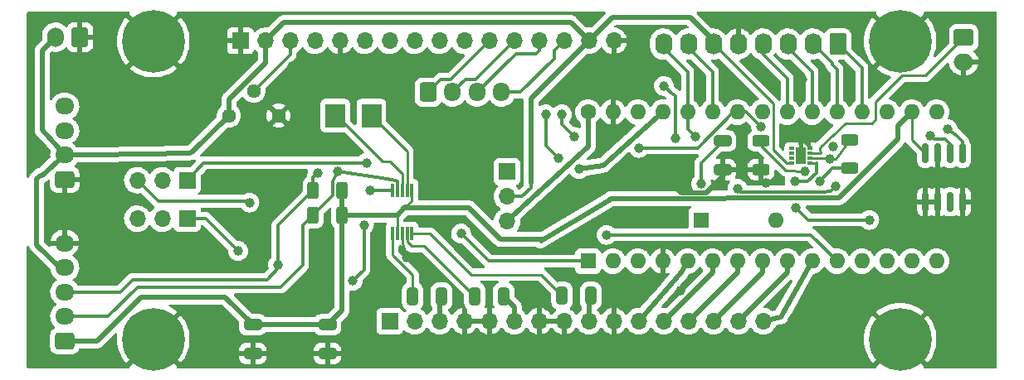
<source format=gbr>
%TF.GenerationSoftware,KiCad,Pcbnew,(6.0.6)*%
%TF.CreationDate,2022-07-29T16:20:17-07:00*%
%TF.ProjectId,uBitx Raduino Clone V2,75426974-7820-4526-9164-75696e6f2043,rev?*%
%TF.SameCoordinates,Original*%
%TF.FileFunction,Copper,L1,Top*%
%TF.FilePolarity,Positive*%
%FSLAX46Y46*%
G04 Gerber Fmt 4.6, Leading zero omitted, Abs format (unit mm)*
G04 Created by KiCad (PCBNEW (6.0.6)) date 2022-07-29 16:20:17*
%MOMM*%
%LPD*%
G01*
G04 APERTURE LIST*
G04 Aperture macros list*
%AMRoundRect*
0 Rectangle with rounded corners*
0 $1 Rounding radius*
0 $2 $3 $4 $5 $6 $7 $8 $9 X,Y pos of 4 corners*
0 Add a 4 corners polygon primitive as box body*
4,1,4,$2,$3,$4,$5,$6,$7,$8,$9,$2,$3,0*
0 Add four circle primitives for the rounded corners*
1,1,$1+$1,$2,$3*
1,1,$1+$1,$4,$5*
1,1,$1+$1,$6,$7*
1,1,$1+$1,$8,$9*
0 Add four rect primitives between the rounded corners*
20,1,$1+$1,$2,$3,$4,$5,0*
20,1,$1+$1,$4,$5,$6,$7,0*
20,1,$1+$1,$6,$7,$8,$9,0*
20,1,$1+$1,$8,$9,$2,$3,0*%
G04 Aperture macros list end*
%TA.AperFunction,SMDPad,CuDef*%
%ADD10RoundRect,0.250000X0.650000X-0.325000X0.650000X0.325000X-0.650000X0.325000X-0.650000X-0.325000X0*%
%TD*%
%TA.AperFunction,SMDPad,CuDef*%
%ADD11RoundRect,0.250000X-0.325000X-0.650000X0.325000X-0.650000X0.325000X0.650000X-0.325000X0.650000X0*%
%TD*%
%TA.AperFunction,ComponentPad*%
%ADD12C,6.400000*%
%TD*%
%TA.AperFunction,SMDPad,CuDef*%
%ADD13R,0.300000X1.400000*%
%TD*%
%TA.AperFunction,SMDPad,CuDef*%
%ADD14RoundRect,0.250000X-0.650000X0.325000X-0.650000X-0.325000X0.650000X-0.325000X0.650000X0.325000X0*%
%TD*%
%TA.AperFunction,SMDPad,CuDef*%
%ADD15RoundRect,0.250000X0.312500X0.625000X-0.312500X0.625000X-0.312500X-0.625000X0.312500X-0.625000X0*%
%TD*%
%TA.AperFunction,SMDPad,CuDef*%
%ADD16R,0.500000X0.300000*%
%TD*%
%TA.AperFunction,SMDPad,CuDef*%
%ADD17R,1.050000X1.750000*%
%TD*%
%TA.AperFunction,SMDPad,CuDef*%
%ADD18RoundRect,0.250000X-0.312500X-0.625000X0.312500X-0.625000X0.312500X0.625000X-0.312500X0.625000X0*%
%TD*%
%TA.AperFunction,SMDPad,CuDef*%
%ADD19RoundRect,0.250000X0.625000X-0.312500X0.625000X0.312500X-0.625000X0.312500X-0.625000X-0.312500X0*%
%TD*%
%TA.AperFunction,SMDPad,CuDef*%
%ADD20R,2.000000X2.400000*%
%TD*%
%TA.AperFunction,ComponentPad*%
%ADD21R,1.600000X1.600000*%
%TD*%
%TA.AperFunction,ComponentPad*%
%ADD22O,1.600000X1.600000*%
%TD*%
%TA.AperFunction,ComponentPad*%
%ADD23R,1.700000X1.700000*%
%TD*%
%TA.AperFunction,ComponentPad*%
%ADD24O,1.700000X1.700000*%
%TD*%
%TA.AperFunction,SMDPad,CuDef*%
%ADD25RoundRect,0.150000X0.150000X-0.825000X0.150000X0.825000X-0.150000X0.825000X-0.150000X-0.825000X0*%
%TD*%
%TA.AperFunction,ComponentPad*%
%ADD26RoundRect,0.250000X-0.750000X0.600000X-0.750000X-0.600000X0.750000X-0.600000X0.750000X0.600000X0*%
%TD*%
%TA.AperFunction,ComponentPad*%
%ADD27O,2.000000X1.700000*%
%TD*%
%TA.AperFunction,ComponentPad*%
%ADD28C,1.440000*%
%TD*%
%TA.AperFunction,ComponentPad*%
%ADD29RoundRect,0.250000X0.725000X-0.600000X0.725000X0.600000X-0.725000X0.600000X-0.725000X-0.600000X0*%
%TD*%
%TA.AperFunction,ComponentPad*%
%ADD30O,1.950000X1.700000*%
%TD*%
%TA.AperFunction,ComponentPad*%
%ADD31O,1.740000X2.190000*%
%TD*%
%TA.AperFunction,ComponentPad*%
%ADD32RoundRect,0.250000X0.620000X0.845000X-0.620000X0.845000X-0.620000X-0.845000X0.620000X-0.845000X0*%
%TD*%
%TA.AperFunction,ComponentPad*%
%ADD33RoundRect,0.250000X-0.600000X-0.725000X0.600000X-0.725000X0.600000X0.725000X-0.600000X0.725000X0*%
%TD*%
%TA.AperFunction,ComponentPad*%
%ADD34O,1.700000X1.950000*%
%TD*%
%TA.AperFunction,ComponentPad*%
%ADD35C,1.600000*%
%TD*%
%TA.AperFunction,ComponentPad*%
%ADD36RoundRect,0.250000X0.600000X0.750000X-0.600000X0.750000X-0.600000X-0.750000X0.600000X-0.750000X0*%
%TD*%
%TA.AperFunction,ComponentPad*%
%ADD37O,1.700000X2.000000*%
%TD*%
%TA.AperFunction,ViaPad*%
%ADD38C,1.000760*%
%TD*%
%TA.AperFunction,Conductor*%
%ADD39C,0.508000*%
%TD*%
%TA.AperFunction,Conductor*%
%ADD40C,0.304800*%
%TD*%
%TA.AperFunction,Conductor*%
%ADD41C,0.250000*%
%TD*%
G04 APERTURE END LIST*
D10*
%TO.P,C3,1*%
%TO.N,GND*%
X210312000Y-109679000D03*
%TO.P,C3,2*%
%TO.N,Net-(C3-Pad2)*%
X210312000Y-106729000D03*
%TD*%
D11*
%TO.P,C4,1*%
%TO.N,Net-(C4-Pad1)*%
X193945000Y-122555000D03*
%TO.P,C4,2*%
%TO.N,Net-(C4-Pad2)*%
X196895000Y-122555000D03*
%TD*%
D12*
%TO.P,REF\u002A\u002A,1*%
%TO.N,GND*%
X152240000Y-127000000D03*
%TD*%
D13*
%TO.P,U2,1,VDD*%
%TO.N,+3.3V*%
X178640000Y-111800000D03*
%TO.P,U2,2,XA*%
%TO.N,Net-(U2-Pad2)*%
X178140000Y-111800000D03*
%TO.P,U2,3,XB*%
%TO.N,Net-(U2-Pad3)*%
X177640000Y-111800000D03*
%TO.P,U2,4,SCL*%
%TO.N,SCL*%
X177140000Y-111800000D03*
%TO.P,U2,5,SDA*%
%TO.N,SDA*%
X176640000Y-111800000D03*
%TO.P,U2,6,CLK2*%
%TO.N,Net-(C5-Pad1)*%
X176640000Y-116200000D03*
%TO.P,U2,7,VDDO*%
%TO.N,+3.3V*%
X177140000Y-116200000D03*
%TO.P,U2,8,GND*%
%TO.N,GND*%
X177640000Y-116200000D03*
%TO.P,U2,9,CLK1*%
%TO.N,Net-(C6-Pad1)*%
X178140000Y-116200000D03*
%TO.P,U2,10,CLK0*%
%TO.N,Net-(C4-Pad1)*%
X178640000Y-116200000D03*
%TD*%
D14*
%TO.P,C1,1*%
%TO.N,+3.3V*%
X162400000Y-125525000D03*
%TO.P,C1,2*%
%TO.N,GND*%
X162400000Y-128475000D03*
%TD*%
D11*
%TO.P,C5,1*%
%TO.N,Net-(C5-Pad1)*%
X178705000Y-122625000D03*
%TO.P,C5,2*%
%TO.N,Net-(C5-Pad2)*%
X181655000Y-122625000D03*
%TD*%
D12*
%TO.P,REF\u002A\u002A,1*%
%TO.N,GND*%
X228440000Y-96520000D03*
%TD*%
D15*
%TO.P,R13,1*%
%TO.N,+3.3V*%
X171482500Y-111760000D03*
%TO.P,R13,2*%
%TO.N,SDA*%
X168557500Y-111760000D03*
%TD*%
D16*
%TO.P,U3,1*%
%TO.N,SMeter-In*%
X219213000Y-109010500D03*
%TO.P,U3,2,-*%
%TO.N,Net-(R1-Pad2)*%
X219213000Y-108510500D03*
%TO.P,U3,3,+*%
%TO.N,VolHi*%
X219213000Y-108010500D03*
%TO.P,U3,4,V-*%
%TO.N,GND*%
X219213000Y-107510500D03*
%TO.P,U3,5,+*%
%TO.N,unconnected-(U3-Pad5)*%
X217413000Y-107510500D03*
%TO.P,U3,6,-*%
%TO.N,unconnected-(U3-Pad6)*%
X217413000Y-108010500D03*
%TO.P,U3,7*%
%TO.N,unconnected-(U3-Pad7)*%
X217413000Y-108510500D03*
%TO.P,U3,8,V+*%
%TO.N,+5V Reg*%
X217413000Y-109010500D03*
D17*
%TO.P,U3,9,PAD*%
%TO.N,GND*%
X218313000Y-108260500D03*
%TD*%
D14*
%TO.P,C2,1*%
%TO.N,+3.3V*%
X170020000Y-125525000D03*
%TO.P,C2,2*%
%TO.N,GND*%
X170020000Y-128475000D03*
%TD*%
D12*
%TO.P,REF\u002A\u002A,1*%
%TO.N,GND*%
X152240000Y-96520000D03*
%TD*%
%TO.P,REF\u002A\u002A,1*%
%TO.N,GND*%
X228440000Y-127000000D03*
%TD*%
D18*
%TO.P,R14,1*%
%TO.N,SCL*%
X168557500Y-114300000D03*
%TO.P,R14,2*%
%TO.N,+3.3V*%
X171482500Y-114300000D03*
%TD*%
D19*
%TO.P,R2,1*%
%TO.N,GND*%
X214249000Y-109666500D03*
%TO.P,R2,2*%
%TO.N,Net-(R1-Pad2)*%
X214249000Y-106741500D03*
%TD*%
D11*
%TO.P,C6,1*%
%TO.N,Net-(C6-Pad1)*%
X185055000Y-122625000D03*
%TO.P,C6,2*%
%TO.N,Net-(C6-Pad2)*%
X188005000Y-122625000D03*
%TD*%
D19*
%TO.P,R1,1*%
%TO.N,Net-(D1-Pad2)*%
X223266000Y-109539500D03*
%TO.P,R1,2*%
%TO.N,Net-(R1-Pad2)*%
X223266000Y-106614500D03*
%TD*%
D20*
%TO.P,Y1,1,1*%
%TO.N,Net-(U2-Pad3)*%
X170798000Y-104140000D03*
%TO.P,Y1,2,2*%
%TO.N,Net-(U2-Pad2)*%
X174498000Y-104140000D03*
%TD*%
D21*
%TO.P,D1,1,K*%
%TO.N,Net-(C3-Pad2)*%
X208153000Y-114808000D03*
D22*
%TO.P,D1,2,A*%
%TO.N,Net-(D1-Pad2)*%
X215773000Y-114808000D03*
%TD*%
D23*
%TO.P,P2,1,Pin_1*%
%TO.N,GND*%
X161130000Y-96495000D03*
D24*
%TO.P,P2,2,Pin_2*%
%TO.N,+5V Reg*%
X163670000Y-96495000D03*
%TO.P,P2,3,Pin_3*%
%TO.N,Net-(P2-Pad3)*%
X166210000Y-96495000D03*
%TO.P,P2,4,Pin_4*%
%TO.N,RXOUT*%
X168750000Y-96495000D03*
%TO.P,P2,5,Pin_5*%
%TO.N,GND*%
X171290000Y-96495000D03*
%TO.P,P2,6,Pin_6*%
%TO.N,TXOUT*%
X173830000Y-96495000D03*
%TO.P,P2,7,Pin_7*%
%TO.N,unconnected-(P2-Pad7)*%
X176370000Y-96495000D03*
%TO.P,P2,8,Pin_8*%
%TO.N,unconnected-(P2-Pad8)*%
X178910000Y-96495000D03*
%TO.P,P2,9,Pin_9*%
%TO.N,unconnected-(P2-Pad9)*%
X181450000Y-96495000D03*
%TO.P,P2,10,Pin_10*%
%TO.N,unconnected-(P2-Pad10)*%
X183990000Y-96495000D03*
%TO.P,P2,11,Pin_11*%
%TO.N,D10{slash}SS*%
X186530000Y-96495000D03*
%TO.P,P2,12,Pin_12*%
%TO.N,D11{slash}MOSI*%
X189070000Y-96495000D03*
%TO.P,P2,13,Pin_13*%
%TO.N,D12{slash}MISO*%
X191610000Y-96495000D03*
%TO.P,P2,14,Pin_14*%
%TO.N,D13{slash}SCK*%
X194150000Y-96495000D03*
%TO.P,P2,15,Pin_15*%
%TO.N,+5V Reg*%
X196690000Y-96495000D03*
%TO.P,P2,16,Pin_16*%
%TO.N,GND*%
X199230000Y-96495000D03*
%TD*%
D25*
%TO.P,U4,1,A0*%
%TO.N,GND*%
X231013000Y-112965000D03*
%TO.P,U4,2,A1*%
X232283000Y-112965000D03*
%TO.P,U4,3,A2*%
%TO.N,unconnected-(U4-Pad3)*%
X233553000Y-112965000D03*
%TO.P,U4,4,GND*%
%TO.N,GND*%
X234823000Y-112965000D03*
%TO.P,U4,5,SDA*%
%TO.N,SDA*%
X234823000Y-108015000D03*
%TO.P,U4,6,SCL*%
%TO.N,SCL*%
X233553000Y-108015000D03*
%TO.P,U4,7,WP*%
%TO.N,GND*%
X232283000Y-108015000D03*
%TO.P,U4,8,VCC*%
%TO.N,+3.3V*%
X231013000Y-108015000D03*
%TD*%
D24*
%TO.P,P3,1,Pin_1*%
%TO.N,Net-(P3-Pad1)*%
X214470000Y-125165000D03*
%TO.P,P3,2,Pin_2*%
%TO.N,Net-(P3-Pad2)*%
X211930000Y-125165000D03*
%TO.P,P3,3,Pin_3*%
%TO.N,Net-(P3-Pad3)*%
X209390000Y-125165000D03*
%TO.P,P3,4,Pin_4*%
%TO.N,Net-(P3-Pad4)*%
X206850000Y-125165000D03*
%TO.P,P3,5,Pin_5*%
%TO.N,Net-(P3-Pad5)*%
X204310000Y-125165000D03*
%TO.P,P3,6,Pin_6*%
%TO.N,Net-(P3-Pad6)*%
X201770000Y-125165000D03*
%TO.P,P3,7,Pin_7*%
%TO.N,GND*%
X199230000Y-125165000D03*
%TO.P,P3,8,Pin_8*%
%TO.N,Net-(C4-Pad2)*%
X196690000Y-125165000D03*
%TO.P,P3,9,Pin_9*%
%TO.N,GND*%
X194150000Y-125165000D03*
%TO.P,P3,10,Pin_10*%
X191610000Y-125165000D03*
%TO.P,P3,11,Pin_11*%
%TO.N,Net-(C6-Pad2)*%
X189070000Y-125165000D03*
%TO.P,P3,12,Pin_12*%
%TO.N,GND*%
X186530000Y-125165000D03*
%TO.P,P3,13,Pin_13*%
X183990000Y-125165000D03*
%TO.P,P3,14,Pin_14*%
%TO.N,Net-(C5-Pad2)*%
X181450000Y-125165000D03*
%TO.P,P3,15,Pin_15*%
%TO.N,unconnected-(P3-Pad15)*%
X178910000Y-125165000D03*
D23*
%TO.P,P3,16,Pin_16*%
%TO.N,unconnected-(P3-Pad16)*%
X176370000Y-125165000D03*
%TD*%
D26*
%TO.P,P7,1,Pin_1*%
%TO.N,VolHi*%
X234933000Y-96159000D03*
D27*
%TO.P,P7,2,Pin_2*%
%TO.N,GND*%
X234933000Y-98659000D03*
%TD*%
D28*
%TO.P,RV1,1,1*%
%TO.N,+5V Reg*%
X159948000Y-104140000D03*
%TO.P,RV1,2,2*%
%TO.N,Net-(P2-Pad3)*%
X162488000Y-101600000D03*
%TO.P,RV1,3,3*%
%TO.N,GND*%
X165028000Y-104140000D03*
%TD*%
D29*
%TO.P,P5,1,Pin_1*%
%TO.N,GND*%
X143210000Y-110684000D03*
D30*
%TO.P,P5,2,Pin_2*%
%TO.N,+5V Reg*%
X143210000Y-108184000D03*
%TO.P,P5,3,Pin_3*%
%TO.N,TXOUT*%
X143210000Y-105684000D03*
%TO.P,P5,4,Pin_4*%
%TO.N,RXOUT*%
X143210000Y-103184000D03*
%TD*%
D31*
%TO.P,P1,1,Pin_1*%
%TO.N,SMeter-In*%
X204310000Y-96819000D03*
%TO.P,P1,2,Pin_2*%
%TO.N,Net-(P1-Pad2)*%
X206850000Y-96819000D03*
%TO.P,P1,3,Pin_3*%
%TO.N,+5V Reg*%
X209390000Y-96819000D03*
%TO.P,P1,4,Pin_4*%
%TO.N,GND*%
X211930000Y-96819000D03*
%TO.P,P1,5,Pin_5*%
%TO.N,Net-(P1-Pad5)*%
X214470000Y-96819000D03*
%TO.P,P1,6,Pin_6*%
%TO.N,Net-(P1-Pad6)*%
X217010000Y-96819000D03*
%TO.P,P1,7,Pin_7*%
%TO.N,Net-(P1-Pad7)*%
X219550000Y-96819000D03*
D32*
%TO.P,P1,8,Pin_8*%
%TO.N,Net-(P1-Pad8)*%
X222090000Y-96819000D03*
%TD*%
D33*
%TO.P,J2,1,Pin_1*%
%TO.N,D10{slash}SS*%
X180273000Y-101744000D03*
D34*
%TO.P,J2,2,Pin_2*%
%TO.N,D11{slash}MOSI*%
X182773000Y-101744000D03*
%TO.P,J2,3,Pin_3*%
%TO.N,D12{slash}MISO*%
X185273000Y-101744000D03*
%TO.P,J2,4,Pin_4*%
%TO.N,D13{slash}SCK*%
X187773000Y-101744000D03*
%TD*%
D29*
%TO.P,J1,1,Pin_1*%
%TO.N,+3.3V*%
X143210000Y-127174000D03*
D30*
%TO.P,J1,2,Pin_2*%
%TO.N,SCL*%
X143210000Y-124674000D03*
%TO.P,J1,3,Pin_3*%
%TO.N,SDA*%
X143210000Y-122174000D03*
%TO.P,J1,4,Pin_4*%
%TO.N,+5V Reg*%
X143210000Y-119674000D03*
%TO.P,J1,5,Pin_5*%
%TO.N,GND*%
X143210000Y-117174000D03*
%TD*%
D23*
%TO.P,JP2,1,A*%
%TO.N,D8(RX)*%
X155702000Y-110744000D03*
D24*
%TO.P,JP2,2,C*%
%TO.N,RXOUT*%
X153162000Y-110744000D03*
%TO.P,JP2,3,B*%
%TO.N,D0(RX)*%
X150622000Y-110744000D03*
%TD*%
D21*
%TO.P,U1,1,D1/TX*%
%TO.N,D0(RX)*%
X196596000Y-119016500D03*
D22*
%TO.P,U1,2,D0/RX*%
%TO.N,D1(TX)*%
X199136000Y-119016500D03*
%TO.P,U1,3,~{RESET}*%
%TO.N,unconnected-(U1-Pad3)*%
X201676000Y-119016500D03*
%TO.P,U1,4,GND*%
%TO.N,GND*%
X204216000Y-119016500D03*
%TO.P,U1,5,D2*%
%TO.N,Net-(P3-Pad6)*%
X206756000Y-119016500D03*
%TO.P,U1,6,D3*%
%TO.N,Net-(P3-Pad5)*%
X209296000Y-119016500D03*
%TO.P,U1,7,D4*%
%TO.N,Net-(P3-Pad4)*%
X211836000Y-119016500D03*
%TO.P,U1,8,D5*%
%TO.N,Net-(P3-Pad3)*%
X214376000Y-119016500D03*
%TO.P,U1,9,D6*%
%TO.N,Net-(P3-Pad2)*%
X216916000Y-119016500D03*
%TO.P,U1,10,D7*%
%TO.N,Net-(P3-Pad1)*%
X219456000Y-119016500D03*
%TO.P,U1,11,D8*%
%TO.N,D8(RX)*%
X221996000Y-119016500D03*
%TO.P,U1,12,D9*%
%TO.N,D9(TX)*%
X224536000Y-119016500D03*
%TO.P,U1,13,D10*%
%TO.N,D10{slash}SS*%
X227076000Y-119016500D03*
%TO.P,U1,14,D11*%
%TO.N,D11{slash}MOSI*%
X229616000Y-119016500D03*
%TO.P,U1,15,D12*%
%TO.N,D12{slash}MISO*%
X232156000Y-119016500D03*
%TO.P,U1,16,D13*%
%TO.N,D13{slash}SCK*%
X232156000Y-103776500D03*
%TO.P,U1,17,3V3*%
%TO.N,+3.3V*%
X229616000Y-103776500D03*
%TO.P,U1,18,AREF*%
%TO.N,unconnected-(U1-Pad18)*%
X227076000Y-103776500D03*
%TO.P,U1,19,A0*%
%TO.N,Net-(P1-Pad8)*%
X224536000Y-103776500D03*
%TO.P,U1,20,A1*%
%TO.N,Net-(P1-Pad7)*%
X221996000Y-103776500D03*
%TO.P,U1,21,A2*%
%TO.N,Net-(P1-Pad6)*%
X219456000Y-103776500D03*
%TO.P,U1,22,A3*%
%TO.N,Net-(P1-Pad5)*%
X216916000Y-103776500D03*
%TO.P,U1,23,A4*%
%TO.N,SDA*%
X214376000Y-103776500D03*
%TO.P,U1,24,A5*%
%TO.N,SCL*%
X211836000Y-103776500D03*
%TO.P,U1,25,A6*%
%TO.N,Net-(P1-Pad2)*%
X209296000Y-103776500D03*
%TO.P,U1,26,A7*%
%TO.N,SMeter-In*%
X206756000Y-103776500D03*
%TO.P,U1,27,+5V*%
%TO.N,Net-(JP1-Pad1)*%
X204216000Y-103776500D03*
%TO.P,U1,28,~{RESET}*%
%TO.N,unconnected-(U1-Pad28)*%
X201676000Y-103776500D03*
%TO.P,U1,29,GND*%
%TO.N,GND*%
X199136000Y-103776500D03*
D35*
%TO.P,U1,30,VIN*%
%TO.N,Net-(JP1-Pad3)*%
X196596000Y-103776500D03*
%TD*%
D24*
%TO.P,JP3,3,B*%
%TO.N,D1(TX)*%
X150622000Y-114681000D03*
%TO.P,JP3,2,C*%
%TO.N,TXOUT*%
X153162000Y-114681000D03*
D23*
%TO.P,JP3,1,A*%
%TO.N,D9(TX)*%
X155702000Y-114681000D03*
%TD*%
D36*
%TO.P,P4,1,Pin_1*%
%TO.N,GND*%
X144760000Y-96122000D03*
D37*
%TO.P,P4,2,Pin_2*%
%TO.N,+5V Reg*%
X142260000Y-96122000D03*
%TD*%
D23*
%TO.P,JP1,1,A*%
%TO.N,Net-(JP1-Pad1)*%
X188341000Y-109870000D03*
D24*
%TO.P,JP1,2,C*%
%TO.N,+5V Reg*%
X188341000Y-112410000D03*
%TO.P,JP1,3,B*%
%TO.N,Net-(JP1-Pad3)*%
X188341000Y-114950000D03*
%TD*%
D38*
%TO.N,SDA*%
X164980000Y-119373000D03*
%TO.N,GND*%
X161671000Y-115570000D03*
X228981000Y-117094000D03*
X223520000Y-113411000D03*
X222885000Y-116205000D03*
X205994000Y-122047000D03*
X215646000Y-123190000D03*
X185166000Y-108839000D03*
X180975000Y-106553000D03*
X174498000Y-100457000D03*
X169799000Y-100076000D03*
X166370000Y-99060000D03*
X173609000Y-124460000D03*
X157353000Y-125603000D03*
X166497000Y-127635000D03*
X168656000Y-123825000D03*
X162941000Y-123698000D03*
X214757000Y-110998000D03*
X223139000Y-100203000D03*
X220726000Y-100330000D03*
X218440000Y-100457000D03*
X214884000Y-100711000D03*
X207899000Y-100965000D03*
X211328000Y-101092000D03*
X204597000Y-110490000D03*
X205867000Y-114173000D03*
X228346000Y-112522000D03*
X221615000Y-107315000D03*
X212090000Y-108204000D03*
%TO.N,D11{slash}MOSI*%
X225298000Y-114808000D03*
X217805000Y-113538000D03*
%TO.N,D12{slash}MISO*%
X221869000Y-111379000D03*
X211834572Y-111624611D03*
%TO.N,D10{slash}SS*%
X193548000Y-108458000D03*
X192278000Y-104013000D03*
%TO.N,D11{slash}MOSI*%
X195199000Y-106315322D03*
X193929000Y-104013000D03*
%TO.N,D8(RX)*%
X198501000Y-116332000D03*
%TO.N,D12{slash}MISO*%
X204343000Y-101092000D03*
X205486000Y-106426000D03*
%TO.N,SMeter-In*%
X217678000Y-110871000D03*
%TO.N,Net-(R1-Pad2)*%
X221234000Y-108585000D03*
X218694000Y-109855000D03*
%TO.N,SMeter-In*%
X207518000Y-106315322D03*
%TO.N,SCL*%
X231521000Y-106172000D03*
X214249000Y-105283000D03*
%TO.N,SDA*%
X233299000Y-105537000D03*
X169037000Y-109982000D03*
%TO.N,SCL*%
X201803000Y-107442000D03*
X171082986Y-109868986D03*
%TO.N,SDA*%
X174371000Y-111760000D03*
X173736000Y-115316000D03*
X172593000Y-121031000D03*
%TO.N,D0(RX)*%
X183642000Y-116205000D03*
X162052000Y-113030000D03*
%TO.N,D8(RX)*%
X173990000Y-108966000D03*
%TO.N,D9(TX)*%
X160909000Y-117983000D03*
%TO.N,Net-(JP1-Pad1)*%
X195707000Y-109601000D03*
%TO.N,GND*%
X218313000Y-106426000D03*
%TO.N,Net-(D1-Pad2)*%
X220218000Y-110871000D03*
%TO.N,Net-(C3-Pad2)*%
X208153000Y-111125000D03*
%TO.N,GND*%
X178054000Y-118618000D03*
%TD*%
D39*
%TO.N,+5V Reg*%
X146237238Y-108184000D02*
X155956000Y-107950000D01*
X143210000Y-108184000D02*
X146237238Y-108184000D01*
D40*
%TO.N,SDA*%
X164980000Y-119373000D02*
X164980000Y-115337500D01*
D39*
%TO.N,Net-(P3-Pad6)*%
X201770000Y-125165000D02*
X206121000Y-120142000D01*
X206121000Y-120142000D02*
X206756000Y-119016500D01*
%TO.N,Net-(P3-Pad2)*%
X216916000Y-120179000D02*
X216916000Y-119016500D01*
X211930000Y-125165000D02*
X216916000Y-120179000D01*
%TO.N,Net-(P3-Pad1)*%
X216281000Y-124714000D02*
X219456000Y-119016500D01*
X214470000Y-125165000D02*
X216281000Y-124714000D01*
D41*
%TO.N,GND*%
X182880000Y-106553000D02*
X185166000Y-108839000D01*
X180975000Y-106553000D02*
X182880000Y-106553000D01*
X169799000Y-100076000D02*
X174117000Y-100076000D01*
X174117000Y-100076000D02*
X174498000Y-100457000D01*
X168783000Y-99060000D02*
X169799000Y-100076000D01*
X166370000Y-99060000D02*
X168783000Y-99060000D01*
D39*
X208669290Y-112005710D02*
X210439000Y-110236000D01*
X206112710Y-112005710D02*
X208669290Y-112005710D01*
X204597000Y-110490000D02*
X206112710Y-112005710D01*
%TO.N,+5V Reg*%
X142661000Y-119674000D02*
X143210000Y-119674000D01*
X140335000Y-110617000D02*
X140335000Y-117348000D01*
X143210000Y-108184000D02*
X140904000Y-110236000D01*
X140902000Y-105622000D02*
X143210000Y-108184000D01*
X140335000Y-117348000D02*
X142661000Y-119674000D01*
X140902000Y-97480000D02*
X140902000Y-105622000D01*
X140904000Y-110236000D02*
X140716000Y-110236000D01*
X142260000Y-96122000D02*
X140902000Y-97480000D01*
X140716000Y-110236000D02*
X140335000Y-110617000D01*
X156158000Y-107930000D02*
X159948000Y-104140000D01*
D40*
%TO.N,D11{slash}MOSI*%
X219075000Y-114808000D02*
X225298000Y-114808000D01*
X217805000Y-113538000D02*
X219075000Y-114808000D01*
%TO.N,D12{slash}MISO*%
X221361000Y-111887000D02*
X220980000Y-111887000D01*
X221869000Y-111379000D02*
X221361000Y-111887000D01*
X213941649Y-111960628D02*
X220852505Y-111923015D01*
X212170589Y-111960628D02*
X213941649Y-111960628D01*
X211834572Y-111624611D02*
X212170589Y-111960628D01*
%TO.N,Net-(D1-Pad2)*%
X221549500Y-109539500D02*
X223266000Y-109539500D01*
X220218000Y-110871000D02*
X221549500Y-109539500D01*
%TO.N,D10{slash}SS*%
X192278000Y-104013000D02*
X192278000Y-107188000D01*
X192278000Y-107188000D02*
X193548000Y-108458000D01*
%TO.N,D11{slash}MOSI*%
X193929000Y-105045322D02*
X195199000Y-106315322D01*
X193929000Y-104013000D02*
X193929000Y-105045322D01*
%TO.N,D8(RX)*%
X198501000Y-116332000D02*
X219311500Y-116332000D01*
%TO.N,D12{slash}MISO*%
X205486000Y-102108000D02*
X205486000Y-106426000D01*
X205232000Y-101981000D02*
X205359000Y-101981000D01*
X205359000Y-101981000D02*
X205486000Y-102108000D01*
X204343000Y-101092000D02*
X205232000Y-101981000D01*
D41*
%TO.N,Net-(R1-Pad2)*%
X221159500Y-108510500D02*
X219213000Y-108510500D01*
X221234000Y-108585000D02*
X221159500Y-108510500D01*
D40*
%TO.N,SMeter-In*%
X219881500Y-110001486D02*
X219881500Y-109010500D01*
X219011986Y-110871000D02*
X219881500Y-110001486D01*
X217678000Y-110871000D02*
X219011986Y-110871000D01*
D41*
%TO.N,Net-(R1-Pad2)*%
X214249000Y-107188000D02*
X214249000Y-106741500D01*
X216789000Y-109728000D02*
X214249000Y-107188000D01*
X218694000Y-109855000D02*
X216789000Y-109728000D01*
X221234000Y-108585000D02*
X221869000Y-108585000D01*
%TO.N,VolHi*%
X231047000Y-100045000D02*
X234933000Y-96159000D01*
X228631000Y-100045000D02*
X231047000Y-100045000D01*
X225933000Y-102743000D02*
X228631000Y-100045000D01*
X222871500Y-104902000D02*
X225552000Y-104902000D01*
X225552000Y-104902000D02*
X225933000Y-104521000D01*
X220218000Y-107442000D02*
X220345000Y-107315000D01*
X220218000Y-107555500D02*
X220218000Y-107442000D01*
X220345000Y-107315000D02*
X222871500Y-104902000D01*
X220345000Y-107950000D02*
X220218000Y-107555500D01*
X225933000Y-104521000D02*
X225933000Y-102743000D01*
X219213000Y-108010500D02*
X220345000Y-107950000D01*
%TO.N,SMeter-In*%
X219213000Y-109010500D02*
X219881500Y-109010500D01*
%TO.N,Net-(R1-Pad2)*%
X221869000Y-108585000D02*
X223266000Y-106614500D01*
D40*
%TO.N,SMeter-In*%
X206756000Y-105553322D02*
X207518000Y-106315322D01*
X206756000Y-103776500D02*
X206756000Y-105553322D01*
%TO.N,SCL*%
X233553000Y-107061000D02*
X233553000Y-108015000D01*
X233045000Y-106553000D02*
X233553000Y-107061000D01*
X231902000Y-106553000D02*
X233045000Y-106553000D01*
X231521000Y-106172000D02*
X231902000Y-106553000D01*
X212742500Y-103776500D02*
X214249000Y-105283000D01*
X211836000Y-103776500D02*
X212742500Y-103776500D01*
%TO.N,SDA*%
X234823000Y-106807000D02*
X234823000Y-108015000D01*
X234188000Y-106172000D02*
X234823000Y-106807000D01*
X233299000Y-105537000D02*
X234188000Y-106172000D01*
X168557500Y-110461500D02*
X169037000Y-109982000D01*
X168557500Y-111760000D02*
X168557500Y-110461500D01*
%TO.N,SCL*%
X211437500Y-103776500D02*
X211836000Y-103776500D01*
X201803000Y-107442000D02*
X207772000Y-107442000D01*
X207772000Y-107442000D02*
X211437500Y-103776500D01*
X171090078Y-109855000D02*
X174434986Y-110363000D01*
X174434986Y-110363000D02*
X175514000Y-110490000D01*
X175514000Y-110490000D02*
X177019000Y-110747600D01*
X171082986Y-109868986D02*
X171090078Y-109855000D01*
X177019000Y-110747600D02*
X177142400Y-110871000D01*
X177142400Y-110871000D02*
X177142400Y-110998000D01*
X170567600Y-110885478D02*
X171082986Y-109868986D01*
X170567600Y-112289900D02*
X170567600Y-110885478D01*
X168557500Y-114300000D02*
X170567600Y-112289900D01*
%TO.N,D8(RX)*%
X219311500Y-116332000D02*
X221996000Y-119016500D01*
X157353000Y-108966000D02*
X155702000Y-110744000D01*
X173990000Y-108966000D02*
X157353000Y-108966000D01*
%TO.N,SDA*%
X176637600Y-111797600D02*
X176637600Y-111800000D01*
X174371000Y-111760000D02*
X176600000Y-111760000D01*
X176600000Y-111760000D02*
X176637600Y-111797600D01*
X173736000Y-119888000D02*
X173736000Y-115316000D01*
X172593000Y-121031000D02*
X173736000Y-119888000D01*
%TO.N,D0(RX)*%
X186453500Y-119016500D02*
X196596000Y-119016500D01*
X183642000Y-116205000D02*
X186453500Y-119016500D01*
X161798000Y-112903000D02*
X161925000Y-112903000D01*
X152781000Y-112903000D02*
X161798000Y-112903000D01*
X161925000Y-112903000D02*
X162052000Y-113030000D01*
X150622000Y-110744000D02*
X152781000Y-112903000D01*
D39*
%TO.N,+3.3V*%
X198755000Y-112776000D02*
X191770000Y-116967000D01*
X222216606Y-112522000D02*
X198882000Y-112649000D01*
X228219000Y-106519606D02*
X222216606Y-112522000D01*
X198882000Y-112649000D02*
X198755000Y-112776000D01*
X228219000Y-105173500D02*
X228219000Y-106519606D01*
X229616000Y-103776500D02*
X228219000Y-105173500D01*
X187688310Y-116822310D02*
X191914690Y-116822310D01*
X184455000Y-113589000D02*
X187688310Y-116822310D01*
X177851000Y-113589000D02*
X184455000Y-113589000D01*
%TO.N,Net-(JP1-Pad1)*%
X198120000Y-109220000D02*
X204216000Y-103776500D01*
X195707000Y-109601000D02*
X198120000Y-109220000D01*
D40*
%TO.N,+5V Reg*%
X190754000Y-111506000D02*
X190754000Y-110998000D01*
X189850000Y-112410000D02*
X190754000Y-111506000D01*
X188341000Y-112410000D02*
X189850000Y-112410000D01*
D39*
%TO.N,Net-(JP1-Pad3)*%
X196596000Y-107330000D02*
X196596000Y-103776500D01*
X188341000Y-114950000D02*
X196596000Y-107330000D01*
D40*
%TO.N,D9(TX)*%
X157607000Y-114681000D02*
X160909000Y-117983000D01*
X155702000Y-114681000D02*
X157607000Y-114681000D01*
%TO.N,GND*%
X218313000Y-106426000D02*
X219202000Y-107315000D01*
X218313000Y-108260500D02*
X218313000Y-106426000D01*
%TO.N,Net-(C3-Pad2)*%
X208153000Y-108966000D02*
X210312000Y-106807000D01*
X208153000Y-108966000D02*
X208153000Y-111125000D01*
X210312000Y-106729000D02*
X210312000Y-106807000D01*
D41*
%TO.N,Net-(C4-Pad1)*%
X191786000Y-120396000D02*
X193945000Y-122555000D01*
X184658000Y-120396000D02*
X191786000Y-120396000D01*
X178640000Y-116200000D02*
X180462000Y-116200000D01*
X180462000Y-116200000D02*
X184658000Y-120396000D01*
%TO.N,Net-(C5-Pad1)*%
X176640000Y-118371264D02*
X178705000Y-120436264D01*
X176640000Y-116200000D02*
X176640000Y-118371264D01*
X178705000Y-120436264D02*
X178705000Y-122625000D01*
%TO.N,Net-(C6-Pad1)*%
X179905000Y-117475000D02*
X185055000Y-122625000D01*
X178562000Y-117475000D02*
X179905000Y-117475000D01*
X178140000Y-116200000D02*
X178140000Y-117053000D01*
X178140000Y-117053000D02*
X178562000Y-117475000D01*
%TO.N,GND*%
X178054000Y-118618000D02*
X177640000Y-117200000D01*
X177640000Y-117200000D02*
X177640000Y-116200000D01*
%TO.N,Net-(U2-Pad3)*%
X177640000Y-110076000D02*
X177640000Y-111800000D01*
X176403000Y-108839000D02*
X177640000Y-110076000D01*
X175641000Y-108839000D02*
X176403000Y-108839000D01*
X170942000Y-104140000D02*
X175641000Y-108839000D01*
X170798000Y-104140000D02*
X170942000Y-104140000D01*
%TO.N,Net-(U2-Pad2)*%
X178140000Y-107782000D02*
X178140000Y-111800000D01*
X174498000Y-104140000D02*
X178140000Y-107782000D01*
D40*
%TO.N,Net-(P2-Pad3)*%
X166210000Y-97878000D02*
X166210000Y-96495000D01*
X162488000Y-101600000D02*
X166210000Y-97878000D01*
%TO.N,SMeter-In*%
X206756000Y-99695000D02*
X206756000Y-103776500D01*
X204310000Y-97249000D02*
X206756000Y-99695000D01*
X204310000Y-96819000D02*
X204310000Y-97249000D01*
%TO.N,Net-(P1-Pad2)*%
X209296000Y-99695000D02*
X209296000Y-103776500D01*
X206850000Y-96819000D02*
X206850000Y-97249000D01*
X206850000Y-97249000D02*
X209296000Y-99695000D01*
%TO.N,Net-(P1-Pad5)*%
X216916000Y-100330000D02*
X216916000Y-103776500D01*
X214470000Y-97884000D02*
X216916000Y-100330000D01*
X214470000Y-96819000D02*
X214470000Y-97884000D01*
%TO.N,Net-(P1-Pad6)*%
X219456000Y-99695000D02*
X219456000Y-103776500D01*
X217010000Y-96819000D02*
X217010000Y-97249000D01*
X217010000Y-97249000D02*
X219456000Y-99695000D01*
%TO.N,Net-(P1-Pad7)*%
X221996000Y-99441000D02*
X221996000Y-103776500D01*
X221488000Y-98933000D02*
X221996000Y-99441000D01*
X221488000Y-98757000D02*
X221488000Y-98933000D01*
X219550000Y-96819000D02*
X221488000Y-98757000D01*
%TO.N,Net-(P1-Pad8)*%
X224536000Y-99265000D02*
X224536000Y-103776500D01*
X222090000Y-96819000D02*
X224536000Y-99265000D01*
%TO.N,D13{slash}SCK*%
X193167000Y-97478000D02*
X194150000Y-96495000D01*
X193167000Y-98298000D02*
X193167000Y-97478000D01*
X189721000Y-101744000D02*
X193167000Y-98298000D01*
X187773000Y-101744000D02*
X189721000Y-101744000D01*
%TO.N,D12{slash}MISO*%
X191262000Y-97790000D02*
X191610000Y-97442000D01*
X191610000Y-97442000D02*
X191610000Y-96495000D01*
X189227000Y-97790000D02*
X191262000Y-97790000D01*
X185273000Y-101744000D02*
X189227000Y-97790000D01*
%TO.N,D11{slash}MOSI*%
X185148400Y-100416600D02*
X189070000Y-96495000D01*
X182773000Y-101744000D02*
X184100400Y-100416600D01*
X184100400Y-100416600D02*
X185148400Y-100416600D01*
%TO.N,D10{slash}SS*%
X182608400Y-100416600D02*
X186530000Y-96495000D01*
X181600400Y-100416600D02*
X182608400Y-100416600D01*
X180273000Y-101744000D02*
X181600400Y-100416600D01*
%TO.N,SCL*%
X167480000Y-115377500D02*
X168557500Y-114300000D01*
X167480000Y-119380000D02*
X167480000Y-115377500D01*
%TO.N,SDA*%
X164980000Y-115337500D02*
X168557500Y-111760000D01*
X164980000Y-119380000D02*
X164980000Y-119373000D01*
X163830000Y-120904000D02*
X164980000Y-119754000D01*
X150114000Y-120904000D02*
X163830000Y-120904000D01*
X148844000Y-122174000D02*
X150114000Y-120904000D01*
X164980000Y-119754000D02*
X164980000Y-119380000D01*
X143210000Y-122174000D02*
X148844000Y-122174000D01*
%TO.N,SCL*%
X150622000Y-121666000D02*
X165227000Y-121666000D01*
X167480000Y-119413000D02*
X167480000Y-119380000D01*
X143210000Y-124674000D02*
X147614000Y-124674000D01*
X147614000Y-124674000D02*
X150622000Y-121666000D01*
X165227000Y-121666000D02*
X167480000Y-119413000D01*
D39*
%TO.N,Net-(C5-Pad2)*%
X181450000Y-122830000D02*
X181655000Y-122625000D01*
X181450000Y-125165000D02*
X181450000Y-122830000D01*
%TO.N,Net-(C6-Pad2)*%
X189070000Y-123690000D02*
X188005000Y-122625000D01*
X189070000Y-125165000D02*
X189070000Y-123690000D01*
%TO.N,Net-(C4-Pad2)*%
X196690000Y-122760000D02*
X196895000Y-122555000D01*
X196690000Y-125165000D02*
X196690000Y-122760000D01*
%TO.N,Net-(P3-Pad5)*%
X204310000Y-125165000D02*
X209296000Y-120179000D01*
X209296000Y-120179000D02*
X209296000Y-119016500D01*
%TO.N,Net-(P3-Pad4)*%
X211836000Y-120179000D02*
X211836000Y-119016500D01*
X206850000Y-125165000D02*
X211836000Y-120179000D01*
%TO.N,Net-(P3-Pad3)*%
X214376000Y-120179000D02*
X214376000Y-119016500D01*
X209390000Y-125165000D02*
X214376000Y-120179000D01*
%TO.N,+3.3V*%
X177851000Y-113589000D02*
X177978000Y-113462000D01*
X177140000Y-114300000D02*
X177851000Y-113589000D01*
D41*
X229616000Y-106618000D02*
X231013000Y-108015000D01*
D39*
X171482500Y-114300000D02*
X177140000Y-114300000D01*
D41*
X178640000Y-112800000D02*
X177978000Y-113462000D01*
X177140000Y-114300000D02*
X177140000Y-116200000D01*
X178640000Y-111800000D02*
X178640000Y-112800000D01*
D39*
X171482500Y-114300000D02*
X171482500Y-111760000D01*
X171482500Y-124062500D02*
X171482500Y-114300000D01*
X170020000Y-125525000D02*
X171482500Y-124062500D01*
X162400000Y-125525000D02*
X170020000Y-125525000D01*
X159557000Y-122682000D02*
X162400000Y-125525000D01*
X151003000Y-122682000D02*
X159557000Y-122682000D01*
X146511000Y-127174000D02*
X151003000Y-122682000D01*
X143210000Y-127174000D02*
X146511000Y-127174000D01*
D41*
X229616000Y-103776500D02*
X229616000Y-106618000D01*
%TO.N,+5V Reg*%
X216863000Y-109010500D02*
X215501000Y-107648500D01*
X215501000Y-107648500D02*
X215501000Y-102930000D01*
X215501000Y-102930000D02*
X209390000Y-96819000D01*
X217413000Y-109010500D02*
X216863000Y-109010500D01*
D39*
X209390000Y-96487000D02*
X209390000Y-96819000D01*
X207010000Y-94107000D02*
X209390000Y-96487000D01*
X199078000Y-94107000D02*
X207010000Y-94107000D01*
X196690000Y-96495000D02*
X199078000Y-94107000D01*
X190754000Y-102431000D02*
X190754000Y-110998000D01*
X196690000Y-96495000D02*
X190754000Y-102431000D01*
X194817690Y-94622690D02*
X196690000Y-96495000D01*
X165542310Y-94622690D02*
X194817690Y-94622690D01*
X163670000Y-96495000D02*
X165542310Y-94622690D01*
X163670000Y-98757713D02*
X163670000Y-96495000D01*
X159948000Y-102479713D02*
X163670000Y-98757713D01*
X159948000Y-104140000D02*
X159948000Y-102479713D01*
%TD*%
%TA.AperFunction,Conductor*%
%TO.N,GND*%
G36*
X225977415Y-93538502D02*
G01*
X226023908Y-93592158D01*
X226034012Y-93662432D01*
X226012964Y-93716113D01*
X226007700Y-93723733D01*
X226014034Y-93734824D01*
X228427188Y-96147978D01*
X228441132Y-96155592D01*
X228442965Y-96155461D01*
X228449580Y-96151210D01*
X230865100Y-93735690D01*
X230872241Y-93722614D01*
X230868976Y-93718075D01*
X230845436Y-93651095D01*
X230861845Y-93582020D01*
X230912994Y-93532783D01*
X230971263Y-93518500D01*
X238205500Y-93518500D01*
X238273621Y-93538502D01*
X238320114Y-93592158D01*
X238331500Y-93644500D01*
X238331500Y-129875500D01*
X238311498Y-129943621D01*
X238257842Y-129990114D01*
X238205500Y-130001500D01*
X230970706Y-130001500D01*
X230902585Y-129981498D01*
X230856092Y-129927842D01*
X230845988Y-129857568D01*
X230867036Y-129803887D01*
X230872300Y-129796267D01*
X230865966Y-129785176D01*
X228452812Y-127372022D01*
X228438868Y-127364408D01*
X228437035Y-127364539D01*
X228430420Y-127368790D01*
X226014900Y-129784310D01*
X226007759Y-129797386D01*
X226011024Y-129801925D01*
X226034564Y-129868905D01*
X226018155Y-129937980D01*
X225967006Y-129987217D01*
X225908737Y-130001500D01*
X154770706Y-130001500D01*
X154702585Y-129981498D01*
X154656092Y-129927842D01*
X154645988Y-129857568D01*
X154667036Y-129803887D01*
X154672300Y-129796267D01*
X154665966Y-129785176D01*
X152252812Y-127372022D01*
X152238868Y-127364408D01*
X152237035Y-127364539D01*
X152230420Y-127368790D01*
X149814900Y-129784310D01*
X149807759Y-129797386D01*
X149811024Y-129801925D01*
X149834564Y-129868905D01*
X149818155Y-129937980D01*
X149767006Y-129987217D01*
X149708737Y-130001500D01*
X139474500Y-130001500D01*
X139406379Y-129981498D01*
X139359886Y-129927842D01*
X139348500Y-129875500D01*
X139348500Y-117581484D01*
X139368502Y-117513363D01*
X139422158Y-117466870D01*
X139492432Y-117456766D01*
X139557012Y-117486260D01*
X139592938Y-117538491D01*
X139612945Y-117593607D01*
X139614355Y-117597711D01*
X139636987Y-117667575D01*
X139640787Y-117673838D01*
X139643325Y-117679380D01*
X139646067Y-117684856D01*
X139648566Y-117691741D01*
X139652581Y-117697865D01*
X139688815Y-117753132D01*
X139691130Y-117756800D01*
X139729227Y-117819581D01*
X139732941Y-117823786D01*
X139732943Y-117823789D01*
X139736667Y-117828005D01*
X139736638Y-117828031D01*
X139739238Y-117830962D01*
X139742042Y-117834316D01*
X139746054Y-117840435D01*
X139751366Y-117845467D01*
X139802586Y-117893988D01*
X139805028Y-117896366D01*
X141700699Y-119792037D01*
X141734919Y-119855258D01*
X141768551Y-120015547D01*
X141779093Y-120065791D01*
X141781051Y-120070750D01*
X141781052Y-120070752D01*
X141859777Y-120270094D01*
X141863776Y-120280221D01*
X141866543Y-120284780D01*
X141866544Y-120284783D01*
X141939258Y-120404611D01*
X141983377Y-120477317D01*
X141986874Y-120481347D01*
X142088949Y-120598978D01*
X142134477Y-120651445D01*
X142173942Y-120683804D01*
X142308627Y-120794240D01*
X142308633Y-120794244D01*
X142312755Y-120797624D01*
X142344250Y-120815552D01*
X142393555Y-120866632D01*
X142407417Y-120936262D01*
X142381434Y-121002333D01*
X142352284Y-121029573D01*
X142230681Y-121111441D01*
X142226824Y-121115120D01*
X142226822Y-121115122D01*
X142186901Y-121153205D01*
X142063865Y-121270576D01*
X141926246Y-121455542D01*
X141923830Y-121460293D01*
X141923828Y-121460297D01*
X141898446Y-121510220D01*
X141821760Y-121661051D01*
X141820178Y-121666145D01*
X141820177Y-121666148D01*
X141790886Y-121760480D01*
X141753393Y-121881227D01*
X141752692Y-121886516D01*
X141727132Y-122079371D01*
X141723102Y-122109774D01*
X141731751Y-122340158D01*
X141779093Y-122565791D01*
X141781051Y-122570750D01*
X141781052Y-122570752D01*
X141783904Y-122577972D01*
X141863776Y-122780221D01*
X141866543Y-122784780D01*
X141866544Y-122784783D01*
X141931883Y-122892458D01*
X141983377Y-122977317D01*
X141986874Y-122981347D01*
X142073438Y-123081103D01*
X142134477Y-123151445D01*
X142138608Y-123154832D01*
X142308627Y-123294240D01*
X142308633Y-123294244D01*
X142312755Y-123297624D01*
X142344250Y-123315552D01*
X142393555Y-123366632D01*
X142407417Y-123436262D01*
X142381434Y-123502333D01*
X142352284Y-123529573D01*
X142230681Y-123611441D01*
X142226824Y-123615120D01*
X142226822Y-123615122D01*
X142166025Y-123673120D01*
X142063865Y-123770576D01*
X142060682Y-123774854D01*
X142037137Y-123806500D01*
X141926246Y-123955542D01*
X141923830Y-123960293D01*
X141923828Y-123960297D01*
X141881750Y-124043060D01*
X141821760Y-124161051D01*
X141820178Y-124166145D01*
X141820177Y-124166148D01*
X141773255Y-124317261D01*
X141753393Y-124381227D01*
X141752692Y-124386516D01*
X141724196Y-124601522D01*
X141723102Y-124609774D01*
X141731751Y-124840158D01*
X141779093Y-125065791D01*
X141781051Y-125070750D01*
X141781052Y-125070752D01*
X141844774Y-125232104D01*
X141863776Y-125280221D01*
X141866543Y-125284780D01*
X141866544Y-125284783D01*
X141950705Y-125423475D01*
X141983377Y-125477317D01*
X141986874Y-125481347D01*
X142073438Y-125581103D01*
X142134477Y-125651445D01*
X142170120Y-125680670D01*
X142210114Y-125739329D01*
X142212046Y-125810299D01*
X142175302Y-125871048D01*
X142156532Y-125885248D01*
X142132047Y-125900400D01*
X142010652Y-125975522D01*
X141885695Y-126100697D01*
X141881855Y-126106927D01*
X141881854Y-126106928D01*
X141809187Y-126224816D01*
X141792885Y-126251262D01*
X141779903Y-126290403D01*
X141740692Y-126408621D01*
X141737203Y-126419139D01*
X141736503Y-126425975D01*
X141736502Y-126425978D01*
X141735558Y-126435191D01*
X141726500Y-126523600D01*
X141726500Y-127824400D01*
X141726837Y-127827646D01*
X141726837Y-127827650D01*
X141733935Y-127896055D01*
X141737474Y-127930166D01*
X141739655Y-127936702D01*
X141739655Y-127936704D01*
X141740065Y-127937933D01*
X141793450Y-128097946D01*
X141886522Y-128248348D01*
X142011697Y-128373305D01*
X142017927Y-128377145D01*
X142017928Y-128377146D01*
X142155090Y-128461694D01*
X142162262Y-128466115D01*
X142242005Y-128492564D01*
X142323611Y-128519632D01*
X142323613Y-128519632D01*
X142330139Y-128521797D01*
X142336975Y-128522497D01*
X142336978Y-128522498D01*
X142380031Y-128526909D01*
X142434600Y-128532500D01*
X143985400Y-128532500D01*
X143988646Y-128532163D01*
X143988650Y-128532163D01*
X144084308Y-128522238D01*
X144084312Y-128522237D01*
X144091166Y-128521526D01*
X144097702Y-128519345D01*
X144097704Y-128519345D01*
X144229806Y-128475272D01*
X144258946Y-128465550D01*
X144409348Y-128372478D01*
X144534305Y-128247303D01*
X144538146Y-128241072D01*
X144623275Y-128102968D01*
X144623276Y-128102966D01*
X144627115Y-128096738D01*
X144651628Y-128022833D01*
X144692058Y-127964473D01*
X144757623Y-127937236D01*
X144771221Y-127936500D01*
X146443624Y-127936500D01*
X146462574Y-127937933D01*
X146476973Y-127940124D01*
X146476979Y-127940124D01*
X146484208Y-127941224D01*
X146491500Y-127940631D01*
X146491503Y-127940631D01*
X146537183Y-127936915D01*
X146547398Y-127936500D01*
X146555525Y-127936500D01*
X146559161Y-127936076D01*
X146559163Y-127936076D01*
X146562615Y-127935673D01*
X146583924Y-127933189D01*
X146588244Y-127932762D01*
X146661426Y-127926809D01*
X146668388Y-127924553D01*
X146674376Y-127923357D01*
X146680333Y-127921949D01*
X146687607Y-127921101D01*
X146694489Y-127918603D01*
X146694493Y-127918602D01*
X146756607Y-127896055D01*
X146760711Y-127894645D01*
X146830575Y-127872013D01*
X146836838Y-127868213D01*
X146842380Y-127865675D01*
X146847856Y-127862933D01*
X146854741Y-127860434D01*
X146860865Y-127856419D01*
X146916132Y-127820185D01*
X146919800Y-127817870D01*
X146982581Y-127779773D01*
X146986786Y-127776059D01*
X146986789Y-127776057D01*
X146991005Y-127772333D01*
X146991031Y-127772362D01*
X146993962Y-127769762D01*
X146997316Y-127766958D01*
X147003435Y-127762946D01*
X147056989Y-127706413D01*
X147059366Y-127703972D01*
X148347529Y-126415809D01*
X148409841Y-126381783D01*
X148480656Y-126386848D01*
X148537492Y-126429395D01*
X148562303Y-126495915D01*
X148561073Y-126524615D01*
X148547766Y-126608629D01*
X148547080Y-126615167D01*
X148527084Y-126996699D01*
X148527084Y-127003301D01*
X148547080Y-127384833D01*
X148547766Y-127391371D01*
X148607535Y-127768734D01*
X148608906Y-127775184D01*
X148707788Y-128144216D01*
X148709829Y-128150498D01*
X148846740Y-128507164D01*
X148849422Y-128513189D01*
X149022872Y-128853603D01*
X149026169Y-128859313D01*
X149234253Y-129179735D01*
X149238123Y-129185061D01*
X149431478Y-129423835D01*
X149443733Y-129432300D01*
X149454824Y-129425966D01*
X151879658Y-127001132D01*
X152604408Y-127001132D01*
X152604539Y-127002965D01*
X152608790Y-127009580D01*
X155024310Y-129425100D01*
X155037386Y-129432241D01*
X155047753Y-129424784D01*
X155241877Y-129185061D01*
X155245747Y-129179735D01*
X155453831Y-128859313D01*
X155457128Y-128853603D01*
X155460444Y-128847095D01*
X160992001Y-128847095D01*
X160992338Y-128853614D01*
X161002257Y-128949206D01*
X161005149Y-128962600D01*
X161056588Y-129116784D01*
X161062761Y-129129962D01*
X161148063Y-129267807D01*
X161157099Y-129279208D01*
X161271829Y-129393739D01*
X161283240Y-129402751D01*
X161421243Y-129487816D01*
X161434424Y-129493963D01*
X161588710Y-129545138D01*
X161602086Y-129548005D01*
X161696438Y-129557672D01*
X161702854Y-129558000D01*
X162127885Y-129558000D01*
X162143124Y-129553525D01*
X162144329Y-129552135D01*
X162146000Y-129544452D01*
X162146000Y-129539884D01*
X162654000Y-129539884D01*
X162658475Y-129555123D01*
X162659865Y-129556328D01*
X162667548Y-129557999D01*
X163097095Y-129557999D01*
X163103614Y-129557662D01*
X163199206Y-129547743D01*
X163212600Y-129544851D01*
X163366784Y-129493412D01*
X163379962Y-129487239D01*
X163517807Y-129401937D01*
X163529208Y-129392901D01*
X163643739Y-129278171D01*
X163652751Y-129266760D01*
X163737816Y-129128757D01*
X163743963Y-129115576D01*
X163795138Y-128961290D01*
X163798005Y-128947914D01*
X163807672Y-128853562D01*
X163808000Y-128847146D01*
X163808000Y-128847095D01*
X168612001Y-128847095D01*
X168612338Y-128853614D01*
X168622257Y-128949206D01*
X168625149Y-128962600D01*
X168676588Y-129116784D01*
X168682761Y-129129962D01*
X168768063Y-129267807D01*
X168777099Y-129279208D01*
X168891829Y-129393739D01*
X168903240Y-129402751D01*
X169041243Y-129487816D01*
X169054424Y-129493963D01*
X169208710Y-129545138D01*
X169222086Y-129548005D01*
X169316438Y-129557672D01*
X169322854Y-129558000D01*
X169747885Y-129558000D01*
X169763124Y-129553525D01*
X169764329Y-129552135D01*
X169766000Y-129544452D01*
X169766000Y-129539884D01*
X170274000Y-129539884D01*
X170278475Y-129555123D01*
X170279865Y-129556328D01*
X170287548Y-129557999D01*
X170717095Y-129557999D01*
X170723614Y-129557662D01*
X170819206Y-129547743D01*
X170832600Y-129544851D01*
X170986784Y-129493412D01*
X170999962Y-129487239D01*
X171137807Y-129401937D01*
X171149208Y-129392901D01*
X171263739Y-129278171D01*
X171272751Y-129266760D01*
X171357816Y-129128757D01*
X171363963Y-129115576D01*
X171415138Y-128961290D01*
X171418005Y-128947914D01*
X171427672Y-128853562D01*
X171428000Y-128847146D01*
X171428000Y-128747115D01*
X171423525Y-128731876D01*
X171422135Y-128730671D01*
X171414452Y-128729000D01*
X170292115Y-128729000D01*
X170276876Y-128733475D01*
X170275671Y-128734865D01*
X170274000Y-128742548D01*
X170274000Y-129539884D01*
X169766000Y-129539884D01*
X169766000Y-128747115D01*
X169761525Y-128731876D01*
X169760135Y-128730671D01*
X169752452Y-128729000D01*
X168630116Y-128729000D01*
X168614877Y-128733475D01*
X168613672Y-128734865D01*
X168612001Y-128742548D01*
X168612001Y-128847095D01*
X163808000Y-128847095D01*
X163808000Y-128747115D01*
X163803525Y-128731876D01*
X163802135Y-128730671D01*
X163794452Y-128729000D01*
X162672115Y-128729000D01*
X162656876Y-128733475D01*
X162655671Y-128734865D01*
X162654000Y-128742548D01*
X162654000Y-129539884D01*
X162146000Y-129539884D01*
X162146000Y-128747115D01*
X162141525Y-128731876D01*
X162140135Y-128730671D01*
X162132452Y-128729000D01*
X161010116Y-128729000D01*
X160994877Y-128733475D01*
X160993672Y-128734865D01*
X160992001Y-128742548D01*
X160992001Y-128847095D01*
X155460444Y-128847095D01*
X155630578Y-128513189D01*
X155633260Y-128507164D01*
X155750062Y-128202885D01*
X160992000Y-128202885D01*
X160996475Y-128218124D01*
X160997865Y-128219329D01*
X161005548Y-128221000D01*
X162127885Y-128221000D01*
X162143124Y-128216525D01*
X162144329Y-128215135D01*
X162146000Y-128207452D01*
X162146000Y-128202885D01*
X162654000Y-128202885D01*
X162658475Y-128218124D01*
X162659865Y-128219329D01*
X162667548Y-128221000D01*
X163789884Y-128221000D01*
X163805123Y-128216525D01*
X163806328Y-128215135D01*
X163807999Y-128207452D01*
X163807999Y-128202885D01*
X168612000Y-128202885D01*
X168616475Y-128218124D01*
X168617865Y-128219329D01*
X168625548Y-128221000D01*
X169747885Y-128221000D01*
X169763124Y-128216525D01*
X169764329Y-128215135D01*
X169766000Y-128207452D01*
X169766000Y-128202885D01*
X170274000Y-128202885D01*
X170278475Y-128218124D01*
X170279865Y-128219329D01*
X170287548Y-128221000D01*
X171409884Y-128221000D01*
X171425123Y-128216525D01*
X171426328Y-128215135D01*
X171427999Y-128207452D01*
X171427999Y-128102905D01*
X171427662Y-128096386D01*
X171417743Y-128000794D01*
X171414851Y-127987400D01*
X171363412Y-127833216D01*
X171357239Y-127820038D01*
X171271937Y-127682193D01*
X171262901Y-127670792D01*
X171148171Y-127556261D01*
X171136760Y-127547249D01*
X170998757Y-127462184D01*
X170985576Y-127456037D01*
X170831290Y-127404862D01*
X170817914Y-127401995D01*
X170723562Y-127392328D01*
X170717145Y-127392000D01*
X170292115Y-127392000D01*
X170276876Y-127396475D01*
X170275671Y-127397865D01*
X170274000Y-127405548D01*
X170274000Y-128202885D01*
X169766000Y-128202885D01*
X169766000Y-127410116D01*
X169761525Y-127394877D01*
X169760135Y-127393672D01*
X169752452Y-127392001D01*
X169322905Y-127392001D01*
X169316386Y-127392338D01*
X169220794Y-127402257D01*
X169207400Y-127405149D01*
X169053216Y-127456588D01*
X169040038Y-127462761D01*
X168902193Y-127548063D01*
X168890792Y-127557099D01*
X168776261Y-127671829D01*
X168767249Y-127683240D01*
X168682184Y-127821243D01*
X168676037Y-127834424D01*
X168624862Y-127988710D01*
X168621995Y-128002086D01*
X168612328Y-128096438D01*
X168612000Y-128102855D01*
X168612000Y-128202885D01*
X163807999Y-128202885D01*
X163807999Y-128102905D01*
X163807662Y-128096386D01*
X163797743Y-128000794D01*
X163794851Y-127987400D01*
X163743412Y-127833216D01*
X163737239Y-127820038D01*
X163651937Y-127682193D01*
X163642901Y-127670792D01*
X163528171Y-127556261D01*
X163516760Y-127547249D01*
X163378757Y-127462184D01*
X163365576Y-127456037D01*
X163211290Y-127404862D01*
X163197914Y-127401995D01*
X163103562Y-127392328D01*
X163097145Y-127392000D01*
X162672115Y-127392000D01*
X162656876Y-127396475D01*
X162655671Y-127397865D01*
X162654000Y-127405548D01*
X162654000Y-128202885D01*
X162146000Y-128202885D01*
X162146000Y-127410116D01*
X162141525Y-127394877D01*
X162140135Y-127393672D01*
X162132452Y-127392001D01*
X161702905Y-127392001D01*
X161696386Y-127392338D01*
X161600794Y-127402257D01*
X161587400Y-127405149D01*
X161433216Y-127456588D01*
X161420038Y-127462761D01*
X161282193Y-127548063D01*
X161270792Y-127557099D01*
X161156261Y-127671829D01*
X161147249Y-127683240D01*
X161062184Y-127821243D01*
X161056037Y-127834424D01*
X161004862Y-127988710D01*
X161001995Y-128002086D01*
X160992328Y-128096438D01*
X160992000Y-128102855D01*
X160992000Y-128202885D01*
X155750062Y-128202885D01*
X155770171Y-128150498D01*
X155772212Y-128144216D01*
X155871094Y-127775184D01*
X155872465Y-127768734D01*
X155932234Y-127391371D01*
X155932920Y-127384833D01*
X155952916Y-127003301D01*
X224727084Y-127003301D01*
X224747080Y-127384833D01*
X224747766Y-127391371D01*
X224807535Y-127768734D01*
X224808906Y-127775184D01*
X224907788Y-128144216D01*
X224909829Y-128150498D01*
X225046740Y-128507164D01*
X225049422Y-128513189D01*
X225222872Y-128853603D01*
X225226169Y-128859313D01*
X225434253Y-129179735D01*
X225438123Y-129185061D01*
X225631478Y-129423835D01*
X225643733Y-129432300D01*
X225654824Y-129425966D01*
X228067978Y-127012812D01*
X228074356Y-127001132D01*
X228804408Y-127001132D01*
X228804539Y-127002965D01*
X228808790Y-127009580D01*
X231224310Y-129425100D01*
X231237386Y-129432241D01*
X231247753Y-129424784D01*
X231441877Y-129185061D01*
X231445747Y-129179735D01*
X231653831Y-128859313D01*
X231657128Y-128853603D01*
X231830578Y-128513189D01*
X231833260Y-128507164D01*
X231970171Y-128150498D01*
X231972212Y-128144216D01*
X232071094Y-127775184D01*
X232072465Y-127768734D01*
X232132234Y-127391371D01*
X232132920Y-127384833D01*
X232152916Y-127003301D01*
X232152916Y-126996699D01*
X232132920Y-126615167D01*
X232132234Y-126608629D01*
X232072465Y-126231266D01*
X232071094Y-126224816D01*
X231972212Y-125855784D01*
X231970171Y-125849502D01*
X231833260Y-125492836D01*
X231830578Y-125486811D01*
X231657128Y-125146397D01*
X231653831Y-125140687D01*
X231445747Y-124820265D01*
X231441877Y-124814939D01*
X231248522Y-124576165D01*
X231236267Y-124567700D01*
X231225176Y-124574034D01*
X228812022Y-126987188D01*
X228804408Y-127001132D01*
X228074356Y-127001132D01*
X228075592Y-126998868D01*
X228075461Y-126997035D01*
X228071210Y-126990420D01*
X225655690Y-124574900D01*
X225642614Y-124567759D01*
X225632247Y-124575216D01*
X225438123Y-124814939D01*
X225434253Y-124820265D01*
X225226169Y-125140687D01*
X225222872Y-125146397D01*
X225049422Y-125486811D01*
X225046740Y-125492836D01*
X224909829Y-125849502D01*
X224907788Y-125855784D01*
X224808906Y-126224816D01*
X224807535Y-126231266D01*
X224747766Y-126608629D01*
X224747080Y-126615167D01*
X224727084Y-126996699D01*
X224727084Y-127003301D01*
X155952916Y-127003301D01*
X155952916Y-126996699D01*
X155932920Y-126615167D01*
X155932234Y-126608629D01*
X155872465Y-126231266D01*
X155871094Y-126224816D01*
X155772212Y-125855784D01*
X155770171Y-125849502D01*
X155633260Y-125492836D01*
X155630578Y-125486811D01*
X155457128Y-125146397D01*
X155453831Y-125140687D01*
X155245747Y-124820265D01*
X155241877Y-124814939D01*
X155048522Y-124576165D01*
X155036267Y-124567700D01*
X155025176Y-124574034D01*
X152612022Y-126987188D01*
X152604408Y-127001132D01*
X151879658Y-127001132D01*
X154665100Y-124215690D01*
X154672241Y-124202614D01*
X154664784Y-124192247D01*
X154425065Y-123998126D01*
X154419728Y-123994249D01*
X154099315Y-123786170D01*
X154093606Y-123782874D01*
X153897136Y-123682767D01*
X153845521Y-123634019D01*
X153828455Y-123565104D01*
X153851356Y-123497902D01*
X153906953Y-123453750D01*
X153954339Y-123444500D01*
X159188972Y-123444500D01*
X159257093Y-123464502D01*
X159278067Y-123481405D01*
X160954595Y-125157933D01*
X160988621Y-125220245D01*
X160991500Y-125247028D01*
X160991500Y-125900400D01*
X160991837Y-125903646D01*
X160991837Y-125903650D01*
X160999209Y-125974695D01*
X161002474Y-126006166D01*
X161058450Y-126173946D01*
X161151522Y-126324348D01*
X161276697Y-126449305D01*
X161282927Y-126453145D01*
X161282928Y-126453146D01*
X161420090Y-126537694D01*
X161427262Y-126542115D01*
X161507005Y-126568564D01*
X161588611Y-126595632D01*
X161588613Y-126595632D01*
X161595139Y-126597797D01*
X161601975Y-126598497D01*
X161601978Y-126598498D01*
X161645031Y-126602909D01*
X161699600Y-126608500D01*
X163100400Y-126608500D01*
X163103646Y-126608163D01*
X163103650Y-126608163D01*
X163199308Y-126598238D01*
X163199312Y-126598237D01*
X163206166Y-126597526D01*
X163212702Y-126595345D01*
X163212704Y-126595345D01*
X163344806Y-126551272D01*
X163373946Y-126541550D01*
X163524348Y-126448478D01*
X163648128Y-126324482D01*
X163710410Y-126290403D01*
X163737301Y-126287500D01*
X168682487Y-126287500D01*
X168750608Y-126307502D01*
X168770522Y-126325350D01*
X168771522Y-126324348D01*
X168896697Y-126449305D01*
X168902927Y-126453145D01*
X168902928Y-126453146D01*
X169040090Y-126537694D01*
X169047262Y-126542115D01*
X169127005Y-126568564D01*
X169208611Y-126595632D01*
X169208613Y-126595632D01*
X169215139Y-126597797D01*
X169221975Y-126598497D01*
X169221978Y-126598498D01*
X169265031Y-126602909D01*
X169319600Y-126608500D01*
X170720400Y-126608500D01*
X170723646Y-126608163D01*
X170723650Y-126608163D01*
X170819308Y-126598238D01*
X170819312Y-126598237D01*
X170826166Y-126597526D01*
X170832702Y-126595345D01*
X170832704Y-126595345D01*
X170964806Y-126551272D01*
X170993946Y-126541550D01*
X171144348Y-126448478D01*
X171269305Y-126323303D01*
X171289585Y-126290403D01*
X171358275Y-126178968D01*
X171358276Y-126178966D01*
X171362115Y-126172738D01*
X171398469Y-126063134D01*
X171415632Y-126011389D01*
X171415632Y-126011387D01*
X171417797Y-126004861D01*
X171428500Y-125900400D01*
X171428500Y-125247028D01*
X171448502Y-125178907D01*
X171465405Y-125157933D01*
X171974028Y-124649310D01*
X171988441Y-124636923D01*
X172000165Y-124628295D01*
X172006064Y-124623954D01*
X172040479Y-124583445D01*
X172047409Y-124575929D01*
X172053153Y-124570185D01*
X172055427Y-124567311D01*
X172055433Y-124567304D01*
X172070872Y-124547789D01*
X172073663Y-124544385D01*
X172116445Y-124494028D01*
X172116448Y-124494024D01*
X172121184Y-124488449D01*
X172124511Y-124481934D01*
X172127892Y-124476864D01*
X172131117Y-124471642D01*
X172135660Y-124465900D01*
X172166746Y-124399388D01*
X172168652Y-124395488D01*
X172198045Y-124337926D01*
X172202043Y-124330096D01*
X172203784Y-124322979D01*
X172205911Y-124317261D01*
X172207842Y-124311455D01*
X172210943Y-124304821D01*
X172225891Y-124232961D01*
X172226859Y-124228681D01*
X172233238Y-124202614D01*
X172244304Y-124157388D01*
X172245000Y-124146170D01*
X172245039Y-124146172D01*
X172245272Y-124142271D01*
X172245661Y-124137912D01*
X172247152Y-124130744D01*
X172245046Y-124052923D01*
X172245000Y-124049514D01*
X172245000Y-122147492D01*
X172265002Y-122079371D01*
X172318658Y-122032878D01*
X172385918Y-122022378D01*
X172571769Y-122044540D01*
X172577904Y-122044068D01*
X172577906Y-122044068D01*
X172762896Y-122029834D01*
X172762900Y-122029833D01*
X172769038Y-122029361D01*
X172858602Y-122004354D01*
X172953657Y-121977814D01*
X172953660Y-121977813D01*
X172959601Y-121976154D01*
X173068096Y-121921350D01*
X173130700Y-121889727D01*
X173130702Y-121889726D01*
X173136201Y-121886948D01*
X173292110Y-121765138D01*
X173299154Y-121756978D01*
X173417366Y-121620027D01*
X173417367Y-121620026D01*
X173421390Y-121615365D01*
X173436249Y-121589209D01*
X173516073Y-121448695D01*
X173516075Y-121448691D01*
X173519118Y-121443334D01*
X173576176Y-121271810D01*
X173579624Y-121261445D01*
X173579625Y-121261442D01*
X173581569Y-121255597D01*
X173587256Y-121210581D01*
X173605925Y-121062808D01*
X173605926Y-121062801D01*
X173606367Y-121059306D01*
X173606762Y-121031000D01*
X173605510Y-121018231D01*
X173618770Y-120948484D01*
X173641813Y-120916841D01*
X174184046Y-120374607D01*
X174190313Y-120368753D01*
X174225027Y-120338470D01*
X174230752Y-120333476D01*
X174264893Y-120284898D01*
X174268825Y-120279604D01*
X174269031Y-120279342D01*
X174305463Y-120232879D01*
X174308589Y-120225955D01*
X174312302Y-120219824D01*
X174314938Y-120215204D01*
X174318360Y-120208822D01*
X174322731Y-120202603D01*
X174344299Y-120147286D01*
X174346854Y-120141207D01*
X174368161Y-120094015D01*
X174371289Y-120087088D01*
X174372675Y-120079612D01*
X174374830Y-120072734D01*
X174376290Y-120067609D01*
X174378078Y-120060645D01*
X174380838Y-120053566D01*
X174383257Y-120035195D01*
X174387396Y-120003747D01*
X174388587Y-119994700D01*
X174389618Y-119988189D01*
X174400440Y-119929803D01*
X174399509Y-119913647D01*
X174397109Y-119872033D01*
X174396900Y-119864780D01*
X174396900Y-116139698D01*
X174416902Y-116071577D01*
X174433718Y-116051226D01*
X174435110Y-116050138D01*
X174439130Y-116045481D01*
X174439134Y-116045477D01*
X174560366Y-115905027D01*
X174560367Y-115905026D01*
X174564390Y-115900365D01*
X174567858Y-115894261D01*
X174659073Y-115733695D01*
X174659075Y-115733691D01*
X174662118Y-115728334D01*
X174704810Y-115599995D01*
X174722624Y-115546445D01*
X174722625Y-115546442D01*
X174724569Y-115540597D01*
X174731540Y-115485419D01*
X174748925Y-115347808D01*
X174748926Y-115347801D01*
X174749367Y-115344306D01*
X174749762Y-115316000D01*
X174738466Y-115200796D01*
X174751725Y-115131048D01*
X174800588Y-115079541D01*
X174863865Y-115062500D01*
X175932662Y-115062500D01*
X176000783Y-115082502D01*
X176047276Y-115136158D01*
X176057380Y-115206432D01*
X176043650Y-115247604D01*
X176039385Y-115253295D01*
X175988255Y-115389684D01*
X175981500Y-115451866D01*
X175981500Y-116948134D01*
X175988255Y-117010316D01*
X175995561Y-117029805D01*
X175998482Y-117037596D01*
X176006500Y-117081826D01*
X176006500Y-118292497D01*
X176005973Y-118303680D01*
X176004298Y-118311173D01*
X176004547Y-118319099D01*
X176004547Y-118319100D01*
X176006438Y-118379250D01*
X176006500Y-118383209D01*
X176006500Y-118411120D01*
X176006997Y-118415054D01*
X176006997Y-118415055D01*
X176007005Y-118415120D01*
X176007938Y-118426957D01*
X176009327Y-118471153D01*
X176014978Y-118490603D01*
X176018987Y-118509964D01*
X176021526Y-118530061D01*
X176024445Y-118537432D01*
X176024445Y-118537434D01*
X176037804Y-118571176D01*
X176041649Y-118582406D01*
X176053982Y-118624857D01*
X176058015Y-118631676D01*
X176058017Y-118631681D01*
X176064293Y-118642292D01*
X176072988Y-118660040D01*
X176080448Y-118678881D01*
X176085110Y-118685297D01*
X176085110Y-118685298D01*
X176106436Y-118714651D01*
X176112952Y-118724571D01*
X176135458Y-118762626D01*
X176149779Y-118776947D01*
X176162619Y-118791980D01*
X176174528Y-118808371D01*
X176186720Y-118818457D01*
X176208605Y-118836562D01*
X176217384Y-118844552D01*
X178034595Y-120661764D01*
X178068621Y-120724076D01*
X178071500Y-120750859D01*
X178071500Y-121203689D01*
X178051498Y-121271810D01*
X178011804Y-121310833D01*
X177905652Y-121376522D01*
X177780695Y-121501697D01*
X177776855Y-121507927D01*
X177776854Y-121507928D01*
X177726752Y-121589209D01*
X177687885Y-121652262D01*
X177632203Y-121820139D01*
X177631503Y-121826975D01*
X177631502Y-121826978D01*
X177627091Y-121870031D01*
X177621500Y-121924600D01*
X177621500Y-123325400D01*
X177621837Y-123328646D01*
X177621837Y-123328650D01*
X177630452Y-123411675D01*
X177632474Y-123431166D01*
X177634655Y-123437702D01*
X177634655Y-123437704D01*
X177671077Y-123546872D01*
X177688450Y-123598946D01*
X177781522Y-123749348D01*
X177786704Y-123754521D01*
X177838774Y-123806500D01*
X177906697Y-123874305D01*
X177912927Y-123878145D01*
X177912928Y-123878146D01*
X178001729Y-123932884D01*
X178049223Y-123985657D01*
X178060646Y-124055728D01*
X178032372Y-124120852D01*
X178011270Y-124140901D01*
X178004965Y-124145635D01*
X177925605Y-124228681D01*
X177924283Y-124230064D01*
X177862759Y-124265494D01*
X177791846Y-124262037D01*
X177734060Y-124220791D01*
X177715207Y-124187243D01*
X177673767Y-124076703D01*
X177670615Y-124068295D01*
X177583261Y-123951739D01*
X177466705Y-123864385D01*
X177330316Y-123813255D01*
X177268134Y-123806500D01*
X175471866Y-123806500D01*
X175409684Y-123813255D01*
X175273295Y-123864385D01*
X175156739Y-123951739D01*
X175069385Y-124068295D01*
X175018255Y-124204684D01*
X175011500Y-124266866D01*
X175011500Y-126063134D01*
X175018255Y-126125316D01*
X175069385Y-126261705D01*
X175156739Y-126378261D01*
X175273295Y-126465615D01*
X175409684Y-126516745D01*
X175471866Y-126523500D01*
X177268134Y-126523500D01*
X177330316Y-126516745D01*
X177466705Y-126465615D01*
X177583261Y-126378261D01*
X177670615Y-126261705D01*
X177692799Y-126202529D01*
X177714598Y-126144382D01*
X177757240Y-126087618D01*
X177823802Y-126062918D01*
X177893150Y-126078126D01*
X177927817Y-126106114D01*
X177956250Y-126138938D01*
X178128126Y-126281632D01*
X178321000Y-126394338D01*
X178529692Y-126474030D01*
X178534760Y-126475061D01*
X178534763Y-126475062D01*
X178639604Y-126496392D01*
X178748597Y-126518567D01*
X178753772Y-126518757D01*
X178753774Y-126518757D01*
X178966673Y-126526564D01*
X178966677Y-126526564D01*
X178971837Y-126526753D01*
X178976957Y-126526097D01*
X178976959Y-126526097D01*
X179188288Y-126499025D01*
X179188289Y-126499025D01*
X179193416Y-126498368D01*
X179198366Y-126496883D01*
X179402429Y-126435661D01*
X179402434Y-126435659D01*
X179407384Y-126434174D01*
X179607994Y-126335896D01*
X179789860Y-126206173D01*
X179948096Y-126048489D01*
X180078453Y-125867077D01*
X180079776Y-125868028D01*
X180126645Y-125824857D01*
X180196580Y-125812625D01*
X180262026Y-125840144D01*
X180289875Y-125871994D01*
X180297796Y-125884920D01*
X180349987Y-125970088D01*
X180496250Y-126138938D01*
X180668126Y-126281632D01*
X180861000Y-126394338D01*
X181069692Y-126474030D01*
X181074760Y-126475061D01*
X181074763Y-126475062D01*
X181179604Y-126496392D01*
X181288597Y-126518567D01*
X181293772Y-126518757D01*
X181293774Y-126518757D01*
X181506673Y-126526564D01*
X181506677Y-126526564D01*
X181511837Y-126526753D01*
X181516957Y-126526097D01*
X181516959Y-126526097D01*
X181728288Y-126499025D01*
X181728289Y-126499025D01*
X181733416Y-126498368D01*
X181738366Y-126496883D01*
X181942429Y-126435661D01*
X181942434Y-126435659D01*
X181947384Y-126434174D01*
X182147994Y-126335896D01*
X182329860Y-126206173D01*
X182488096Y-126048489D01*
X182618453Y-125867077D01*
X182619640Y-125867930D01*
X182666960Y-125824362D01*
X182736897Y-125812145D01*
X182802338Y-125839678D01*
X182830166Y-125871511D01*
X182887694Y-125965388D01*
X182893777Y-125973699D01*
X183033213Y-126134667D01*
X183040580Y-126141883D01*
X183204434Y-126277916D01*
X183212881Y-126283831D01*
X183396756Y-126391279D01*
X183406042Y-126395729D01*
X183605001Y-126471703D01*
X183614899Y-126474579D01*
X183718250Y-126495606D01*
X183732299Y-126494410D01*
X183736000Y-126484065D01*
X183736000Y-126483517D01*
X184244000Y-126483517D01*
X184248064Y-126497359D01*
X184261478Y-126499393D01*
X184268184Y-126498534D01*
X184278262Y-126496392D01*
X184482255Y-126435191D01*
X184491842Y-126431433D01*
X184683095Y-126337739D01*
X184691945Y-126332464D01*
X184865328Y-126208792D01*
X184873200Y-126202139D01*
X185024052Y-126051812D01*
X185030730Y-126043965D01*
X185158022Y-125866819D01*
X185159147Y-125867627D01*
X185206669Y-125823876D01*
X185276607Y-125811661D01*
X185342046Y-125839197D01*
X185369870Y-125871028D01*
X185427690Y-125965383D01*
X185433777Y-125973699D01*
X185573213Y-126134667D01*
X185580580Y-126141883D01*
X185744434Y-126277916D01*
X185752881Y-126283831D01*
X185936756Y-126391279D01*
X185946042Y-126395729D01*
X186145001Y-126471703D01*
X186154899Y-126474579D01*
X186258250Y-126495606D01*
X186272299Y-126494410D01*
X186276000Y-126484065D01*
X186276000Y-125437115D01*
X186271525Y-125421876D01*
X186270135Y-125420671D01*
X186262452Y-125419000D01*
X184262115Y-125419000D01*
X184246876Y-125423475D01*
X184245671Y-125424865D01*
X184244000Y-125432548D01*
X184244000Y-126483517D01*
X183736000Y-126483517D01*
X183736000Y-123848102D01*
X183732082Y-123834758D01*
X183717806Y-123832771D01*
X183679324Y-123838660D01*
X183669288Y-123841051D01*
X183466868Y-123907212D01*
X183457359Y-123911209D01*
X183268463Y-124009542D01*
X183259738Y-124015036D01*
X183089433Y-124142905D01*
X183081726Y-124149748D01*
X182934590Y-124303717D01*
X182928109Y-124311722D01*
X182823498Y-124465074D01*
X182768587Y-124510076D01*
X182698062Y-124518247D01*
X182634315Y-124486993D01*
X182613618Y-124462509D01*
X182532822Y-124337617D01*
X182532820Y-124337614D01*
X182530014Y-124333277D01*
X182379670Y-124168051D01*
X182375621Y-124164853D01*
X182375619Y-124164851D01*
X182344435Y-124140223D01*
X182303374Y-124082305D01*
X182300143Y-124011382D01*
X182335769Y-123949971D01*
X182356226Y-123934198D01*
X182448120Y-123877332D01*
X182454348Y-123873478D01*
X182579305Y-123748303D01*
X182585399Y-123738417D01*
X182668275Y-123603968D01*
X182668276Y-123603966D01*
X182672115Y-123597738D01*
X182716307Y-123464502D01*
X182725632Y-123436389D01*
X182725632Y-123436387D01*
X182727797Y-123429861D01*
X182728504Y-123422967D01*
X182734042Y-123368906D01*
X182738500Y-123325400D01*
X182738500Y-121924600D01*
X182734882Y-121889727D01*
X182728238Y-121825692D01*
X182728237Y-121825688D01*
X182727526Y-121818834D01*
X182704608Y-121750139D01*
X182673868Y-121658002D01*
X182671550Y-121651054D01*
X182578478Y-121500652D01*
X182453303Y-121375695D01*
X182349491Y-121311704D01*
X182308968Y-121286725D01*
X182308966Y-121286724D01*
X182302738Y-121282885D01*
X182220467Y-121255597D01*
X182141389Y-121229368D01*
X182141387Y-121229368D01*
X182134861Y-121227203D01*
X182128025Y-121226503D01*
X182128022Y-121226502D01*
X182084969Y-121222091D01*
X182030400Y-121216500D01*
X181279600Y-121216500D01*
X181276354Y-121216837D01*
X181276350Y-121216837D01*
X181180692Y-121226762D01*
X181180688Y-121226763D01*
X181173834Y-121227474D01*
X181167298Y-121229655D01*
X181167296Y-121229655D01*
X181107880Y-121249478D01*
X181006054Y-121283450D01*
X180855652Y-121376522D01*
X180730695Y-121501697D01*
X180726855Y-121507927D01*
X180726854Y-121507928D01*
X180676752Y-121589209D01*
X180637885Y-121652262D01*
X180582203Y-121820139D01*
X180581503Y-121826975D01*
X180581502Y-121826978D01*
X180577091Y-121870031D01*
X180571500Y-121924600D01*
X180571500Y-123325400D01*
X180571837Y-123328646D01*
X180571837Y-123328650D01*
X180580452Y-123411675D01*
X180582474Y-123431166D01*
X180584655Y-123437702D01*
X180584655Y-123437704D01*
X180621077Y-123546872D01*
X180638450Y-123598946D01*
X180642306Y-123605177D01*
X180668644Y-123647739D01*
X180687500Y-123714042D01*
X180687500Y-123975658D01*
X180667498Y-124043779D01*
X180637153Y-124076418D01*
X180559554Y-124134681D01*
X180544965Y-124145635D01*
X180495607Y-124197285D01*
X180433729Y-124262037D01*
X180390629Y-124307138D01*
X180283201Y-124464621D01*
X180228293Y-124509621D01*
X180157768Y-124517792D01*
X180094021Y-124486538D01*
X180073324Y-124462054D01*
X179992822Y-124337617D01*
X179992820Y-124337614D01*
X179990014Y-124333277D01*
X179839670Y-124168051D01*
X179835618Y-124164851D01*
X179835615Y-124164848D01*
X179668414Y-124032800D01*
X179668410Y-124032798D01*
X179664359Y-124029598D01*
X179607235Y-123998064D01*
X179557266Y-123947632D01*
X179542494Y-123878189D01*
X179567610Y-123811784D01*
X179578952Y-123798743D01*
X179629305Y-123748303D01*
X179635399Y-123738417D01*
X179718275Y-123603968D01*
X179718276Y-123603966D01*
X179722115Y-123597738D01*
X179766307Y-123464502D01*
X179775632Y-123436389D01*
X179775632Y-123436387D01*
X179777797Y-123429861D01*
X179778504Y-123422967D01*
X179784042Y-123368906D01*
X179788500Y-123325400D01*
X179788500Y-121924600D01*
X179784882Y-121889727D01*
X179778238Y-121825692D01*
X179778237Y-121825688D01*
X179777526Y-121818834D01*
X179754608Y-121750139D01*
X179723868Y-121658002D01*
X179721550Y-121651054D01*
X179628478Y-121500652D01*
X179503303Y-121375695D01*
X179398383Y-121311021D01*
X179350891Y-121258250D01*
X179338500Y-121203762D01*
X179338500Y-120515031D01*
X179339027Y-120503848D01*
X179340702Y-120496355D01*
X179338562Y-120428278D01*
X179338500Y-120424319D01*
X179338500Y-120396408D01*
X179337995Y-120392408D01*
X179337062Y-120380565D01*
X179336780Y-120371576D01*
X179335673Y-120336375D01*
X179330021Y-120316921D01*
X179326013Y-120297564D01*
X179324468Y-120285334D01*
X179324468Y-120285333D01*
X179323474Y-120277467D01*
X179319838Y-120268283D01*
X179307196Y-120236352D01*
X179303351Y-120225122D01*
X179293229Y-120190281D01*
X179293229Y-120190280D01*
X179291018Y-120182671D01*
X179286985Y-120175852D01*
X179286983Y-120175847D01*
X179280707Y-120165236D01*
X179272012Y-120147488D01*
X179264552Y-120128647D01*
X179238564Y-120092877D01*
X179232048Y-120082957D01*
X179213580Y-120051729D01*
X179213578Y-120051726D01*
X179209542Y-120044902D01*
X179195221Y-120030581D01*
X179182380Y-120015547D01*
X179175131Y-120005570D01*
X179170472Y-119999157D01*
X179136395Y-119970966D01*
X179127616Y-119962976D01*
X177310405Y-118145764D01*
X177276379Y-118083452D01*
X177273500Y-118056669D01*
X177273500Y-117530134D01*
X177293502Y-117462013D01*
X177347158Y-117415520D01*
X177413108Y-117404871D01*
X177438514Y-117407631D01*
X177445328Y-117408000D01*
X177546905Y-117408000D01*
X177615026Y-117428002D01*
X177636000Y-117444905D01*
X177649780Y-117458685D01*
X177662620Y-117473718D01*
X177674528Y-117490107D01*
X177680635Y-117495159D01*
X177708593Y-117518288D01*
X177717374Y-117526278D01*
X178058354Y-117867259D01*
X178065887Y-117875537D01*
X178070000Y-117882018D01*
X178075779Y-117887445D01*
X178075781Y-117887447D01*
X178119635Y-117928627D01*
X178122479Y-117931383D01*
X178142230Y-117951135D01*
X178145427Y-117953615D01*
X178154447Y-117961318D01*
X178186679Y-117991586D01*
X178193625Y-117995405D01*
X178193628Y-117995407D01*
X178204434Y-118001348D01*
X178220953Y-118012199D01*
X178236959Y-118024614D01*
X178244228Y-118027759D01*
X178244232Y-118027762D01*
X178277537Y-118042174D01*
X178288187Y-118047391D01*
X178326940Y-118068695D01*
X178334615Y-118070666D01*
X178334616Y-118070666D01*
X178346562Y-118073733D01*
X178365266Y-118080137D01*
X178366734Y-118080772D01*
X178383855Y-118088181D01*
X178391678Y-118089420D01*
X178391688Y-118089423D01*
X178427524Y-118095099D01*
X178439144Y-118097505D01*
X178472949Y-118106184D01*
X178481970Y-118108500D01*
X178502224Y-118108500D01*
X178521934Y-118110051D01*
X178541943Y-118113220D01*
X178549835Y-118112474D01*
X178585961Y-118109059D01*
X178597819Y-118108500D01*
X179590406Y-118108500D01*
X179658527Y-118128502D01*
X179679501Y-118145405D01*
X183934595Y-122400500D01*
X183968621Y-122462812D01*
X183971500Y-122489595D01*
X183971500Y-123325400D01*
X183971837Y-123328646D01*
X183971837Y-123328650D01*
X183980452Y-123411675D01*
X183982474Y-123431166D01*
X183984655Y-123437702D01*
X183984655Y-123437704D01*
X184021077Y-123546872D01*
X184038450Y-123598946D01*
X184131522Y-123749348D01*
X184136704Y-123754521D01*
X184136708Y-123754526D01*
X184207017Y-123824712D01*
X184241097Y-123886994D01*
X184244000Y-123913885D01*
X184244000Y-124892885D01*
X184248475Y-124908124D01*
X184249865Y-124909329D01*
X184257548Y-124911000D01*
X186257885Y-124911000D01*
X186273124Y-124906525D01*
X186274329Y-124905135D01*
X186276000Y-124897452D01*
X186276000Y-123848102D01*
X186272082Y-123834758D01*
X186257806Y-123832771D01*
X186219324Y-123838660D01*
X186209288Y-123841051D01*
X186176515Y-123851763D01*
X186105551Y-123853914D01*
X186044690Y-123817358D01*
X186013253Y-123753701D01*
X186021223Y-123683153D01*
X186030110Y-123665882D01*
X186038992Y-123651474D01*
X186049751Y-123634019D01*
X186068275Y-123603968D01*
X186068276Y-123603966D01*
X186072115Y-123597738D01*
X186116307Y-123464502D01*
X186125632Y-123436389D01*
X186125632Y-123436387D01*
X186127797Y-123429861D01*
X186128504Y-123422967D01*
X186134042Y-123368906D01*
X186138500Y-123325400D01*
X186138500Y-121924600D01*
X186134882Y-121889727D01*
X186128238Y-121825692D01*
X186128237Y-121825688D01*
X186127526Y-121818834D01*
X186104608Y-121750139D01*
X186073868Y-121658002D01*
X186071550Y-121651054D01*
X185978478Y-121500652D01*
X185853303Y-121375695D01*
X185749491Y-121311704D01*
X185708968Y-121286725D01*
X185708966Y-121286724D01*
X185702738Y-121282885D01*
X185679246Y-121275093D01*
X185620886Y-121234662D01*
X185593649Y-121169098D01*
X185606183Y-121099216D01*
X185654507Y-121047205D01*
X185718913Y-121029500D01*
X187341434Y-121029500D01*
X187409555Y-121049502D01*
X187456048Y-121103158D01*
X187466152Y-121173432D01*
X187436658Y-121238012D01*
X187381310Y-121275024D01*
X187356054Y-121283450D01*
X187205652Y-121376522D01*
X187080695Y-121501697D01*
X187076855Y-121507927D01*
X187076854Y-121507928D01*
X187026752Y-121589209D01*
X186987885Y-121652262D01*
X186932203Y-121820139D01*
X186931503Y-121826975D01*
X186931502Y-121826978D01*
X186927091Y-121870031D01*
X186921500Y-121924600D01*
X186921500Y-123325400D01*
X186921837Y-123328646D01*
X186921837Y-123328650D01*
X186930452Y-123411675D01*
X186932474Y-123431166D01*
X186934655Y-123437702D01*
X186934655Y-123437704D01*
X186971077Y-123546872D01*
X186988450Y-123598946D01*
X187027900Y-123662696D01*
X187046737Y-123731145D01*
X187025576Y-123798915D01*
X186971136Y-123844486D01*
X186900700Y-123853391D01*
X186888076Y-123850170D01*
X186887962Y-123850602D01*
X186872988Y-123846646D01*
X186801837Y-123833972D01*
X186788540Y-123835432D01*
X186784000Y-123849989D01*
X186784000Y-126483517D01*
X186788064Y-126497359D01*
X186801478Y-126499393D01*
X186808184Y-126498534D01*
X186818262Y-126496392D01*
X187022255Y-126435191D01*
X187031842Y-126431433D01*
X187223095Y-126337739D01*
X187231945Y-126332464D01*
X187405328Y-126208792D01*
X187413200Y-126202139D01*
X187564052Y-126051812D01*
X187570730Y-126043965D01*
X187698022Y-125866819D01*
X187699279Y-125867722D01*
X187746373Y-125824362D01*
X187816311Y-125812145D01*
X187881751Y-125839678D01*
X187909579Y-125871511D01*
X187917796Y-125884920D01*
X187969987Y-125970088D01*
X188116250Y-126138938D01*
X188288126Y-126281632D01*
X188481000Y-126394338D01*
X188689692Y-126474030D01*
X188694760Y-126475061D01*
X188694763Y-126475062D01*
X188799604Y-126496392D01*
X188908597Y-126518567D01*
X188913772Y-126518757D01*
X188913774Y-126518757D01*
X189126673Y-126526564D01*
X189126677Y-126526564D01*
X189131837Y-126526753D01*
X189136957Y-126526097D01*
X189136959Y-126526097D01*
X189348288Y-126499025D01*
X189348289Y-126499025D01*
X189353416Y-126498368D01*
X189358366Y-126496883D01*
X189562429Y-126435661D01*
X189562434Y-126435659D01*
X189567384Y-126434174D01*
X189767994Y-126335896D01*
X189949860Y-126206173D01*
X190108096Y-126048489D01*
X190238453Y-125867077D01*
X190239640Y-125867930D01*
X190286960Y-125824362D01*
X190356897Y-125812145D01*
X190422338Y-125839678D01*
X190450166Y-125871511D01*
X190507694Y-125965388D01*
X190513777Y-125973699D01*
X190653213Y-126134667D01*
X190660580Y-126141883D01*
X190824434Y-126277916D01*
X190832881Y-126283831D01*
X191016756Y-126391279D01*
X191026042Y-126395729D01*
X191225001Y-126471703D01*
X191234899Y-126474579D01*
X191338250Y-126495606D01*
X191352299Y-126494410D01*
X191356000Y-126484065D01*
X191356000Y-126483517D01*
X191864000Y-126483517D01*
X191868064Y-126497359D01*
X191881478Y-126499393D01*
X191888184Y-126498534D01*
X191898262Y-126496392D01*
X192102255Y-126435191D01*
X192111842Y-126431433D01*
X192303095Y-126337739D01*
X192311945Y-126332464D01*
X192485328Y-126208792D01*
X192493200Y-126202139D01*
X192644052Y-126051812D01*
X192650730Y-126043965D01*
X192778022Y-125866819D01*
X192779147Y-125867627D01*
X192826669Y-125823876D01*
X192896607Y-125811661D01*
X192962046Y-125839197D01*
X192989870Y-125871028D01*
X193047690Y-125965383D01*
X193053777Y-125973699D01*
X193193213Y-126134667D01*
X193200580Y-126141883D01*
X193364434Y-126277916D01*
X193372881Y-126283831D01*
X193556756Y-126391279D01*
X193566042Y-126395729D01*
X193765001Y-126471703D01*
X193774899Y-126474579D01*
X193878250Y-126495606D01*
X193892299Y-126494410D01*
X193896000Y-126484065D01*
X193896000Y-125437115D01*
X193891525Y-125421876D01*
X193890135Y-125420671D01*
X193882452Y-125419000D01*
X191882115Y-125419000D01*
X191866876Y-125423475D01*
X191865671Y-125424865D01*
X191864000Y-125432548D01*
X191864000Y-126483517D01*
X191356000Y-126483517D01*
X191356000Y-123848102D01*
X191352082Y-123834758D01*
X191337806Y-123832771D01*
X191299324Y-123838660D01*
X191289288Y-123841051D01*
X191086868Y-123907212D01*
X191077359Y-123911209D01*
X190888463Y-124009542D01*
X190879738Y-124015036D01*
X190709433Y-124142905D01*
X190701726Y-124149748D01*
X190554590Y-124303717D01*
X190548109Y-124311722D01*
X190443498Y-124465074D01*
X190388587Y-124510076D01*
X190318062Y-124518247D01*
X190254315Y-124486993D01*
X190233618Y-124462509D01*
X190152822Y-124337617D01*
X190152820Y-124337614D01*
X190150014Y-124333277D01*
X189999670Y-124168051D01*
X189995615Y-124164848D01*
X189880407Y-124073862D01*
X189839345Y-124015944D01*
X189832500Y-123974980D01*
X189832500Y-123757368D01*
X189833933Y-123738417D01*
X189836123Y-123724024D01*
X189836123Y-123724022D01*
X189837223Y-123716792D01*
X189832915Y-123663825D01*
X189832500Y-123653611D01*
X189832500Y-123645475D01*
X189829190Y-123617084D01*
X189828757Y-123612709D01*
X189828145Y-123605177D01*
X189825913Y-123577739D01*
X189823403Y-123546872D01*
X189823402Y-123546869D01*
X189822809Y-123539573D01*
X189820554Y-123532611D01*
X189819354Y-123526607D01*
X189817948Y-123520660D01*
X189817101Y-123513393D01*
X189792053Y-123444387D01*
X189790625Y-123440227D01*
X189770268Y-123377387D01*
X189770266Y-123377382D01*
X189768012Y-123370425D01*
X189764218Y-123364173D01*
X189761666Y-123358598D01*
X189758930Y-123353135D01*
X189756434Y-123346259D01*
X189716181Y-123284863D01*
X189713834Y-123281144D01*
X189675772Y-123218419D01*
X189668332Y-123209994D01*
X189668360Y-123209969D01*
X189665766Y-123207044D01*
X189662961Y-123203690D01*
X189658946Y-123197565D01*
X189602413Y-123144011D01*
X189599972Y-123141634D01*
X189125405Y-122667067D01*
X189091379Y-122604755D01*
X189088500Y-122577972D01*
X189088500Y-121924600D01*
X189084882Y-121889727D01*
X189078238Y-121825692D01*
X189078237Y-121825688D01*
X189077526Y-121818834D01*
X189054608Y-121750139D01*
X189023868Y-121658002D01*
X189021550Y-121651054D01*
X188928478Y-121500652D01*
X188803303Y-121375695D01*
X188699491Y-121311704D01*
X188658968Y-121286725D01*
X188658966Y-121286724D01*
X188652738Y-121282885D01*
X188629246Y-121275093D01*
X188570886Y-121234662D01*
X188543649Y-121169098D01*
X188556183Y-121099216D01*
X188604507Y-121047205D01*
X188668913Y-121029500D01*
X191471406Y-121029500D01*
X191539527Y-121049502D01*
X191560501Y-121066405D01*
X192824595Y-122330500D01*
X192858621Y-122392812D01*
X192861500Y-122419595D01*
X192861500Y-123255400D01*
X192861837Y-123258646D01*
X192861837Y-123258650D01*
X192870866Y-123345667D01*
X192872474Y-123361166D01*
X192874655Y-123367702D01*
X192874655Y-123367704D01*
X192906950Y-123464502D01*
X192928450Y-123528946D01*
X193021522Y-123679348D01*
X193146697Y-123804305D01*
X193152927Y-123808145D01*
X193152928Y-123808146D01*
X193196101Y-123834758D01*
X193266559Y-123878189D01*
X193293385Y-123894725D01*
X193340878Y-123947497D01*
X193352302Y-124017569D01*
X193324028Y-124082693D01*
X193302922Y-124102746D01*
X193249426Y-124142912D01*
X193241726Y-124149748D01*
X193094590Y-124303717D01*
X193088104Y-124311727D01*
X192983193Y-124465521D01*
X192928282Y-124510524D01*
X192857757Y-124518695D01*
X192794010Y-124487441D01*
X192773313Y-124462957D01*
X192692427Y-124337926D01*
X192686136Y-124329757D01*
X192542806Y-124172240D01*
X192535273Y-124165215D01*
X192368139Y-124033222D01*
X192359552Y-124027517D01*
X192173117Y-123924599D01*
X192163705Y-123920369D01*
X191962959Y-123849280D01*
X191952988Y-123846646D01*
X191881837Y-123833972D01*
X191868540Y-123835432D01*
X191864000Y-123849989D01*
X191864000Y-124892885D01*
X191868475Y-124908124D01*
X191869865Y-124909329D01*
X191877548Y-124911000D01*
X194278000Y-124911000D01*
X194346121Y-124931002D01*
X194392614Y-124984658D01*
X194404000Y-125037000D01*
X194404000Y-126483517D01*
X194408064Y-126497359D01*
X194421478Y-126499393D01*
X194428184Y-126498534D01*
X194438262Y-126496392D01*
X194642255Y-126435191D01*
X194651842Y-126431433D01*
X194843095Y-126337739D01*
X194851945Y-126332464D01*
X195025328Y-126208792D01*
X195033200Y-126202139D01*
X195184052Y-126051812D01*
X195190730Y-126043965D01*
X195318022Y-125866819D01*
X195319279Y-125867722D01*
X195366373Y-125824362D01*
X195436311Y-125812145D01*
X195501751Y-125839678D01*
X195529579Y-125871511D01*
X195537796Y-125884920D01*
X195589987Y-125970088D01*
X195736250Y-126138938D01*
X195908126Y-126281632D01*
X196101000Y-126394338D01*
X196309692Y-126474030D01*
X196314760Y-126475061D01*
X196314763Y-126475062D01*
X196419604Y-126496392D01*
X196528597Y-126518567D01*
X196533772Y-126518757D01*
X196533774Y-126518757D01*
X196746673Y-126526564D01*
X196746677Y-126526564D01*
X196751837Y-126526753D01*
X196756957Y-126526097D01*
X196756959Y-126526097D01*
X196968288Y-126499025D01*
X196968289Y-126499025D01*
X196973416Y-126498368D01*
X196978366Y-126496883D01*
X197182429Y-126435661D01*
X197182434Y-126435659D01*
X197187384Y-126434174D01*
X197387994Y-126335896D01*
X197569860Y-126206173D01*
X197728096Y-126048489D01*
X197858453Y-125867077D01*
X197859640Y-125867930D01*
X197906960Y-125824362D01*
X197976897Y-125812145D01*
X198042338Y-125839678D01*
X198070166Y-125871511D01*
X198127694Y-125965388D01*
X198133777Y-125973699D01*
X198273213Y-126134667D01*
X198280580Y-126141883D01*
X198444434Y-126277916D01*
X198452881Y-126283831D01*
X198636756Y-126391279D01*
X198646042Y-126395729D01*
X198845001Y-126471703D01*
X198854899Y-126474579D01*
X198958250Y-126495606D01*
X198972299Y-126494410D01*
X198976000Y-126484065D01*
X198976000Y-123848102D01*
X198972082Y-123834758D01*
X198957806Y-123832771D01*
X198919324Y-123838660D01*
X198909288Y-123841051D01*
X198706868Y-123907212D01*
X198697359Y-123911209D01*
X198508463Y-124009542D01*
X198499738Y-124015036D01*
X198329433Y-124142905D01*
X198321726Y-124149748D01*
X198174590Y-124303717D01*
X198168109Y-124311722D01*
X198063498Y-124465074D01*
X198008587Y-124510076D01*
X197938062Y-124518247D01*
X197874315Y-124486993D01*
X197853618Y-124462509D01*
X197772822Y-124337617D01*
X197772820Y-124337614D01*
X197770014Y-124333277D01*
X197619670Y-124168051D01*
X197615621Y-124164853D01*
X197615616Y-124164848D01*
X197534741Y-124100977D01*
X197493678Y-124043060D01*
X197490446Y-123972137D01*
X197526072Y-123910725D01*
X197546530Y-123894951D01*
X197688120Y-123807332D01*
X197694348Y-123803478D01*
X197819305Y-123678303D01*
X197823146Y-123672072D01*
X197908275Y-123533968D01*
X197908276Y-123533966D01*
X197912115Y-123527738D01*
X197967797Y-123359861D01*
X197969252Y-123345667D01*
X197978172Y-123258598D01*
X197978500Y-123255400D01*
X197978500Y-121854600D01*
X197975501Y-121825692D01*
X197968238Y-121755692D01*
X197968237Y-121755688D01*
X197967526Y-121748834D01*
X197933229Y-121646032D01*
X197913868Y-121588002D01*
X197911550Y-121581054D01*
X197818478Y-121430652D01*
X197693303Y-121305695D01*
X197657215Y-121283450D01*
X197548968Y-121216725D01*
X197548966Y-121216724D01*
X197542738Y-121212885D01*
X197462995Y-121186436D01*
X197381389Y-121159368D01*
X197381387Y-121159368D01*
X197374861Y-121157203D01*
X197368025Y-121156503D01*
X197368022Y-121156502D01*
X197324969Y-121152091D01*
X197270400Y-121146500D01*
X196519600Y-121146500D01*
X196516354Y-121146837D01*
X196516350Y-121146837D01*
X196420692Y-121156762D01*
X196420688Y-121156763D01*
X196413834Y-121157474D01*
X196407298Y-121159655D01*
X196407296Y-121159655D01*
X196366002Y-121173432D01*
X196246054Y-121213450D01*
X196095652Y-121306522D01*
X195970695Y-121431697D01*
X195966855Y-121437927D01*
X195966854Y-121437928D01*
X195922293Y-121510220D01*
X195877885Y-121582262D01*
X195822203Y-121750139D01*
X195811500Y-121854600D01*
X195811500Y-123255400D01*
X195811837Y-123258646D01*
X195811837Y-123258650D01*
X195820866Y-123345667D01*
X195822474Y-123361166D01*
X195824655Y-123367702D01*
X195824655Y-123367704D01*
X195856950Y-123464502D01*
X195878450Y-123528946D01*
X195882306Y-123535177D01*
X195908644Y-123577739D01*
X195927500Y-123644042D01*
X195927500Y-123975658D01*
X195907498Y-124043779D01*
X195877153Y-124076418D01*
X195799554Y-124134681D01*
X195784965Y-124145635D01*
X195735607Y-124197285D01*
X195673729Y-124262037D01*
X195630629Y-124307138D01*
X195627720Y-124311403D01*
X195627714Y-124311411D01*
X195615404Y-124329457D01*
X195523204Y-124464618D01*
X195522898Y-124465066D01*
X195467987Y-124510069D01*
X195397462Y-124518240D01*
X195333715Y-124486986D01*
X195313018Y-124462502D01*
X195232426Y-124337926D01*
X195226136Y-124329757D01*
X195082806Y-124172240D01*
X195075273Y-124165215D01*
X194908139Y-124033222D01*
X194899556Y-124027520D01*
X194801817Y-123973565D01*
X194751846Y-123923132D01*
X194737074Y-123853689D01*
X194762190Y-123787284D01*
X194773537Y-123774238D01*
X194783607Y-123764151D01*
X194869305Y-123678303D01*
X194873146Y-123672072D01*
X194958275Y-123533968D01*
X194958276Y-123533966D01*
X194962115Y-123527738D01*
X195017797Y-123359861D01*
X195019252Y-123345667D01*
X195028172Y-123258598D01*
X195028500Y-123255400D01*
X195028500Y-121854600D01*
X195025501Y-121825692D01*
X195018238Y-121755692D01*
X195018237Y-121755688D01*
X195017526Y-121748834D01*
X194983229Y-121646032D01*
X194963868Y-121588002D01*
X194961550Y-121581054D01*
X194868478Y-121430652D01*
X194743303Y-121305695D01*
X194707215Y-121283450D01*
X194598968Y-121216725D01*
X194598966Y-121216724D01*
X194592738Y-121212885D01*
X194512995Y-121186436D01*
X194431389Y-121159368D01*
X194431387Y-121159368D01*
X194424861Y-121157203D01*
X194418025Y-121156503D01*
X194418022Y-121156502D01*
X194374969Y-121152091D01*
X194320400Y-121146500D01*
X193569600Y-121146500D01*
X193566356Y-121146837D01*
X193566348Y-121146837D01*
X193504976Y-121153205D01*
X193435155Y-121140340D01*
X193402878Y-121116973D01*
X192289652Y-120003747D01*
X192282112Y-119995461D01*
X192278000Y-119988982D01*
X192259779Y-119971871D01*
X192228349Y-119942357D01*
X192225507Y-119939602D01*
X192205770Y-119919865D01*
X192202573Y-119917385D01*
X192193550Y-119909679D01*
X192178184Y-119895249D01*
X192142219Y-119834036D01*
X192145058Y-119763096D01*
X192185799Y-119704952D01*
X192251508Y-119678065D01*
X192264438Y-119677400D01*
X195161500Y-119677400D01*
X195229621Y-119697402D01*
X195276114Y-119751058D01*
X195287500Y-119803400D01*
X195287500Y-119864634D01*
X195294255Y-119926816D01*
X195345385Y-120063205D01*
X195432739Y-120179761D01*
X195549295Y-120267115D01*
X195685684Y-120318245D01*
X195747866Y-120325000D01*
X197444134Y-120325000D01*
X197506316Y-120318245D01*
X197642705Y-120267115D01*
X197759261Y-120179761D01*
X197846615Y-120063205D01*
X197897745Y-119926816D01*
X197898917Y-119916026D01*
X197899803Y-119913894D01*
X197900425Y-119911278D01*
X197900848Y-119911379D01*
X197926155Y-119850465D01*
X197984517Y-119810037D01*
X198055471Y-119807578D01*
X198116490Y-119843871D01*
X198123489Y-119852531D01*
X198126643Y-119856289D01*
X198129802Y-119860800D01*
X198291700Y-120022698D01*
X198296208Y-120025855D01*
X198296211Y-120025857D01*
X198349550Y-120063205D01*
X198479251Y-120154023D01*
X198484233Y-120156346D01*
X198484238Y-120156349D01*
X198679163Y-120247243D01*
X198686757Y-120250784D01*
X198692065Y-120252206D01*
X198692067Y-120252207D01*
X198902598Y-120308619D01*
X198902600Y-120308619D01*
X198907913Y-120310043D01*
X199136000Y-120329998D01*
X199364087Y-120310043D01*
X199369400Y-120308619D01*
X199369402Y-120308619D01*
X199579933Y-120252207D01*
X199579935Y-120252206D01*
X199585243Y-120250784D01*
X199592837Y-120247243D01*
X199787762Y-120156349D01*
X199787767Y-120156346D01*
X199792749Y-120154023D01*
X199922450Y-120063205D01*
X199975789Y-120025857D01*
X199975792Y-120025855D01*
X199980300Y-120022698D01*
X200142198Y-119860800D01*
X200148180Y-119852258D01*
X200214264Y-119757879D01*
X200273523Y-119673249D01*
X200275846Y-119668267D01*
X200275849Y-119668262D01*
X200291805Y-119634043D01*
X200338722Y-119580758D01*
X200406999Y-119561297D01*
X200474959Y-119581839D01*
X200520195Y-119634043D01*
X200536151Y-119668262D01*
X200536154Y-119668267D01*
X200538477Y-119673249D01*
X200597736Y-119757879D01*
X200663821Y-119852258D01*
X200669802Y-119860800D01*
X200831700Y-120022698D01*
X200836208Y-120025855D01*
X200836211Y-120025857D01*
X200889550Y-120063205D01*
X201019251Y-120154023D01*
X201024233Y-120156346D01*
X201024238Y-120156349D01*
X201219163Y-120247243D01*
X201226757Y-120250784D01*
X201232065Y-120252206D01*
X201232067Y-120252207D01*
X201442598Y-120308619D01*
X201442600Y-120308619D01*
X201447913Y-120310043D01*
X201676000Y-120329998D01*
X201904087Y-120310043D01*
X201909400Y-120308619D01*
X201909402Y-120308619D01*
X202119933Y-120252207D01*
X202119935Y-120252206D01*
X202125243Y-120250784D01*
X202132837Y-120247243D01*
X202327762Y-120156349D01*
X202327767Y-120156346D01*
X202332749Y-120154023D01*
X202462450Y-120063205D01*
X202515789Y-120025857D01*
X202515792Y-120025855D01*
X202520300Y-120022698D01*
X202682198Y-119860800D01*
X202688180Y-119852258D01*
X202754264Y-119757879D01*
X202813523Y-119673249D01*
X202815846Y-119668267D01*
X202815849Y-119668262D01*
X202832081Y-119633451D01*
X202878998Y-119580166D01*
X202947275Y-119560705D01*
X203015235Y-119581247D01*
X203060471Y-119633451D01*
X203076586Y-119668011D01*
X203082069Y-119677507D01*
X203207028Y-119855967D01*
X203214084Y-119864375D01*
X203368125Y-120018416D01*
X203376533Y-120025472D01*
X203554993Y-120150431D01*
X203564489Y-120155914D01*
X203761947Y-120247990D01*
X203772239Y-120251736D01*
X203944503Y-120297894D01*
X203958599Y-120297558D01*
X203962000Y-120289616D01*
X203962000Y-117748533D01*
X203958027Y-117735002D01*
X203949478Y-117733773D01*
X203772239Y-117781264D01*
X203761947Y-117785010D01*
X203564489Y-117877086D01*
X203554993Y-117882569D01*
X203376533Y-118007528D01*
X203368125Y-118014584D01*
X203214084Y-118168625D01*
X203207028Y-118177033D01*
X203082069Y-118355493D01*
X203076586Y-118364989D01*
X203060471Y-118399549D01*
X203013554Y-118452834D01*
X202945277Y-118472295D01*
X202877317Y-118451753D01*
X202832081Y-118399549D01*
X202815849Y-118364738D01*
X202815846Y-118364733D01*
X202813523Y-118359751D01*
X202711078Y-118213445D01*
X202685357Y-118176711D01*
X202685355Y-118176708D01*
X202682198Y-118172200D01*
X202520300Y-118010302D01*
X202515792Y-118007145D01*
X202515789Y-118007143D01*
X202407595Y-117931385D01*
X202332749Y-117878977D01*
X202327767Y-117876654D01*
X202327762Y-117876651D01*
X202130225Y-117784539D01*
X202130224Y-117784539D01*
X202125243Y-117782216D01*
X202119935Y-117780794D01*
X202119933Y-117780793D01*
X201909402Y-117724381D01*
X201909400Y-117724381D01*
X201904087Y-117722957D01*
X201676000Y-117703002D01*
X201447913Y-117722957D01*
X201442600Y-117724381D01*
X201442598Y-117724381D01*
X201232067Y-117780793D01*
X201232065Y-117780794D01*
X201226757Y-117782216D01*
X201221776Y-117784539D01*
X201221775Y-117784539D01*
X201024238Y-117876651D01*
X201024233Y-117876654D01*
X201019251Y-117878977D01*
X200944405Y-117931385D01*
X200836211Y-118007143D01*
X200836208Y-118007145D01*
X200831700Y-118010302D01*
X200669802Y-118172200D01*
X200666645Y-118176708D01*
X200666643Y-118176711D01*
X200640922Y-118213445D01*
X200538477Y-118359751D01*
X200536154Y-118364733D01*
X200536151Y-118364738D01*
X200520195Y-118398957D01*
X200473278Y-118452242D01*
X200405001Y-118471703D01*
X200337041Y-118451161D01*
X200291805Y-118398957D01*
X200275849Y-118364738D01*
X200275846Y-118364733D01*
X200273523Y-118359751D01*
X200171078Y-118213445D01*
X200145357Y-118176711D01*
X200145355Y-118176708D01*
X200142198Y-118172200D01*
X199980300Y-118010302D01*
X199975792Y-118007145D01*
X199975789Y-118007143D01*
X199867595Y-117931385D01*
X199792749Y-117878977D01*
X199787767Y-117876654D01*
X199787762Y-117876651D01*
X199590225Y-117784539D01*
X199590224Y-117784539D01*
X199585243Y-117782216D01*
X199579935Y-117780794D01*
X199579933Y-117780793D01*
X199369402Y-117724381D01*
X199369400Y-117724381D01*
X199364087Y-117722957D01*
X199136000Y-117703002D01*
X198907913Y-117722957D01*
X198902600Y-117724381D01*
X198902598Y-117724381D01*
X198692067Y-117780793D01*
X198692065Y-117780794D01*
X198686757Y-117782216D01*
X198681776Y-117784539D01*
X198681775Y-117784539D01*
X198484238Y-117876651D01*
X198484233Y-117876654D01*
X198479251Y-117878977D01*
X198404405Y-117931385D01*
X198296211Y-118007143D01*
X198296208Y-118007145D01*
X198291700Y-118010302D01*
X198129802Y-118172200D01*
X198126643Y-118176711D01*
X198123108Y-118180924D01*
X198121974Y-118179973D01*
X198071929Y-118219971D01*
X198001310Y-118227276D01*
X197937951Y-118195242D01*
X197901970Y-118134038D01*
X197898918Y-118116983D01*
X197897745Y-118106184D01*
X197846615Y-117969795D01*
X197759261Y-117853239D01*
X197642705Y-117765885D01*
X197506316Y-117714755D01*
X197444134Y-117708000D01*
X195747866Y-117708000D01*
X195685684Y-117714755D01*
X195549295Y-117765885D01*
X195432739Y-117853239D01*
X195345385Y-117969795D01*
X195294255Y-118106184D01*
X195287500Y-118168366D01*
X195287500Y-118229600D01*
X195267498Y-118297721D01*
X195213842Y-118344214D01*
X195161500Y-118355600D01*
X186779444Y-118355600D01*
X186711323Y-118335598D01*
X186690349Y-118318695D01*
X184692309Y-116320656D01*
X184658284Y-116258344D01*
X184655416Y-116229803D01*
X184655713Y-116208505D01*
X184655762Y-116205000D01*
X184636455Y-116008093D01*
X184634674Y-116002194D01*
X184634673Y-116002189D01*
X184591647Y-115859681D01*
X184579270Y-115818685D01*
X184561301Y-115784891D01*
X184489280Y-115649439D01*
X184489279Y-115649437D01*
X184486384Y-115643993D01*
X184432150Y-115577495D01*
X184365231Y-115495444D01*
X184365228Y-115495441D01*
X184361336Y-115490669D01*
X184349487Y-115480866D01*
X184272884Y-115417495D01*
X184208889Y-115364553D01*
X184034849Y-115270450D01*
X183845845Y-115211944D01*
X183839720Y-115211300D01*
X183839719Y-115211300D01*
X183655205Y-115191907D01*
X183655204Y-115191907D01*
X183649077Y-115191263D01*
X183567068Y-115198727D01*
X183458179Y-115208636D01*
X183458176Y-115208637D01*
X183452040Y-115209195D01*
X183446134Y-115210933D01*
X183446130Y-115210934D01*
X183326615Y-115246109D01*
X183262238Y-115265056D01*
X183212939Y-115290829D01*
X183093470Y-115353286D01*
X183086901Y-115356720D01*
X182932708Y-115480695D01*
X182928744Y-115485419D01*
X182924339Y-115490669D01*
X182805531Y-115632258D01*
X182710216Y-115805637D01*
X182708355Y-115811504D01*
X182708354Y-115811506D01*
X182687358Y-115877695D01*
X182650391Y-115994227D01*
X182628337Y-116190846D01*
X182628853Y-116196990D01*
X182639518Y-116323990D01*
X182644893Y-116388003D01*
X182699428Y-116578191D01*
X182702247Y-116583676D01*
X182787048Y-116748681D01*
X182787051Y-116748686D01*
X182789866Y-116754163D01*
X182912761Y-116909218D01*
X182917455Y-116913213D01*
X183057219Y-117032162D01*
X183063432Y-117037450D01*
X183068810Y-117040456D01*
X183068812Y-117040457D01*
X183133307Y-117076502D01*
X183236141Y-117133974D01*
X183424309Y-117195113D01*
X183620769Y-117218540D01*
X183626904Y-117218068D01*
X183626906Y-117218068D01*
X183655952Y-117215833D01*
X183725406Y-117230551D01*
X183754713Y-117252367D01*
X185966893Y-119464547D01*
X185972746Y-119470812D01*
X186008024Y-119511252D01*
X186014238Y-119515619D01*
X186039556Y-119533413D01*
X186083787Y-119588947D01*
X186090973Y-119659579D01*
X186058832Y-119722884D01*
X185997568Y-119758762D01*
X185967105Y-119762500D01*
X184972594Y-119762500D01*
X184904473Y-119742498D01*
X184883499Y-119725595D01*
X182939169Y-117781264D01*
X180965652Y-115807747D01*
X180958112Y-115799461D01*
X180954000Y-115792982D01*
X180904348Y-115746356D01*
X180901507Y-115743602D01*
X180881770Y-115723865D01*
X180878573Y-115721385D01*
X180869551Y-115713680D01*
X180851481Y-115696711D01*
X180837321Y-115683414D01*
X180830375Y-115679595D01*
X180830372Y-115679593D01*
X180819566Y-115673652D01*
X180803047Y-115662801D01*
X180799067Y-115659714D01*
X180787041Y-115650386D01*
X180779772Y-115647241D01*
X180779768Y-115647238D01*
X180746463Y-115632826D01*
X180735813Y-115627609D01*
X180697060Y-115606305D01*
X180687425Y-115603831D01*
X180677438Y-115601267D01*
X180658734Y-115594863D01*
X180647420Y-115589967D01*
X180647419Y-115589967D01*
X180640145Y-115586819D01*
X180632322Y-115585580D01*
X180632312Y-115585577D01*
X180596476Y-115579901D01*
X180584856Y-115577495D01*
X180549711Y-115568472D01*
X180549710Y-115568472D01*
X180542030Y-115566500D01*
X180521776Y-115566500D01*
X180502065Y-115564949D01*
X180489886Y-115563020D01*
X180482057Y-115561780D01*
X180474165Y-115562526D01*
X180438039Y-115565941D01*
X180426181Y-115566500D01*
X179423884Y-115566500D01*
X179355763Y-115546498D01*
X179309270Y-115492842D01*
X179299174Y-115451793D01*
X179298500Y-115451866D01*
X179294636Y-115416298D01*
X179291745Y-115389684D01*
X179240615Y-115253295D01*
X179153261Y-115136739D01*
X179036705Y-115049385D01*
X178900316Y-114998255D01*
X178838134Y-114991500D01*
X178441866Y-114991500D01*
X178438471Y-114991869D01*
X178438467Y-114991869D01*
X178413107Y-114994624D01*
X178403606Y-114995656D01*
X178376394Y-114995656D01*
X178366893Y-114994624D01*
X178341533Y-114991869D01*
X178341529Y-114991869D01*
X178338134Y-114991500D01*
X177941866Y-114991500D01*
X177938471Y-114991869D01*
X177938467Y-114991869D01*
X177913107Y-114994624D01*
X177843225Y-114982096D01*
X177791209Y-114933775D01*
X177773500Y-114869361D01*
X177773500Y-114797028D01*
X177793502Y-114728907D01*
X177810405Y-114707933D01*
X178129933Y-114388405D01*
X178192245Y-114354379D01*
X178219028Y-114351500D01*
X184086972Y-114351500D01*
X184155093Y-114371502D01*
X184176067Y-114388405D01*
X187101500Y-117313838D01*
X187113887Y-117328251D01*
X187126856Y-117345874D01*
X187132437Y-117350615D01*
X187132439Y-117350617D01*
X187167365Y-117380289D01*
X187174881Y-117387219D01*
X187180625Y-117392963D01*
X187183499Y-117395237D01*
X187183506Y-117395243D01*
X187203021Y-117410682D01*
X187206425Y-117413473D01*
X187256782Y-117456255D01*
X187256786Y-117456258D01*
X187262361Y-117460994D01*
X187268878Y-117464322D01*
X187273942Y-117467699D01*
X187279166Y-117470926D01*
X187284910Y-117475470D01*
X187351414Y-117506552D01*
X187355311Y-117508457D01*
X187420714Y-117541853D01*
X187427828Y-117543594D01*
X187433562Y-117545726D01*
X187439358Y-117547654D01*
X187445990Y-117550754D01*
X187517865Y-117565704D01*
X187522149Y-117566674D01*
X187593422Y-117584114D01*
X187599024Y-117584462D01*
X187599027Y-117584462D01*
X187604640Y-117584810D01*
X187604638Y-117584847D01*
X187608537Y-117585083D01*
X187612908Y-117585473D01*
X187620067Y-117586962D01*
X187697887Y-117584856D01*
X187701296Y-117584810D01*
X191282133Y-117584810D01*
X191356169Y-117608856D01*
X191393882Y-117636242D01*
X191400635Y-117639065D01*
X191551175Y-117701995D01*
X191551178Y-117701996D01*
X191557929Y-117704818D01*
X191565147Y-117706011D01*
X191565150Y-117706012D01*
X191726132Y-117732623D01*
X191726136Y-117732623D01*
X191733352Y-117733816D01*
X191910740Y-117721680D01*
X192080579Y-117669061D01*
X192085562Y-117666477D01*
X192085566Y-117666475D01*
X192088832Y-117664781D01*
X192088841Y-117664776D01*
X192090557Y-117663886D01*
X192092224Y-117662886D01*
X199071336Y-113475419D01*
X199073093Y-113474493D01*
X199074575Y-113474013D01*
X199088804Y-113465379D01*
X199130400Y-113440137D01*
X199150439Y-113427977D01*
X199215119Y-113409698D01*
X201091054Y-113399488D01*
X206980848Y-113367432D01*
X207049076Y-113387063D01*
X207095860Y-113440465D01*
X207106346Y-113510683D01*
X207077205Y-113575423D01*
X207057098Y-113594256D01*
X206996920Y-113639357D01*
X206989739Y-113644739D01*
X206902385Y-113761295D01*
X206851255Y-113897684D01*
X206844500Y-113959866D01*
X206844500Y-115545100D01*
X206824498Y-115613221D01*
X206770842Y-115659714D01*
X206718500Y-115671100D01*
X199323742Y-115671100D01*
X199255621Y-115651098D01*
X199226100Y-115624737D01*
X199220336Y-115617669D01*
X199215594Y-115613746D01*
X199215591Y-115613743D01*
X199106479Y-115523478D01*
X199067889Y-115491553D01*
X198893849Y-115397450D01*
X198704845Y-115338944D01*
X198698720Y-115338300D01*
X198698719Y-115338300D01*
X198514205Y-115318907D01*
X198514204Y-115318907D01*
X198508077Y-115318263D01*
X198426068Y-115325727D01*
X198317179Y-115335636D01*
X198317176Y-115335637D01*
X198311040Y-115336195D01*
X198305134Y-115337933D01*
X198305130Y-115337934D01*
X198186743Y-115372777D01*
X198121238Y-115392056D01*
X198111605Y-115397092D01*
X197959666Y-115476524D01*
X197945901Y-115483720D01*
X197791708Y-115607695D01*
X197664531Y-115759258D01*
X197569216Y-115932637D01*
X197567355Y-115938504D01*
X197567354Y-115938506D01*
X197545280Y-116008093D01*
X197509391Y-116121227D01*
X197487337Y-116317846D01*
X197487853Y-116323990D01*
X197498563Y-116451525D01*
X197503893Y-116515003D01*
X197505592Y-116520928D01*
X197544462Y-116656484D01*
X197558428Y-116705191D01*
X197561247Y-116710676D01*
X197646048Y-116875681D01*
X197646051Y-116875686D01*
X197648866Y-116881163D01*
X197771761Y-117036218D01*
X197776455Y-117040213D01*
X197893261Y-117139623D01*
X197922432Y-117164450D01*
X197927810Y-117167456D01*
X197927812Y-117167457D01*
X197969449Y-117190727D01*
X198095141Y-117260974D01*
X198283309Y-117322113D01*
X198479769Y-117345540D01*
X198485904Y-117345068D01*
X198485906Y-117345068D01*
X198670896Y-117330834D01*
X198670900Y-117330833D01*
X198677038Y-117330361D01*
X198766602Y-117305354D01*
X198861657Y-117278814D01*
X198861660Y-117278813D01*
X198867601Y-117277154D01*
X198959860Y-117230551D01*
X199038700Y-117190727D01*
X199038702Y-117190726D01*
X199044201Y-117187948D01*
X199200110Y-117066138D01*
X199204130Y-117061480D01*
X199204136Y-117061475D01*
X199225633Y-117036570D01*
X199285286Y-116998072D01*
X199321015Y-116992900D01*
X218985556Y-116992900D01*
X219053677Y-117012902D01*
X219074651Y-117029805D01*
X219533303Y-117488457D01*
X219567329Y-117550769D01*
X219562264Y-117621584D01*
X219519717Y-117678420D01*
X219455190Y-117703073D01*
X219227913Y-117722957D01*
X219222600Y-117724381D01*
X219222598Y-117724381D01*
X219012067Y-117780793D01*
X219012065Y-117780794D01*
X219006757Y-117782216D01*
X219001776Y-117784539D01*
X219001775Y-117784539D01*
X218804238Y-117876651D01*
X218804233Y-117876654D01*
X218799251Y-117878977D01*
X218724405Y-117931385D01*
X218616211Y-118007143D01*
X218616208Y-118007145D01*
X218611700Y-118010302D01*
X218449802Y-118172200D01*
X218446645Y-118176708D01*
X218446643Y-118176711D01*
X218420922Y-118213445D01*
X218318477Y-118359751D01*
X218316154Y-118364733D01*
X218316151Y-118364738D01*
X218300195Y-118398957D01*
X218253278Y-118452242D01*
X218185001Y-118471703D01*
X218117041Y-118451161D01*
X218071805Y-118398957D01*
X218055849Y-118364738D01*
X218055846Y-118364733D01*
X218053523Y-118359751D01*
X217951078Y-118213445D01*
X217925357Y-118176711D01*
X217925355Y-118176708D01*
X217922198Y-118172200D01*
X217760300Y-118010302D01*
X217755792Y-118007145D01*
X217755789Y-118007143D01*
X217647595Y-117931385D01*
X217572749Y-117878977D01*
X217567767Y-117876654D01*
X217567762Y-117876651D01*
X217370225Y-117784539D01*
X217370224Y-117784539D01*
X217365243Y-117782216D01*
X217359935Y-117780794D01*
X217359933Y-117780793D01*
X217149402Y-117724381D01*
X217149400Y-117724381D01*
X217144087Y-117722957D01*
X216916000Y-117703002D01*
X216687913Y-117722957D01*
X216682600Y-117724381D01*
X216682598Y-117724381D01*
X216472067Y-117780793D01*
X216472065Y-117780794D01*
X216466757Y-117782216D01*
X216461776Y-117784539D01*
X216461775Y-117784539D01*
X216264238Y-117876651D01*
X216264233Y-117876654D01*
X216259251Y-117878977D01*
X216184405Y-117931385D01*
X216076211Y-118007143D01*
X216076208Y-118007145D01*
X216071700Y-118010302D01*
X215909802Y-118172200D01*
X215906645Y-118176708D01*
X215906643Y-118176711D01*
X215880922Y-118213445D01*
X215778477Y-118359751D01*
X215776154Y-118364733D01*
X215776151Y-118364738D01*
X215760195Y-118398957D01*
X215713278Y-118452242D01*
X215645001Y-118471703D01*
X215577041Y-118451161D01*
X215531805Y-118398957D01*
X215515849Y-118364738D01*
X215515846Y-118364733D01*
X215513523Y-118359751D01*
X215411078Y-118213445D01*
X215385357Y-118176711D01*
X215385355Y-118176708D01*
X215382198Y-118172200D01*
X215220300Y-118010302D01*
X215215792Y-118007145D01*
X215215789Y-118007143D01*
X215107595Y-117931385D01*
X215032749Y-117878977D01*
X215027767Y-117876654D01*
X215027762Y-117876651D01*
X214830225Y-117784539D01*
X214830224Y-117784539D01*
X214825243Y-117782216D01*
X214819935Y-117780794D01*
X214819933Y-117780793D01*
X214609402Y-117724381D01*
X214609400Y-117724381D01*
X214604087Y-117722957D01*
X214376000Y-117703002D01*
X214147913Y-117722957D01*
X214142600Y-117724381D01*
X214142598Y-117724381D01*
X213932067Y-117780793D01*
X213932065Y-117780794D01*
X213926757Y-117782216D01*
X213921776Y-117784539D01*
X213921775Y-117784539D01*
X213724238Y-117876651D01*
X213724233Y-117876654D01*
X213719251Y-117878977D01*
X213644405Y-117931385D01*
X213536211Y-118007143D01*
X213536208Y-118007145D01*
X213531700Y-118010302D01*
X213369802Y-118172200D01*
X213366645Y-118176708D01*
X213366643Y-118176711D01*
X213340922Y-118213445D01*
X213238477Y-118359751D01*
X213236154Y-118364733D01*
X213236151Y-118364738D01*
X213220195Y-118398957D01*
X213173278Y-118452242D01*
X213105001Y-118471703D01*
X213037041Y-118451161D01*
X212991805Y-118398957D01*
X212975849Y-118364738D01*
X212975846Y-118364733D01*
X212973523Y-118359751D01*
X212871078Y-118213445D01*
X212845357Y-118176711D01*
X212845355Y-118176708D01*
X212842198Y-118172200D01*
X212680300Y-118010302D01*
X212675792Y-118007145D01*
X212675789Y-118007143D01*
X212567595Y-117931385D01*
X212492749Y-117878977D01*
X212487767Y-117876654D01*
X212487762Y-117876651D01*
X212290225Y-117784539D01*
X212290224Y-117784539D01*
X212285243Y-117782216D01*
X212279935Y-117780794D01*
X212279933Y-117780793D01*
X212069402Y-117724381D01*
X212069400Y-117724381D01*
X212064087Y-117722957D01*
X211836000Y-117703002D01*
X211607913Y-117722957D01*
X211602600Y-117724381D01*
X211602598Y-117724381D01*
X211392067Y-117780793D01*
X211392065Y-117780794D01*
X211386757Y-117782216D01*
X211381776Y-117784539D01*
X211381775Y-117784539D01*
X211184238Y-117876651D01*
X211184233Y-117876654D01*
X211179251Y-117878977D01*
X211104405Y-117931385D01*
X210996211Y-118007143D01*
X210996208Y-118007145D01*
X210991700Y-118010302D01*
X210829802Y-118172200D01*
X210826645Y-118176708D01*
X210826643Y-118176711D01*
X210800922Y-118213445D01*
X210698477Y-118359751D01*
X210696154Y-118364733D01*
X210696151Y-118364738D01*
X210680195Y-118398957D01*
X210633278Y-118452242D01*
X210565001Y-118471703D01*
X210497041Y-118451161D01*
X210451805Y-118398957D01*
X210435849Y-118364738D01*
X210435846Y-118364733D01*
X210433523Y-118359751D01*
X210331078Y-118213445D01*
X210305357Y-118176711D01*
X210305355Y-118176708D01*
X210302198Y-118172200D01*
X210140300Y-118010302D01*
X210135792Y-118007145D01*
X210135789Y-118007143D01*
X210027595Y-117931385D01*
X209952749Y-117878977D01*
X209947767Y-117876654D01*
X209947762Y-117876651D01*
X209750225Y-117784539D01*
X209750224Y-117784539D01*
X209745243Y-117782216D01*
X209739935Y-117780794D01*
X209739933Y-117780793D01*
X209529402Y-117724381D01*
X209529400Y-117724381D01*
X209524087Y-117722957D01*
X209296000Y-117703002D01*
X209067913Y-117722957D01*
X209062600Y-117724381D01*
X209062598Y-117724381D01*
X208852067Y-117780793D01*
X208852065Y-117780794D01*
X208846757Y-117782216D01*
X208841776Y-117784539D01*
X208841775Y-117784539D01*
X208644238Y-117876651D01*
X208644233Y-117876654D01*
X208639251Y-117878977D01*
X208564405Y-117931385D01*
X208456211Y-118007143D01*
X208456208Y-118007145D01*
X208451700Y-118010302D01*
X208289802Y-118172200D01*
X208286645Y-118176708D01*
X208286643Y-118176711D01*
X208260922Y-118213445D01*
X208158477Y-118359751D01*
X208156154Y-118364733D01*
X208156151Y-118364738D01*
X208140195Y-118398957D01*
X208093278Y-118452242D01*
X208025001Y-118471703D01*
X207957041Y-118451161D01*
X207911805Y-118398957D01*
X207895849Y-118364738D01*
X207895846Y-118364733D01*
X207893523Y-118359751D01*
X207791078Y-118213445D01*
X207765357Y-118176711D01*
X207765355Y-118176708D01*
X207762198Y-118172200D01*
X207600300Y-118010302D01*
X207595792Y-118007145D01*
X207595789Y-118007143D01*
X207487595Y-117931385D01*
X207412749Y-117878977D01*
X207407767Y-117876654D01*
X207407762Y-117876651D01*
X207210225Y-117784539D01*
X207210224Y-117784539D01*
X207205243Y-117782216D01*
X207199935Y-117780794D01*
X207199933Y-117780793D01*
X206989402Y-117724381D01*
X206989400Y-117724381D01*
X206984087Y-117722957D01*
X206756000Y-117703002D01*
X206527913Y-117722957D01*
X206522600Y-117724381D01*
X206522598Y-117724381D01*
X206312067Y-117780793D01*
X206312065Y-117780794D01*
X206306757Y-117782216D01*
X206301776Y-117784539D01*
X206301775Y-117784539D01*
X206104238Y-117876651D01*
X206104233Y-117876654D01*
X206099251Y-117878977D01*
X206024405Y-117931385D01*
X205916211Y-118007143D01*
X205916208Y-118007145D01*
X205911700Y-118010302D01*
X205749802Y-118172200D01*
X205746645Y-118176708D01*
X205746643Y-118176711D01*
X205720922Y-118213445D01*
X205618477Y-118359751D01*
X205616154Y-118364733D01*
X205616151Y-118364738D01*
X205599919Y-118399549D01*
X205553002Y-118452834D01*
X205484725Y-118472295D01*
X205416765Y-118451753D01*
X205371529Y-118399549D01*
X205355414Y-118364989D01*
X205349931Y-118355493D01*
X205224972Y-118177033D01*
X205217916Y-118168625D01*
X205063875Y-118014584D01*
X205055467Y-118007528D01*
X204877007Y-117882569D01*
X204867511Y-117877086D01*
X204670053Y-117785010D01*
X204659761Y-117781264D01*
X204487497Y-117735106D01*
X204473401Y-117735442D01*
X204470000Y-117743384D01*
X204470000Y-120284467D01*
X204473973Y-120297998D01*
X204482522Y-120299227D01*
X204659761Y-120251736D01*
X204670058Y-120247988D01*
X204722870Y-120223361D01*
X204793062Y-120212699D01*
X204857875Y-120241678D01*
X204896731Y-120301098D01*
X204897295Y-120372092D01*
X204871359Y-120420052D01*
X203631547Y-121851350D01*
X201976000Y-123762593D01*
X201974650Y-123764151D01*
X201914930Y-123802544D01*
X201877875Y-123807645D01*
X201737822Y-123805934D01*
X201680080Y-123805228D01*
X201680078Y-123805228D01*
X201674911Y-123805165D01*
X201454091Y-123838955D01*
X201241756Y-123908357D01*
X201205830Y-123927059D01*
X201069312Y-123998126D01*
X201043607Y-124011507D01*
X201039474Y-124014610D01*
X201039471Y-124014612D01*
X200879554Y-124134681D01*
X200864965Y-124145635D01*
X200815607Y-124197285D01*
X200753729Y-124262037D01*
X200710629Y-124307138D01*
X200707720Y-124311403D01*
X200707714Y-124311411D01*
X200695404Y-124329457D01*
X200603204Y-124464618D01*
X200602898Y-124465066D01*
X200547987Y-124510069D01*
X200477462Y-124518240D01*
X200413715Y-124486986D01*
X200393018Y-124462502D01*
X200312426Y-124337926D01*
X200306136Y-124329757D01*
X200162806Y-124172240D01*
X200155273Y-124165215D01*
X199988139Y-124033222D01*
X199979552Y-124027517D01*
X199793117Y-123924599D01*
X199783705Y-123920369D01*
X199582959Y-123849280D01*
X199572988Y-123846646D01*
X199501837Y-123833972D01*
X199488540Y-123835432D01*
X199484000Y-123849989D01*
X199484000Y-126483517D01*
X199488064Y-126497359D01*
X199501478Y-126499393D01*
X199508184Y-126498534D01*
X199518262Y-126496392D01*
X199722255Y-126435191D01*
X199731842Y-126431433D01*
X199923095Y-126337739D01*
X199931945Y-126332464D01*
X200105328Y-126208792D01*
X200113200Y-126202139D01*
X200264052Y-126051812D01*
X200270730Y-126043965D01*
X200398022Y-125866819D01*
X200399279Y-125867722D01*
X200446373Y-125824362D01*
X200516311Y-125812145D01*
X200581751Y-125839678D01*
X200609579Y-125871511D01*
X200617796Y-125884920D01*
X200669987Y-125970088D01*
X200816250Y-126138938D01*
X200988126Y-126281632D01*
X201181000Y-126394338D01*
X201389692Y-126474030D01*
X201394760Y-126475061D01*
X201394763Y-126475062D01*
X201499604Y-126496392D01*
X201608597Y-126518567D01*
X201613772Y-126518757D01*
X201613774Y-126518757D01*
X201826673Y-126526564D01*
X201826677Y-126526564D01*
X201831837Y-126526753D01*
X201836957Y-126526097D01*
X201836959Y-126526097D01*
X202048288Y-126499025D01*
X202048289Y-126499025D01*
X202053416Y-126498368D01*
X202058366Y-126496883D01*
X202262429Y-126435661D01*
X202262434Y-126435659D01*
X202267384Y-126434174D01*
X202467994Y-126335896D01*
X202649860Y-126206173D01*
X202808096Y-126048489D01*
X202938453Y-125867077D01*
X202939776Y-125868028D01*
X202986645Y-125824857D01*
X203056580Y-125812625D01*
X203122026Y-125840144D01*
X203149875Y-125871994D01*
X203157796Y-125884920D01*
X203209987Y-125970088D01*
X203356250Y-126138938D01*
X203528126Y-126281632D01*
X203721000Y-126394338D01*
X203929692Y-126474030D01*
X203934760Y-126475061D01*
X203934763Y-126475062D01*
X204039604Y-126496392D01*
X204148597Y-126518567D01*
X204153772Y-126518757D01*
X204153774Y-126518757D01*
X204366673Y-126526564D01*
X204366677Y-126526564D01*
X204371837Y-126526753D01*
X204376957Y-126526097D01*
X204376959Y-126526097D01*
X204588288Y-126499025D01*
X204588289Y-126499025D01*
X204593416Y-126498368D01*
X204598366Y-126496883D01*
X204802429Y-126435661D01*
X204802434Y-126435659D01*
X204807384Y-126434174D01*
X205007994Y-126335896D01*
X205189860Y-126206173D01*
X205348096Y-126048489D01*
X205478453Y-125867077D01*
X205479776Y-125868028D01*
X205526645Y-125824857D01*
X205596580Y-125812625D01*
X205662026Y-125840144D01*
X205689875Y-125871994D01*
X205697796Y-125884920D01*
X205749987Y-125970088D01*
X205896250Y-126138938D01*
X206068126Y-126281632D01*
X206261000Y-126394338D01*
X206469692Y-126474030D01*
X206474760Y-126475061D01*
X206474763Y-126475062D01*
X206579604Y-126496392D01*
X206688597Y-126518567D01*
X206693772Y-126518757D01*
X206693774Y-126518757D01*
X206906673Y-126526564D01*
X206906677Y-126526564D01*
X206911837Y-126526753D01*
X206916957Y-126526097D01*
X206916959Y-126526097D01*
X207128288Y-126499025D01*
X207128289Y-126499025D01*
X207133416Y-126498368D01*
X207138366Y-126496883D01*
X207342429Y-126435661D01*
X207342434Y-126435659D01*
X207347384Y-126434174D01*
X207547994Y-126335896D01*
X207729860Y-126206173D01*
X207888096Y-126048489D01*
X208018453Y-125867077D01*
X208019776Y-125868028D01*
X208066645Y-125824857D01*
X208136580Y-125812625D01*
X208202026Y-125840144D01*
X208229875Y-125871994D01*
X208237796Y-125884920D01*
X208289987Y-125970088D01*
X208436250Y-126138938D01*
X208608126Y-126281632D01*
X208801000Y-126394338D01*
X209009692Y-126474030D01*
X209014760Y-126475061D01*
X209014763Y-126475062D01*
X209119604Y-126496392D01*
X209228597Y-126518567D01*
X209233772Y-126518757D01*
X209233774Y-126518757D01*
X209446673Y-126526564D01*
X209446677Y-126526564D01*
X209451837Y-126526753D01*
X209456957Y-126526097D01*
X209456959Y-126526097D01*
X209668288Y-126499025D01*
X209668289Y-126499025D01*
X209673416Y-126498368D01*
X209678366Y-126496883D01*
X209882429Y-126435661D01*
X209882434Y-126435659D01*
X209887384Y-126434174D01*
X210087994Y-126335896D01*
X210269860Y-126206173D01*
X210428096Y-126048489D01*
X210558453Y-125867077D01*
X210559776Y-125868028D01*
X210606645Y-125824857D01*
X210676580Y-125812625D01*
X210742026Y-125840144D01*
X210769875Y-125871994D01*
X210777796Y-125884920D01*
X210829987Y-125970088D01*
X210976250Y-126138938D01*
X211148126Y-126281632D01*
X211341000Y-126394338D01*
X211549692Y-126474030D01*
X211554760Y-126475061D01*
X211554763Y-126475062D01*
X211659604Y-126496392D01*
X211768597Y-126518567D01*
X211773772Y-126518757D01*
X211773774Y-126518757D01*
X211986673Y-126526564D01*
X211986677Y-126526564D01*
X211991837Y-126526753D01*
X211996957Y-126526097D01*
X211996959Y-126526097D01*
X212208288Y-126499025D01*
X212208289Y-126499025D01*
X212213416Y-126498368D01*
X212218366Y-126496883D01*
X212422429Y-126435661D01*
X212422434Y-126435659D01*
X212427384Y-126434174D01*
X212627994Y-126335896D01*
X212809860Y-126206173D01*
X212968096Y-126048489D01*
X213098453Y-125867077D01*
X213099776Y-125868028D01*
X213146645Y-125824857D01*
X213216580Y-125812625D01*
X213282026Y-125840144D01*
X213309875Y-125871994D01*
X213317796Y-125884920D01*
X213369987Y-125970088D01*
X213516250Y-126138938D01*
X213688126Y-126281632D01*
X213881000Y-126394338D01*
X214089692Y-126474030D01*
X214094760Y-126475061D01*
X214094763Y-126475062D01*
X214199604Y-126496392D01*
X214308597Y-126518567D01*
X214313772Y-126518757D01*
X214313774Y-126518757D01*
X214526673Y-126526564D01*
X214526677Y-126526564D01*
X214531837Y-126526753D01*
X214536957Y-126526097D01*
X214536959Y-126526097D01*
X214748288Y-126499025D01*
X214748289Y-126499025D01*
X214753416Y-126498368D01*
X214758366Y-126496883D01*
X214962429Y-126435661D01*
X214962434Y-126435659D01*
X214967384Y-126434174D01*
X215167994Y-126335896D01*
X215349860Y-126206173D01*
X215508096Y-126048489D01*
X215638453Y-125867077D01*
X215644035Y-125855784D01*
X215729406Y-125683046D01*
X215777519Y-125630839D01*
X215811915Y-125616607D01*
X216079395Y-125549995D01*
X216414099Y-125466642D01*
X216428705Y-125463908D01*
X216465040Y-125459305D01*
X216507259Y-125443503D01*
X216507901Y-125443283D01*
X216508465Y-125443142D01*
X216548789Y-125427958D01*
X216600619Y-125408558D01*
X216624846Y-125399490D01*
X216624847Y-125399489D01*
X216631562Y-125396976D01*
X216632198Y-125396550D01*
X216632912Y-125396281D01*
X216638856Y-125392281D01*
X216638859Y-125392280D01*
X216705639Y-125347347D01*
X216705847Y-125347207D01*
X216724217Y-125334900D01*
X216779277Y-125298012D01*
X216779799Y-125297450D01*
X216780432Y-125297024D01*
X216795974Y-125280221D01*
X216840309Y-125232286D01*
X216840478Y-125232104D01*
X216896441Y-125171836D01*
X216900264Y-125167719D01*
X216900800Y-125166883D01*
X216901161Y-125166493D01*
X216901976Y-125165050D01*
X216906333Y-125158259D01*
X216943650Y-125091294D01*
X216944012Y-125090648D01*
X216986127Y-125016106D01*
X216986128Y-125016105D01*
X216988623Y-125011688D01*
X216989128Y-125009944D01*
X216990138Y-125007872D01*
X217228826Y-124579550D01*
X217438254Y-124203733D01*
X226007700Y-124203733D01*
X226014034Y-124214824D01*
X228427188Y-126627978D01*
X228441132Y-126635592D01*
X228442965Y-126635461D01*
X228449580Y-126631210D01*
X230865100Y-124215690D01*
X230872241Y-124202614D01*
X230864784Y-124192247D01*
X230625065Y-123998126D01*
X230619728Y-123994249D01*
X230299315Y-123786170D01*
X230293606Y-123782873D01*
X229953189Y-123609422D01*
X229947164Y-123606740D01*
X229590498Y-123469829D01*
X229584216Y-123467788D01*
X229215184Y-123368906D01*
X229208734Y-123367535D01*
X228831371Y-123307766D01*
X228824833Y-123307080D01*
X228443301Y-123287084D01*
X228436699Y-123287084D01*
X228055167Y-123307080D01*
X228048629Y-123307766D01*
X227671266Y-123367535D01*
X227664816Y-123368906D01*
X227295784Y-123467788D01*
X227289502Y-123469829D01*
X226932836Y-123606740D01*
X226926811Y-123609422D01*
X226586397Y-123782872D01*
X226580687Y-123786169D01*
X226260265Y-123994253D01*
X226254939Y-123998123D01*
X226016165Y-124191478D01*
X226007700Y-124203733D01*
X217438254Y-124203733D01*
X219259055Y-120936325D01*
X219571638Y-120375399D01*
X219622270Y-120325630D01*
X219670724Y-120311212D01*
X219678606Y-120310523D01*
X219678612Y-120310522D01*
X219684087Y-120310043D01*
X219845990Y-120266661D01*
X219899933Y-120252207D01*
X219899935Y-120252206D01*
X219905243Y-120250784D01*
X219912837Y-120247243D01*
X220107762Y-120156349D01*
X220107767Y-120156346D01*
X220112749Y-120154023D01*
X220242450Y-120063205D01*
X220295789Y-120025857D01*
X220295792Y-120025855D01*
X220300300Y-120022698D01*
X220462198Y-119860800D01*
X220468180Y-119852258D01*
X220534264Y-119757879D01*
X220593523Y-119673249D01*
X220595846Y-119668267D01*
X220595849Y-119668262D01*
X220611805Y-119634043D01*
X220658722Y-119580758D01*
X220726999Y-119561297D01*
X220794959Y-119581839D01*
X220840195Y-119634043D01*
X220856151Y-119668262D01*
X220856154Y-119668267D01*
X220858477Y-119673249D01*
X220917736Y-119757879D01*
X220983821Y-119852258D01*
X220989802Y-119860800D01*
X221151700Y-120022698D01*
X221156208Y-120025855D01*
X221156211Y-120025857D01*
X221209550Y-120063205D01*
X221339251Y-120154023D01*
X221344233Y-120156346D01*
X221344238Y-120156349D01*
X221539163Y-120247243D01*
X221546757Y-120250784D01*
X221552065Y-120252206D01*
X221552067Y-120252207D01*
X221762598Y-120308619D01*
X221762600Y-120308619D01*
X221767913Y-120310043D01*
X221996000Y-120329998D01*
X222224087Y-120310043D01*
X222229400Y-120308619D01*
X222229402Y-120308619D01*
X222439933Y-120252207D01*
X222439935Y-120252206D01*
X222445243Y-120250784D01*
X222452837Y-120247243D01*
X222647762Y-120156349D01*
X222647767Y-120156346D01*
X222652749Y-120154023D01*
X222782450Y-120063205D01*
X222835789Y-120025857D01*
X222835792Y-120025855D01*
X222840300Y-120022698D01*
X223002198Y-119860800D01*
X223008180Y-119852258D01*
X223074264Y-119757879D01*
X223133523Y-119673249D01*
X223135846Y-119668267D01*
X223135849Y-119668262D01*
X223151805Y-119634043D01*
X223198722Y-119580758D01*
X223266999Y-119561297D01*
X223334959Y-119581839D01*
X223380195Y-119634043D01*
X223396151Y-119668262D01*
X223396154Y-119668267D01*
X223398477Y-119673249D01*
X223457736Y-119757879D01*
X223523821Y-119852258D01*
X223529802Y-119860800D01*
X223691700Y-120022698D01*
X223696208Y-120025855D01*
X223696211Y-120025857D01*
X223749550Y-120063205D01*
X223879251Y-120154023D01*
X223884233Y-120156346D01*
X223884238Y-120156349D01*
X224079163Y-120247243D01*
X224086757Y-120250784D01*
X224092065Y-120252206D01*
X224092067Y-120252207D01*
X224302598Y-120308619D01*
X224302600Y-120308619D01*
X224307913Y-120310043D01*
X224536000Y-120329998D01*
X224764087Y-120310043D01*
X224769400Y-120308619D01*
X224769402Y-120308619D01*
X224979933Y-120252207D01*
X224979935Y-120252206D01*
X224985243Y-120250784D01*
X224992837Y-120247243D01*
X225187762Y-120156349D01*
X225187767Y-120156346D01*
X225192749Y-120154023D01*
X225322450Y-120063205D01*
X225375789Y-120025857D01*
X225375792Y-120025855D01*
X225380300Y-120022698D01*
X225542198Y-119860800D01*
X225548180Y-119852258D01*
X225614264Y-119757879D01*
X225673523Y-119673249D01*
X225675846Y-119668267D01*
X225675849Y-119668262D01*
X225691805Y-119634043D01*
X225738722Y-119580758D01*
X225806999Y-119561297D01*
X225874959Y-119581839D01*
X225920195Y-119634043D01*
X225936151Y-119668262D01*
X225936154Y-119668267D01*
X225938477Y-119673249D01*
X225997736Y-119757879D01*
X226063821Y-119852258D01*
X226069802Y-119860800D01*
X226231700Y-120022698D01*
X226236208Y-120025855D01*
X226236211Y-120025857D01*
X226289550Y-120063205D01*
X226419251Y-120154023D01*
X226424233Y-120156346D01*
X226424238Y-120156349D01*
X226619163Y-120247243D01*
X226626757Y-120250784D01*
X226632065Y-120252206D01*
X226632067Y-120252207D01*
X226842598Y-120308619D01*
X226842600Y-120308619D01*
X226847913Y-120310043D01*
X227076000Y-120329998D01*
X227304087Y-120310043D01*
X227309400Y-120308619D01*
X227309402Y-120308619D01*
X227519933Y-120252207D01*
X227519935Y-120252206D01*
X227525243Y-120250784D01*
X227532837Y-120247243D01*
X227727762Y-120156349D01*
X227727767Y-120156346D01*
X227732749Y-120154023D01*
X227862450Y-120063205D01*
X227915789Y-120025857D01*
X227915792Y-120025855D01*
X227920300Y-120022698D01*
X228082198Y-119860800D01*
X228088180Y-119852258D01*
X228154264Y-119757879D01*
X228213523Y-119673249D01*
X228215846Y-119668267D01*
X228215849Y-119668262D01*
X228231805Y-119634043D01*
X228278722Y-119580758D01*
X228346999Y-119561297D01*
X228414959Y-119581839D01*
X228460195Y-119634043D01*
X228476151Y-119668262D01*
X228476154Y-119668267D01*
X228478477Y-119673249D01*
X228537736Y-119757879D01*
X228603821Y-119852258D01*
X228609802Y-119860800D01*
X228771700Y-120022698D01*
X228776208Y-120025855D01*
X228776211Y-120025857D01*
X228829550Y-120063205D01*
X228959251Y-120154023D01*
X228964233Y-120156346D01*
X228964238Y-120156349D01*
X229159163Y-120247243D01*
X229166757Y-120250784D01*
X229172065Y-120252206D01*
X229172067Y-120252207D01*
X229382598Y-120308619D01*
X229382600Y-120308619D01*
X229387913Y-120310043D01*
X229616000Y-120329998D01*
X229844087Y-120310043D01*
X229849400Y-120308619D01*
X229849402Y-120308619D01*
X230059933Y-120252207D01*
X230059935Y-120252206D01*
X230065243Y-120250784D01*
X230072837Y-120247243D01*
X230267762Y-120156349D01*
X230267767Y-120156346D01*
X230272749Y-120154023D01*
X230402450Y-120063205D01*
X230455789Y-120025857D01*
X230455792Y-120025855D01*
X230460300Y-120022698D01*
X230622198Y-119860800D01*
X230628180Y-119852258D01*
X230694264Y-119757879D01*
X230753523Y-119673249D01*
X230755846Y-119668267D01*
X230755849Y-119668262D01*
X230771805Y-119634043D01*
X230818722Y-119580758D01*
X230886999Y-119561297D01*
X230954959Y-119581839D01*
X231000195Y-119634043D01*
X231016151Y-119668262D01*
X231016154Y-119668267D01*
X231018477Y-119673249D01*
X231077736Y-119757879D01*
X231143821Y-119852258D01*
X231149802Y-119860800D01*
X231311700Y-120022698D01*
X231316208Y-120025855D01*
X231316211Y-120025857D01*
X231369550Y-120063205D01*
X231499251Y-120154023D01*
X231504233Y-120156346D01*
X231504238Y-120156349D01*
X231699163Y-120247243D01*
X231706757Y-120250784D01*
X231712065Y-120252206D01*
X231712067Y-120252207D01*
X231922598Y-120308619D01*
X231922600Y-120308619D01*
X231927913Y-120310043D01*
X232156000Y-120329998D01*
X232384087Y-120310043D01*
X232389400Y-120308619D01*
X232389402Y-120308619D01*
X232599933Y-120252207D01*
X232599935Y-120252206D01*
X232605243Y-120250784D01*
X232612837Y-120247243D01*
X232807762Y-120156349D01*
X232807767Y-120156346D01*
X232812749Y-120154023D01*
X232942450Y-120063205D01*
X232995789Y-120025857D01*
X232995792Y-120025855D01*
X233000300Y-120022698D01*
X233162198Y-119860800D01*
X233168180Y-119852258D01*
X233234264Y-119757879D01*
X233293523Y-119673249D01*
X233295846Y-119668267D01*
X233295849Y-119668262D01*
X233387961Y-119470725D01*
X233387961Y-119470724D01*
X233390284Y-119465743D01*
X233393216Y-119454803D01*
X233448119Y-119249902D01*
X233448119Y-119249900D01*
X233449543Y-119244587D01*
X233469498Y-119016500D01*
X233449543Y-118788413D01*
X233444137Y-118768237D01*
X233391707Y-118572567D01*
X233391706Y-118572565D01*
X233390284Y-118567257D01*
X233381180Y-118547733D01*
X233295849Y-118364738D01*
X233295846Y-118364733D01*
X233293523Y-118359751D01*
X233191078Y-118213445D01*
X233165357Y-118176711D01*
X233165355Y-118176708D01*
X233162198Y-118172200D01*
X233000300Y-118010302D01*
X232995792Y-118007145D01*
X232995789Y-118007143D01*
X232887595Y-117931385D01*
X232812749Y-117878977D01*
X232807767Y-117876654D01*
X232807762Y-117876651D01*
X232610225Y-117784539D01*
X232610224Y-117784539D01*
X232605243Y-117782216D01*
X232599935Y-117780794D01*
X232599933Y-117780793D01*
X232389402Y-117724381D01*
X232389400Y-117724381D01*
X232384087Y-117722957D01*
X232156000Y-117703002D01*
X231927913Y-117722957D01*
X231922600Y-117724381D01*
X231922598Y-117724381D01*
X231712067Y-117780793D01*
X231712065Y-117780794D01*
X231706757Y-117782216D01*
X231701776Y-117784539D01*
X231701775Y-117784539D01*
X231504238Y-117876651D01*
X231504233Y-117876654D01*
X231499251Y-117878977D01*
X231424405Y-117931385D01*
X231316211Y-118007143D01*
X231316208Y-118007145D01*
X231311700Y-118010302D01*
X231149802Y-118172200D01*
X231146645Y-118176708D01*
X231146643Y-118176711D01*
X231120922Y-118213445D01*
X231018477Y-118359751D01*
X231016154Y-118364733D01*
X231016151Y-118364738D01*
X231000195Y-118398957D01*
X230953278Y-118452242D01*
X230885001Y-118471703D01*
X230817041Y-118451161D01*
X230771805Y-118398957D01*
X230755849Y-118364738D01*
X230755846Y-118364733D01*
X230753523Y-118359751D01*
X230651078Y-118213445D01*
X230625357Y-118176711D01*
X230625355Y-118176708D01*
X230622198Y-118172200D01*
X230460300Y-118010302D01*
X230455792Y-118007145D01*
X230455789Y-118007143D01*
X230347595Y-117931385D01*
X230272749Y-117878977D01*
X230267767Y-117876654D01*
X230267762Y-117876651D01*
X230070225Y-117784539D01*
X230070224Y-117784539D01*
X230065243Y-117782216D01*
X230059935Y-117780794D01*
X230059933Y-117780793D01*
X229849402Y-117724381D01*
X229849400Y-117724381D01*
X229844087Y-117722957D01*
X229616000Y-117703002D01*
X229387913Y-117722957D01*
X229382600Y-117724381D01*
X229382598Y-117724381D01*
X229172067Y-117780793D01*
X229172065Y-117780794D01*
X229166757Y-117782216D01*
X229161776Y-117784539D01*
X229161775Y-117784539D01*
X228964238Y-117876651D01*
X228964233Y-117876654D01*
X228959251Y-117878977D01*
X228884405Y-117931385D01*
X228776211Y-118007143D01*
X228776208Y-118007145D01*
X228771700Y-118010302D01*
X228609802Y-118172200D01*
X228606645Y-118176708D01*
X228606643Y-118176711D01*
X228580922Y-118213445D01*
X228478477Y-118359751D01*
X228476154Y-118364733D01*
X228476151Y-118364738D01*
X228460195Y-118398957D01*
X228413278Y-118452242D01*
X228345001Y-118471703D01*
X228277041Y-118451161D01*
X228231805Y-118398957D01*
X228215849Y-118364738D01*
X228215846Y-118364733D01*
X228213523Y-118359751D01*
X228111078Y-118213445D01*
X228085357Y-118176711D01*
X228085355Y-118176708D01*
X228082198Y-118172200D01*
X227920300Y-118010302D01*
X227915792Y-118007145D01*
X227915789Y-118007143D01*
X227807595Y-117931385D01*
X227732749Y-117878977D01*
X227727767Y-117876654D01*
X227727762Y-117876651D01*
X227530225Y-117784539D01*
X227530224Y-117784539D01*
X227525243Y-117782216D01*
X227519935Y-117780794D01*
X227519933Y-117780793D01*
X227309402Y-117724381D01*
X227309400Y-117724381D01*
X227304087Y-117722957D01*
X227076000Y-117703002D01*
X226847913Y-117722957D01*
X226842600Y-117724381D01*
X226842598Y-117724381D01*
X226632067Y-117780793D01*
X226632065Y-117780794D01*
X226626757Y-117782216D01*
X226621776Y-117784539D01*
X226621775Y-117784539D01*
X226424238Y-117876651D01*
X226424233Y-117876654D01*
X226419251Y-117878977D01*
X226344405Y-117931385D01*
X226236211Y-118007143D01*
X226236208Y-118007145D01*
X226231700Y-118010302D01*
X226069802Y-118172200D01*
X226066645Y-118176708D01*
X226066643Y-118176711D01*
X226040922Y-118213445D01*
X225938477Y-118359751D01*
X225936154Y-118364733D01*
X225936151Y-118364738D01*
X225920195Y-118398957D01*
X225873278Y-118452242D01*
X225805001Y-118471703D01*
X225737041Y-118451161D01*
X225691805Y-118398957D01*
X225675849Y-118364738D01*
X225675846Y-118364733D01*
X225673523Y-118359751D01*
X225571078Y-118213445D01*
X225545357Y-118176711D01*
X225545355Y-118176708D01*
X225542198Y-118172200D01*
X225380300Y-118010302D01*
X225375792Y-118007145D01*
X225375789Y-118007143D01*
X225267595Y-117931385D01*
X225192749Y-117878977D01*
X225187767Y-117876654D01*
X225187762Y-117876651D01*
X224990225Y-117784539D01*
X224990224Y-117784539D01*
X224985243Y-117782216D01*
X224979935Y-117780794D01*
X224979933Y-117780793D01*
X224769402Y-117724381D01*
X224769400Y-117724381D01*
X224764087Y-117722957D01*
X224536000Y-117703002D01*
X224307913Y-117722957D01*
X224302600Y-117724381D01*
X224302598Y-117724381D01*
X224092067Y-117780793D01*
X224092065Y-117780794D01*
X224086757Y-117782216D01*
X224081776Y-117784539D01*
X224081775Y-117784539D01*
X223884238Y-117876651D01*
X223884233Y-117876654D01*
X223879251Y-117878977D01*
X223804405Y-117931385D01*
X223696211Y-118007143D01*
X223696208Y-118007145D01*
X223691700Y-118010302D01*
X223529802Y-118172200D01*
X223526645Y-118176708D01*
X223526643Y-118176711D01*
X223500922Y-118213445D01*
X223398477Y-118359751D01*
X223396154Y-118364733D01*
X223396151Y-118364738D01*
X223380195Y-118398957D01*
X223333278Y-118452242D01*
X223265001Y-118471703D01*
X223197041Y-118451161D01*
X223151805Y-118398957D01*
X223135849Y-118364738D01*
X223135846Y-118364733D01*
X223133523Y-118359751D01*
X223031078Y-118213445D01*
X223005357Y-118176711D01*
X223005355Y-118176708D01*
X223002198Y-118172200D01*
X222840300Y-118010302D01*
X222835792Y-118007145D01*
X222835789Y-118007143D01*
X222727595Y-117931385D01*
X222652749Y-117878977D01*
X222647767Y-117876654D01*
X222647762Y-117876651D01*
X222450225Y-117784539D01*
X222450224Y-117784539D01*
X222445243Y-117782216D01*
X222439935Y-117780794D01*
X222439933Y-117780793D01*
X222229402Y-117724381D01*
X222229400Y-117724381D01*
X222224087Y-117722957D01*
X221996000Y-117703002D01*
X221767913Y-117722957D01*
X221762602Y-117724380D01*
X221762591Y-117724382D01*
X221735020Y-117731770D01*
X221664044Y-117730081D01*
X221613313Y-117699159D01*
X219798114Y-115883961D01*
X219792260Y-115877695D01*
X219774379Y-115857198D01*
X219756976Y-115837248D01*
X219708398Y-115803107D01*
X219703104Y-115799175D01*
X219699322Y-115796209D01*
X219656379Y-115762537D01*
X219649455Y-115759411D01*
X219643324Y-115755698D01*
X219638704Y-115753062D01*
X219632322Y-115749640D01*
X219626103Y-115745269D01*
X219570786Y-115723701D01*
X219564708Y-115721146D01*
X219539439Y-115709737D01*
X219485584Y-115663476D01*
X219465289Y-115595441D01*
X219484998Y-115527235D01*
X219538454Y-115480512D01*
X219591288Y-115468900D01*
X224474281Y-115468900D01*
X224542402Y-115488902D01*
X224564917Y-115507372D01*
X224564935Y-115507390D01*
X224568761Y-115512218D01*
X224573454Y-115516212D01*
X224709807Y-115632258D01*
X224719432Y-115640450D01*
X224724810Y-115643456D01*
X224724812Y-115643457D01*
X224776825Y-115672526D01*
X224892141Y-115736974D01*
X225080309Y-115798113D01*
X225276769Y-115821540D01*
X225282904Y-115821068D01*
X225282906Y-115821068D01*
X225467896Y-115806834D01*
X225467900Y-115806833D01*
X225474038Y-115806361D01*
X225576671Y-115777705D01*
X225658657Y-115754814D01*
X225658660Y-115754813D01*
X225664601Y-115753154D01*
X225750553Y-115709737D01*
X225835700Y-115666727D01*
X225835702Y-115666726D01*
X225841201Y-115663948D01*
X225997110Y-115542138D01*
X226024008Y-115510977D01*
X226122366Y-115397027D01*
X226122367Y-115397026D01*
X226126390Y-115392365D01*
X226130763Y-115384668D01*
X226221073Y-115225695D01*
X226221075Y-115225691D01*
X226224118Y-115220334D01*
X226262409Y-115105227D01*
X226284624Y-115038445D01*
X226284625Y-115038442D01*
X226286569Y-115032597D01*
X226294201Y-114972183D01*
X226310925Y-114839808D01*
X226310926Y-114839801D01*
X226311367Y-114836306D01*
X226311762Y-114808000D01*
X226292455Y-114611093D01*
X226290674Y-114605194D01*
X226290673Y-114605189D01*
X226248943Y-114466974D01*
X226235270Y-114421685D01*
X226217575Y-114388405D01*
X226145280Y-114252439D01*
X226145279Y-114252437D01*
X226142384Y-114246993D01*
X226089280Y-114181881D01*
X226021231Y-114098444D01*
X226021228Y-114098441D01*
X226017336Y-114093669D01*
X225991992Y-114072702D01*
X225880839Y-113980748D01*
X225864889Y-113967553D01*
X225690849Y-113873450D01*
X225627964Y-113853984D01*
X230205001Y-113853984D01*
X230205195Y-113858920D01*
X230207430Y-113887336D01*
X230209730Y-113899931D01*
X230252107Y-114045790D01*
X230258352Y-114060221D01*
X230334911Y-114189678D01*
X230344551Y-114202104D01*
X230450896Y-114308449D01*
X230463322Y-114318089D01*
X230592779Y-114394648D01*
X230607210Y-114400893D01*
X230741605Y-114439939D01*
X230755706Y-114439899D01*
X230759000Y-114432630D01*
X230759000Y-114426878D01*
X231267000Y-114426878D01*
X231270973Y-114440409D01*
X231278871Y-114441544D01*
X231418790Y-114400893D01*
X231433221Y-114394648D01*
X231562678Y-114318088D01*
X231570770Y-114311811D01*
X231636854Y-114285861D01*
X231706477Y-114299759D01*
X231725230Y-114311811D01*
X231733322Y-114318088D01*
X231862779Y-114394648D01*
X231877210Y-114400893D01*
X232011605Y-114439939D01*
X232025706Y-114439899D01*
X232029000Y-114432630D01*
X232029000Y-114426878D01*
X232537000Y-114426878D01*
X232540973Y-114440409D01*
X232548871Y-114441544D01*
X232688790Y-114400893D01*
X232703221Y-114394648D01*
X232832676Y-114318090D01*
X232840364Y-114312126D01*
X232906449Y-114286179D01*
X232976072Y-114300080D01*
X232992158Y-114310418D01*
X232996193Y-114314453D01*
X233139399Y-114399145D01*
X233147010Y-114401356D01*
X233147012Y-114401357D01*
X233198255Y-114416244D01*
X233299169Y-114445562D01*
X233305574Y-114446066D01*
X233305579Y-114446067D01*
X233334042Y-114448307D01*
X233334050Y-114448307D01*
X233336498Y-114448500D01*
X233769502Y-114448500D01*
X233771950Y-114448307D01*
X233771958Y-114448307D01*
X233800421Y-114446067D01*
X233800426Y-114446066D01*
X233806831Y-114445562D01*
X233907745Y-114416244D01*
X233958988Y-114401357D01*
X233958990Y-114401356D01*
X233966601Y-114399145D01*
X234109807Y-114314453D01*
X234112747Y-114311513D01*
X234177271Y-114286179D01*
X234246894Y-114300080D01*
X234265640Y-114312129D01*
X234273323Y-114318089D01*
X234402779Y-114394648D01*
X234417210Y-114400893D01*
X234551605Y-114439939D01*
X234565706Y-114439899D01*
X234569000Y-114432630D01*
X234569000Y-114426878D01*
X235077000Y-114426878D01*
X235080973Y-114440409D01*
X235088871Y-114441544D01*
X235228790Y-114400893D01*
X235243221Y-114394648D01*
X235372678Y-114318089D01*
X235385104Y-114308449D01*
X235491449Y-114202104D01*
X235501089Y-114189678D01*
X235577648Y-114060221D01*
X235583893Y-114045790D01*
X235626269Y-113899935D01*
X235628570Y-113887333D01*
X235630807Y-113858916D01*
X235631000Y-113853986D01*
X235631000Y-113237115D01*
X235626525Y-113221876D01*
X235625135Y-113220671D01*
X235617452Y-113219000D01*
X235095115Y-113219000D01*
X235079876Y-113223475D01*
X235078671Y-113224865D01*
X235077000Y-113232548D01*
X235077000Y-114426878D01*
X234569000Y-114426878D01*
X234569000Y-112692885D01*
X235077000Y-112692885D01*
X235081475Y-112708124D01*
X235082865Y-112709329D01*
X235090548Y-112711000D01*
X235612884Y-112711000D01*
X235628123Y-112706525D01*
X235629328Y-112705135D01*
X235630999Y-112697452D01*
X235630999Y-112076017D01*
X235630805Y-112071080D01*
X235628570Y-112042664D01*
X235626270Y-112030069D01*
X235583893Y-111884210D01*
X235577648Y-111869779D01*
X235501089Y-111740322D01*
X235491449Y-111727896D01*
X235385104Y-111621551D01*
X235372678Y-111611911D01*
X235243221Y-111535352D01*
X235228790Y-111529107D01*
X235094395Y-111490061D01*
X235080294Y-111490101D01*
X235077000Y-111497370D01*
X235077000Y-112692885D01*
X234569000Y-112692885D01*
X234569000Y-111503122D01*
X234565027Y-111489591D01*
X234557129Y-111488456D01*
X234417210Y-111529107D01*
X234402779Y-111535352D01*
X234273324Y-111611910D01*
X234265636Y-111617874D01*
X234199551Y-111643821D01*
X234129928Y-111629920D01*
X234113842Y-111619582D01*
X234109807Y-111615547D01*
X234101201Y-111610457D01*
X233997431Y-111549088D01*
X233966601Y-111530855D01*
X233958990Y-111528644D01*
X233958988Y-111528643D01*
X233871142Y-111503122D01*
X233806831Y-111484438D01*
X233800426Y-111483934D01*
X233800421Y-111483933D01*
X233771958Y-111481693D01*
X233771950Y-111481693D01*
X233769502Y-111481500D01*
X233336498Y-111481500D01*
X233334050Y-111481693D01*
X233334042Y-111481693D01*
X233305579Y-111483933D01*
X233305574Y-111483934D01*
X233299169Y-111484438D01*
X233234858Y-111503122D01*
X233147012Y-111528643D01*
X233147010Y-111528644D01*
X233139399Y-111530855D01*
X232996193Y-111615547D01*
X232993253Y-111618487D01*
X232928729Y-111643821D01*
X232859106Y-111629920D01*
X232840360Y-111617871D01*
X232832677Y-111611911D01*
X232703221Y-111535352D01*
X232688790Y-111529107D01*
X232554395Y-111490061D01*
X232540294Y-111490101D01*
X232537000Y-111497370D01*
X232537000Y-114426878D01*
X232029000Y-114426878D01*
X232029000Y-113237115D01*
X232024525Y-113221876D01*
X232023135Y-113220671D01*
X232015452Y-113219000D01*
X231285115Y-113219000D01*
X231269876Y-113223475D01*
X231268671Y-113224865D01*
X231267000Y-113232548D01*
X231267000Y-114426878D01*
X230759000Y-114426878D01*
X230759000Y-113237115D01*
X230754525Y-113221876D01*
X230753135Y-113220671D01*
X230745452Y-113219000D01*
X230223116Y-113219000D01*
X230207877Y-113223475D01*
X230206672Y-113224865D01*
X230205001Y-113232548D01*
X230205001Y-113853984D01*
X225627964Y-113853984D01*
X225501845Y-113814944D01*
X225495720Y-113814300D01*
X225495719Y-113814300D01*
X225311205Y-113794907D01*
X225311204Y-113794907D01*
X225305077Y-113794263D01*
X225231282Y-113800979D01*
X225114179Y-113811636D01*
X225114176Y-113811637D01*
X225108040Y-113812195D01*
X225102134Y-113813933D01*
X225102130Y-113813934D01*
X224995024Y-113845457D01*
X224918238Y-113868056D01*
X224861565Y-113897684D01*
X224749120Y-113956469D01*
X224742901Y-113959720D01*
X224588708Y-114083695D01*
X224584750Y-114088412D01*
X224584747Y-114088415D01*
X224573272Y-114102091D01*
X224514162Y-114141418D01*
X224476750Y-114147100D01*
X219400945Y-114147100D01*
X219332824Y-114127098D01*
X219311850Y-114110196D01*
X218855309Y-113653656D01*
X218821284Y-113591343D01*
X218818416Y-113562802D01*
X218818713Y-113541505D01*
X218818762Y-113538000D01*
X218816084Y-113510683D01*
X218809219Y-113440670D01*
X218822479Y-113370923D01*
X218871341Y-113319416D01*
X218933932Y-113302377D01*
X222150956Y-113284868D01*
X222170586Y-113286298D01*
X222189814Y-113289224D01*
X222245234Y-113284716D01*
X222254762Y-113284303D01*
X222257168Y-113284290D01*
X222261626Y-113284266D01*
X222261629Y-113284266D01*
X222265281Y-113284246D01*
X222291245Y-113281076D01*
X222296272Y-113280565D01*
X222367032Y-113274809D01*
X222373992Y-113272554D01*
X222381175Y-113271119D01*
X222381219Y-113271339D01*
X222382949Y-113270956D01*
X222382896Y-113270739D01*
X222390011Y-113269016D01*
X222397277Y-113268129D01*
X222463868Y-113243547D01*
X222468660Y-113241887D01*
X222529215Y-113222270D01*
X222529217Y-113222269D01*
X222536181Y-113220013D01*
X222542438Y-113216216D01*
X222549097Y-113213167D01*
X222549191Y-113213371D01*
X222550782Y-113212603D01*
X222550680Y-113212402D01*
X222557205Y-113209090D01*
X222564078Y-113206553D01*
X222623220Y-113167316D01*
X222627485Y-113164608D01*
X222683391Y-113130684D01*
X222683396Y-113130680D01*
X222688187Y-113127773D01*
X222696611Y-113120333D01*
X222696712Y-113120448D01*
X222700741Y-113117255D01*
X222700550Y-113117029D01*
X222706139Y-113112304D01*
X222712239Y-113108257D01*
X222735851Y-113083059D01*
X222763718Y-113053319D01*
X222766566Y-113050378D01*
X223124059Y-112692885D01*
X230205000Y-112692885D01*
X230209475Y-112708124D01*
X230210865Y-112709329D01*
X230218548Y-112711000D01*
X230740885Y-112711000D01*
X230756124Y-112706525D01*
X230757329Y-112705135D01*
X230759000Y-112697452D01*
X230759000Y-112692885D01*
X231267000Y-112692885D01*
X231271475Y-112708124D01*
X231272865Y-112709329D01*
X231280548Y-112711000D01*
X232010885Y-112711000D01*
X232026124Y-112706525D01*
X232027329Y-112705135D01*
X232029000Y-112697452D01*
X232029000Y-111503122D01*
X232025027Y-111489591D01*
X232017129Y-111488456D01*
X231877210Y-111529107D01*
X231862779Y-111535352D01*
X231733322Y-111611912D01*
X231725230Y-111618189D01*
X231659146Y-111644139D01*
X231589523Y-111630241D01*
X231570770Y-111618189D01*
X231562678Y-111611912D01*
X231433221Y-111535352D01*
X231418790Y-111529107D01*
X231284395Y-111490061D01*
X231270294Y-111490101D01*
X231267000Y-111497370D01*
X231267000Y-112692885D01*
X230759000Y-112692885D01*
X230759000Y-111503122D01*
X230755027Y-111489591D01*
X230747129Y-111488456D01*
X230607210Y-111529107D01*
X230592779Y-111535352D01*
X230463322Y-111611911D01*
X230450896Y-111621551D01*
X230344551Y-111727896D01*
X230334911Y-111740322D01*
X230258352Y-111869779D01*
X230252107Y-111884210D01*
X230209731Y-112030065D01*
X230207430Y-112042667D01*
X230205193Y-112071084D01*
X230205000Y-112076014D01*
X230205000Y-112692885D01*
X223124059Y-112692885D01*
X228710528Y-107106416D01*
X228724941Y-107094029D01*
X228734388Y-107087077D01*
X228742564Y-107081060D01*
X228776979Y-107040551D01*
X228783909Y-107033035D01*
X228789653Y-107027291D01*
X228791927Y-107024417D01*
X228791933Y-107024410D01*
X228807372Y-107004895D01*
X228810163Y-107001491D01*
X228852944Y-106951135D01*
X228852946Y-106951132D01*
X228857684Y-106945555D01*
X228859714Y-106941579D01*
X228913253Y-106896757D01*
X228983689Y-106887848D01*
X229047759Y-106918434D01*
X229065575Y-106938180D01*
X229074163Y-106950000D01*
X229082437Y-106961388D01*
X229088952Y-106971307D01*
X229106605Y-107001156D01*
X229111458Y-107009362D01*
X229125779Y-107023683D01*
X229138619Y-107038716D01*
X229150528Y-107055107D01*
X229160988Y-107063760D01*
X229184605Y-107083298D01*
X229193384Y-107091288D01*
X230167595Y-108065499D01*
X230201621Y-108127811D01*
X230204500Y-108154594D01*
X230204500Y-108906502D01*
X230204693Y-108908950D01*
X230204693Y-108908958D01*
X230206145Y-108927400D01*
X230207438Y-108943831D01*
X230253855Y-109103601D01*
X230257892Y-109110427D01*
X230334509Y-109239980D01*
X230334511Y-109239983D01*
X230338547Y-109246807D01*
X230456193Y-109364453D01*
X230463016Y-109368488D01*
X230463020Y-109368491D01*
X230537436Y-109412500D01*
X230599399Y-109449145D01*
X230607010Y-109451356D01*
X230607012Y-109451357D01*
X230633661Y-109459099D01*
X230759169Y-109495562D01*
X230765574Y-109496066D01*
X230765579Y-109496067D01*
X230794042Y-109498307D01*
X230794050Y-109498307D01*
X230796498Y-109498500D01*
X231229502Y-109498500D01*
X231231950Y-109498307D01*
X231231958Y-109498307D01*
X231260421Y-109496067D01*
X231260426Y-109496066D01*
X231266831Y-109495562D01*
X231392339Y-109459099D01*
X231418988Y-109451357D01*
X231418990Y-109451356D01*
X231426601Y-109449145D01*
X231569807Y-109364453D01*
X231572747Y-109361513D01*
X231637271Y-109336179D01*
X231706894Y-109350080D01*
X231725640Y-109362129D01*
X231733323Y-109368089D01*
X231862779Y-109444648D01*
X231877210Y-109450893D01*
X232011605Y-109489939D01*
X232025706Y-109489899D01*
X232029000Y-109482630D01*
X232029000Y-107887000D01*
X232049002Y-107818879D01*
X232102658Y-107772386D01*
X232155000Y-107761000D01*
X232411000Y-107761000D01*
X232479121Y-107781002D01*
X232525614Y-107834658D01*
X232537000Y-107887000D01*
X232537000Y-109476878D01*
X232540973Y-109490409D01*
X232548871Y-109491544D01*
X232688790Y-109450893D01*
X232703221Y-109444648D01*
X232832676Y-109368090D01*
X232840364Y-109362126D01*
X232906449Y-109336179D01*
X232976072Y-109350080D01*
X232992158Y-109360418D01*
X232996193Y-109364453D01*
X233003021Y-109368491D01*
X233003024Y-109368493D01*
X233037047Y-109388614D01*
X233139399Y-109449145D01*
X233147010Y-109451356D01*
X233147012Y-109451357D01*
X233173661Y-109459099D01*
X233299169Y-109495562D01*
X233305574Y-109496066D01*
X233305579Y-109496067D01*
X233334042Y-109498307D01*
X233334050Y-109498307D01*
X233336498Y-109498500D01*
X233769502Y-109498500D01*
X233771950Y-109498307D01*
X233771958Y-109498307D01*
X233800421Y-109496067D01*
X233800426Y-109496066D01*
X233806831Y-109495562D01*
X233932339Y-109459099D01*
X233958988Y-109451357D01*
X233958990Y-109451356D01*
X233966601Y-109449145D01*
X234109807Y-109364453D01*
X234112489Y-109361771D01*
X234176861Y-109336498D01*
X234246484Y-109350400D01*
X234262312Y-109360572D01*
X234266193Y-109364453D01*
X234409399Y-109449145D01*
X234417010Y-109451356D01*
X234417012Y-109451357D01*
X234443661Y-109459099D01*
X234569169Y-109495562D01*
X234575574Y-109496066D01*
X234575579Y-109496067D01*
X234604042Y-109498307D01*
X234604050Y-109498307D01*
X234606498Y-109498500D01*
X235039502Y-109498500D01*
X235041950Y-109498307D01*
X235041958Y-109498307D01*
X235070421Y-109496067D01*
X235070426Y-109496066D01*
X235076831Y-109495562D01*
X235202339Y-109459099D01*
X235228988Y-109451357D01*
X235228990Y-109451356D01*
X235236601Y-109449145D01*
X235298564Y-109412500D01*
X235372980Y-109368491D01*
X235372984Y-109368488D01*
X235379807Y-109364453D01*
X235497453Y-109246807D01*
X235501489Y-109239983D01*
X235501491Y-109239980D01*
X235578108Y-109110427D01*
X235582145Y-109103601D01*
X235628562Y-108943831D01*
X235629856Y-108927400D01*
X235631307Y-108908958D01*
X235631307Y-108908950D01*
X235631500Y-108906502D01*
X235631500Y-107123498D01*
X235631307Y-107121042D01*
X235629067Y-107092579D01*
X235629066Y-107092574D01*
X235628562Y-107086169D01*
X235589336Y-106951152D01*
X235584357Y-106934012D01*
X235584356Y-106934010D01*
X235582145Y-106926399D01*
X235498264Y-106784564D01*
X235482596Y-106742093D01*
X235477632Y-106713653D01*
X235476673Y-106707167D01*
X235469537Y-106648195D01*
X235466851Y-106641087D01*
X235465135Y-106634101D01*
X235463733Y-106628975D01*
X235461647Y-106622065D01*
X235460340Y-106614577D01*
X235436480Y-106560223D01*
X235433987Y-106554115D01*
X235415678Y-106505662D01*
X235412994Y-106498559D01*
X235408693Y-106492301D01*
X235405385Y-106485973D01*
X235402732Y-106481208D01*
X235399095Y-106475059D01*
X235396042Y-106468104D01*
X235359889Y-106420989D01*
X235356036Y-106415685D01*
X235326694Y-106372992D01*
X235326692Y-106372989D01*
X235322389Y-106366729D01*
X235279171Y-106328223D01*
X235273896Y-106323243D01*
X234711704Y-105761051D01*
X234704366Y-105753053D01*
X234701688Y-105749869D01*
X234697531Y-105743507D01*
X234648227Y-105697470D01*
X234645125Y-105694472D01*
X234626963Y-105676310D01*
X234622513Y-105672821D01*
X234614273Y-105665765D01*
X234610607Y-105662342D01*
X234610600Y-105662336D01*
X234607587Y-105659523D01*
X234602939Y-105656203D01*
X234587042Y-105644847D01*
X234582536Y-105641473D01*
X234542250Y-105609885D01*
X234532879Y-105602537D01*
X234525949Y-105599408D01*
X234519456Y-105595476D01*
X234519615Y-105595213D01*
X234509003Y-105589106D01*
X234445155Y-105543500D01*
X234350053Y-105475570D01*
X234306248Y-105419701D01*
X234297891Y-105385336D01*
X234297879Y-105385207D01*
X234296140Y-105367472D01*
X234294057Y-105346227D01*
X234294056Y-105346222D01*
X234293455Y-105340093D01*
X234291674Y-105334194D01*
X234291673Y-105334189D01*
X234252405Y-105204127D01*
X234236270Y-105150685D01*
X234232849Y-105144251D01*
X234146280Y-104981439D01*
X234146279Y-104981437D01*
X234143384Y-104975993D01*
X234085946Y-104905567D01*
X234022231Y-104827444D01*
X234022228Y-104827441D01*
X234018336Y-104822669D01*
X233993808Y-104802377D01*
X233902920Y-104727188D01*
X233865889Y-104696553D01*
X233691849Y-104602450D01*
X233502845Y-104543944D01*
X233496722Y-104543300D01*
X233496720Y-104543300D01*
X233429774Y-104536264D01*
X233364118Y-104509251D01*
X233323488Y-104451029D01*
X233320785Y-104380084D01*
X233328750Y-104357704D01*
X233387961Y-104230725D01*
X233387961Y-104230724D01*
X233390284Y-104225743D01*
X233408594Y-104157412D01*
X233448119Y-104009902D01*
X233448119Y-104009900D01*
X233449543Y-104004587D01*
X233469498Y-103776500D01*
X233449543Y-103548413D01*
X233444244Y-103528636D01*
X233391707Y-103332567D01*
X233391706Y-103332565D01*
X233390284Y-103327257D01*
X233382855Y-103311326D01*
X233295849Y-103124738D01*
X233295846Y-103124733D01*
X233293523Y-103119751D01*
X233173626Y-102948521D01*
X233165357Y-102936711D01*
X233165355Y-102936708D01*
X233162198Y-102932200D01*
X233000300Y-102770302D01*
X232995792Y-102767145D01*
X232995789Y-102767143D01*
X232857481Y-102670299D01*
X232812749Y-102638977D01*
X232807767Y-102636654D01*
X232807762Y-102636651D01*
X232610225Y-102544539D01*
X232610224Y-102544539D01*
X232605243Y-102542216D01*
X232599935Y-102540794D01*
X232599933Y-102540793D01*
X232389402Y-102484381D01*
X232389400Y-102484381D01*
X232384087Y-102482957D01*
X232156000Y-102463002D01*
X231927913Y-102482957D01*
X231922600Y-102484381D01*
X231922598Y-102484381D01*
X231712067Y-102540793D01*
X231712065Y-102540794D01*
X231706757Y-102542216D01*
X231701776Y-102544539D01*
X231701775Y-102544539D01*
X231504238Y-102636651D01*
X231504233Y-102636654D01*
X231499251Y-102638977D01*
X231454519Y-102670299D01*
X231316211Y-102767143D01*
X231316208Y-102767145D01*
X231311700Y-102770302D01*
X231149802Y-102932200D01*
X231146645Y-102936708D01*
X231146643Y-102936711D01*
X231138374Y-102948521D01*
X231018477Y-103119751D01*
X231016154Y-103124733D01*
X231016151Y-103124738D01*
X231000195Y-103158957D01*
X230953278Y-103212242D01*
X230885001Y-103231703D01*
X230817041Y-103211161D01*
X230771805Y-103158957D01*
X230755849Y-103124738D01*
X230755846Y-103124733D01*
X230753523Y-103119751D01*
X230633626Y-102948521D01*
X230625357Y-102936711D01*
X230625355Y-102936708D01*
X230622198Y-102932200D01*
X230460300Y-102770302D01*
X230455792Y-102767145D01*
X230455789Y-102767143D01*
X230317481Y-102670299D01*
X230272749Y-102638977D01*
X230267767Y-102636654D01*
X230267762Y-102636651D01*
X230070225Y-102544539D01*
X230070224Y-102544539D01*
X230065243Y-102542216D01*
X230059935Y-102540794D01*
X230059933Y-102540793D01*
X229849402Y-102484381D01*
X229849400Y-102484381D01*
X229844087Y-102482957D01*
X229616000Y-102463002D01*
X229387913Y-102482957D01*
X229382600Y-102484381D01*
X229382598Y-102484381D01*
X229172067Y-102540793D01*
X229172065Y-102540794D01*
X229166757Y-102542216D01*
X229161776Y-102544539D01*
X229161775Y-102544539D01*
X228964238Y-102636651D01*
X228964233Y-102636654D01*
X228959251Y-102638977D01*
X228914519Y-102670299D01*
X228776211Y-102767143D01*
X228776208Y-102767145D01*
X228771700Y-102770302D01*
X228609802Y-102932200D01*
X228606645Y-102936708D01*
X228606643Y-102936711D01*
X228598374Y-102948521D01*
X228478477Y-103119751D01*
X228476154Y-103124733D01*
X228476151Y-103124738D01*
X228460195Y-103158957D01*
X228413278Y-103212242D01*
X228345001Y-103231703D01*
X228277041Y-103211161D01*
X228231805Y-103158957D01*
X228215849Y-103124738D01*
X228215846Y-103124733D01*
X228213523Y-103119751D01*
X228093626Y-102948521D01*
X228085357Y-102936711D01*
X228085355Y-102936708D01*
X228082198Y-102932200D01*
X227920300Y-102770302D01*
X227915792Y-102767145D01*
X227915789Y-102767143D01*
X227777481Y-102670299D01*
X227732749Y-102638977D01*
X227727767Y-102636654D01*
X227727762Y-102636651D01*
X227530225Y-102544539D01*
X227530224Y-102544539D01*
X227525243Y-102542216D01*
X227519935Y-102540794D01*
X227519933Y-102540793D01*
X227397324Y-102507940D01*
X227345212Y-102493977D01*
X227284590Y-102457025D01*
X227253569Y-102393165D01*
X227261997Y-102322670D01*
X227288729Y-102283175D01*
X228856499Y-100715405D01*
X228918811Y-100681379D01*
X228945594Y-100678500D01*
X230968233Y-100678500D01*
X230979416Y-100679027D01*
X230986909Y-100680702D01*
X230994835Y-100680453D01*
X230994836Y-100680453D01*
X231054986Y-100678562D01*
X231058945Y-100678500D01*
X231086856Y-100678500D01*
X231090791Y-100678003D01*
X231090856Y-100677995D01*
X231102693Y-100677062D01*
X231134951Y-100676048D01*
X231138970Y-100675922D01*
X231146889Y-100675673D01*
X231166343Y-100670021D01*
X231185700Y-100666013D01*
X231197930Y-100664468D01*
X231197931Y-100664468D01*
X231205797Y-100663474D01*
X231213168Y-100660555D01*
X231213170Y-100660555D01*
X231246912Y-100647196D01*
X231258142Y-100643351D01*
X231292983Y-100633229D01*
X231292984Y-100633229D01*
X231300593Y-100631018D01*
X231307412Y-100626985D01*
X231307417Y-100626983D01*
X231318028Y-100620707D01*
X231335776Y-100612012D01*
X231354617Y-100604552D01*
X231390387Y-100578564D01*
X231400307Y-100572048D01*
X231431535Y-100553580D01*
X231431538Y-100553578D01*
X231438362Y-100549542D01*
X231452683Y-100535221D01*
X231467717Y-100522380D01*
X231477694Y-100515131D01*
X231484107Y-100510472D01*
X231512298Y-100476395D01*
X231520288Y-100467616D01*
X233219259Y-98768646D01*
X233281571Y-98734620D01*
X233352387Y-98739685D01*
X233409222Y-98782232D01*
X233431669Y-98831867D01*
X233476477Y-99045420D01*
X233479537Y-99055617D01*
X233560263Y-99260029D01*
X233564994Y-99269561D01*
X233679016Y-99457462D01*
X233685280Y-99466052D01*
X233829327Y-99632052D01*
X233836958Y-99639472D01*
X234006911Y-99778826D01*
X234015678Y-99784850D01*
X234206682Y-99893576D01*
X234216346Y-99898041D01*
X234422941Y-99973031D01*
X234433208Y-99975802D01*
X234650655Y-100015123D01*
X234658884Y-100016056D01*
X234663376Y-100016268D01*
X234676124Y-100012525D01*
X234677329Y-100011135D01*
X234679000Y-100003452D01*
X234679000Y-99994970D01*
X235187000Y-99994970D01*
X235191310Y-100009648D01*
X235203193Y-100011711D01*
X235307325Y-100002876D01*
X235317797Y-100001086D01*
X235530535Y-99945870D01*
X235540575Y-99942335D01*
X235740970Y-99852063D01*
X235750256Y-99846894D01*
X235932575Y-99724150D01*
X235940870Y-99717481D01*
X236099900Y-99565772D01*
X236106941Y-99557814D01*
X236238141Y-99381475D01*
X236243745Y-99372438D01*
X236343357Y-99176516D01*
X236347357Y-99166665D01*
X236412534Y-98956760D01*
X236414817Y-98946376D01*
X236416861Y-98930957D01*
X236414665Y-98916793D01*
X236401478Y-98913000D01*
X235205115Y-98913000D01*
X235189876Y-98917475D01*
X235188671Y-98918865D01*
X235187000Y-98926548D01*
X235187000Y-99994970D01*
X234679000Y-99994970D01*
X234679000Y-98531000D01*
X234699002Y-98462879D01*
X234752658Y-98416386D01*
X234805000Y-98405000D01*
X236399192Y-98405000D01*
X236412723Y-98401027D01*
X236414248Y-98390420D01*
X236389523Y-98272579D01*
X236386463Y-98262383D01*
X236305737Y-98057971D01*
X236301006Y-98048439D01*
X236186984Y-97860538D01*
X236180720Y-97851948D01*
X236036673Y-97685948D01*
X236029044Y-97678530D01*
X235997431Y-97652609D01*
X235957436Y-97593949D01*
X235955504Y-97522979D01*
X235992248Y-97462230D01*
X236011018Y-97448030D01*
X236094306Y-97396490D01*
X236157348Y-97357478D01*
X236282305Y-97232303D01*
X236304178Y-97196819D01*
X236371275Y-97087968D01*
X236371276Y-97087966D01*
X236375115Y-97081738D01*
X236415807Y-96959055D01*
X236428632Y-96920389D01*
X236428632Y-96920387D01*
X236430797Y-96913861D01*
X236441500Y-96809400D01*
X236441500Y-95508600D01*
X236440572Y-95499652D01*
X236431238Y-95409692D01*
X236431237Y-95409688D01*
X236430526Y-95402834D01*
X236424640Y-95385190D01*
X236381071Y-95254599D01*
X236374550Y-95235054D01*
X236281478Y-95084652D01*
X236156303Y-94959695D01*
X236150072Y-94955854D01*
X236011968Y-94870725D01*
X236011966Y-94870724D01*
X236005738Y-94866885D01*
X235925995Y-94840436D01*
X235844389Y-94813368D01*
X235844387Y-94813368D01*
X235837861Y-94811203D01*
X235831025Y-94810503D01*
X235831022Y-94810502D01*
X235787969Y-94806091D01*
X235733400Y-94800500D01*
X234132600Y-94800500D01*
X234129354Y-94800837D01*
X234129350Y-94800837D01*
X234033692Y-94810762D01*
X234033688Y-94810763D01*
X234026834Y-94811474D01*
X234020298Y-94813655D01*
X234020296Y-94813655D01*
X233888194Y-94857728D01*
X233859054Y-94867450D01*
X233708652Y-94960522D01*
X233583695Y-95085697D01*
X233579855Y-95091927D01*
X233579854Y-95091928D01*
X233497518Y-95225502D01*
X233490885Y-95236262D01*
X233476517Y-95279581D01*
X233439445Y-95391351D01*
X233435203Y-95404139D01*
X233434503Y-95410975D01*
X233434502Y-95410978D01*
X233433437Y-95421373D01*
X233424500Y-95508600D01*
X233424500Y-96719406D01*
X233404498Y-96787527D01*
X233387595Y-96808501D01*
X232043290Y-98152806D01*
X231980979Y-98186831D01*
X231910164Y-98181766D01*
X231853328Y-98139219D01*
X231828517Y-98072699D01*
X231836565Y-98018556D01*
X231970171Y-97670498D01*
X231972212Y-97664216D01*
X232071094Y-97295184D01*
X232072465Y-97288734D01*
X232132234Y-96911371D01*
X232132920Y-96904833D01*
X232152916Y-96523301D01*
X232152916Y-96516699D01*
X232132920Y-96135167D01*
X232132234Y-96128629D01*
X232072465Y-95751266D01*
X232071094Y-95744816D01*
X231972212Y-95375784D01*
X231970171Y-95369502D01*
X231833260Y-95012836D01*
X231830578Y-95006811D01*
X231657128Y-94666397D01*
X231653831Y-94660687D01*
X231445747Y-94340265D01*
X231441877Y-94334939D01*
X231248522Y-94096165D01*
X231236267Y-94087700D01*
X231225176Y-94094034D01*
X226014900Y-99304310D01*
X226007759Y-99317386D01*
X226015216Y-99327753D01*
X226254935Y-99521874D01*
X226260272Y-99525751D01*
X226580685Y-99733830D01*
X226586394Y-99737127D01*
X226926811Y-99910578D01*
X226932836Y-99913260D01*
X227289502Y-100050171D01*
X227295798Y-100052217D01*
X227425768Y-100087043D01*
X227486390Y-100123994D01*
X227517412Y-100187855D01*
X227508982Y-100258350D01*
X227482251Y-100297844D01*
X225540747Y-102239348D01*
X225532461Y-102246888D01*
X225525982Y-102251000D01*
X225520557Y-102256777D01*
X225479357Y-102300651D01*
X225476602Y-102303493D01*
X225456865Y-102323230D01*
X225454385Y-102326427D01*
X225446682Y-102335447D01*
X225416414Y-102367679D01*
X225414423Y-102365809D01*
X225368606Y-102401134D01*
X225297870Y-102407205D01*
X225235080Y-102374069D01*
X225200173Y-102312247D01*
X225196900Y-102283716D01*
X225196900Y-99292252D01*
X225197192Y-99283682D01*
X225200325Y-99237732D01*
X225200325Y-99237728D01*
X225200841Y-99230156D01*
X225190632Y-99171662D01*
X225189670Y-99165140D01*
X225183450Y-99113737D01*
X225183449Y-99113734D01*
X225182537Y-99106195D01*
X225179851Y-99099087D01*
X225178140Y-99092121D01*
X225176721Y-99086932D01*
X225174644Y-99080053D01*
X225173339Y-99072576D01*
X225165895Y-99055617D01*
X225149478Y-99018220D01*
X225146985Y-99012111D01*
X225128679Y-98963664D01*
X225128678Y-98963662D01*
X225125994Y-98956559D01*
X225121694Y-98950302D01*
X225118360Y-98943925D01*
X225115760Y-98939255D01*
X225112095Y-98933058D01*
X225109042Y-98926103D01*
X225102422Y-98917475D01*
X225072894Y-98878995D01*
X225069016Y-98873657D01*
X225039691Y-98830988D01*
X225039689Y-98830986D01*
X225035389Y-98824729D01*
X224992180Y-98786231D01*
X224986905Y-98781251D01*
X224249220Y-98043566D01*
X223505405Y-97299752D01*
X223471380Y-97237440D01*
X223468500Y-97210657D01*
X223468500Y-96523301D01*
X224727084Y-96523301D01*
X224747080Y-96904833D01*
X224747766Y-96911371D01*
X224807535Y-97288734D01*
X224808906Y-97295184D01*
X224907788Y-97664216D01*
X224909829Y-97670498D01*
X225046740Y-98027164D01*
X225049422Y-98033189D01*
X225222872Y-98373603D01*
X225226169Y-98379313D01*
X225434253Y-98699735D01*
X225438123Y-98705061D01*
X225631478Y-98943835D01*
X225643733Y-98952300D01*
X225654824Y-98945966D01*
X228067978Y-96532812D01*
X228075592Y-96518868D01*
X228075461Y-96517035D01*
X228071210Y-96510420D01*
X225655690Y-94094900D01*
X225642614Y-94087759D01*
X225632247Y-94095216D01*
X225438123Y-94334939D01*
X225434253Y-94340265D01*
X225226169Y-94660687D01*
X225222872Y-94666397D01*
X225049422Y-95006811D01*
X225046740Y-95012836D01*
X224909829Y-95369502D01*
X224907788Y-95375784D01*
X224808906Y-95744816D01*
X224807535Y-95751266D01*
X224747766Y-96128629D01*
X224747080Y-96135167D01*
X224727084Y-96516699D01*
X224727084Y-96523301D01*
X223468500Y-96523301D01*
X223468500Y-95923600D01*
X223461490Y-95856036D01*
X223458238Y-95824692D01*
X223458237Y-95824688D01*
X223457526Y-95817834D01*
X223453665Y-95806259D01*
X223403868Y-95657002D01*
X223401550Y-95650054D01*
X223308478Y-95499652D01*
X223183303Y-95374695D01*
X223177072Y-95370854D01*
X223038968Y-95285725D01*
X223038966Y-95285724D01*
X223032738Y-95281885D01*
X222937720Y-95250369D01*
X222871389Y-95228368D01*
X222871387Y-95228368D01*
X222864861Y-95226203D01*
X222858025Y-95225503D01*
X222858022Y-95225502D01*
X222810449Y-95220628D01*
X222760400Y-95215500D01*
X221419600Y-95215500D01*
X221416354Y-95215837D01*
X221416350Y-95215837D01*
X221320692Y-95225762D01*
X221320688Y-95225763D01*
X221313834Y-95226474D01*
X221307298Y-95228655D01*
X221307296Y-95228655D01*
X221190052Y-95267771D01*
X221146054Y-95282450D01*
X220995652Y-95375522D01*
X220990479Y-95380704D01*
X220960258Y-95410978D01*
X220870695Y-95500697D01*
X220866855Y-95506927D01*
X220866854Y-95506928D01*
X220791310Y-95629483D01*
X220777885Y-95651262D01*
X220775738Y-95649938D01*
X220736688Y-95694290D01*
X220668411Y-95713752D01*
X220600451Y-95693212D01*
X220578239Y-95674728D01*
X220470410Y-95561694D01*
X220470398Y-95561684D01*
X220466724Y-95557832D01*
X220279035Y-95418187D01*
X220274284Y-95415771D01*
X220274280Y-95415769D01*
X220075256Y-95314580D01*
X220075255Y-95314580D01*
X220070500Y-95312162D01*
X219847083Y-95242790D01*
X219841796Y-95242089D01*
X219841795Y-95242089D01*
X219620455Y-95212752D01*
X219620451Y-95212752D01*
X219615171Y-95212052D01*
X219609842Y-95212252D01*
X219609840Y-95212252D01*
X219514346Y-95215837D01*
X219381396Y-95220828D01*
X219334714Y-95230623D01*
X219157668Y-95267771D01*
X219157665Y-95267772D01*
X219152441Y-95268868D01*
X218934854Y-95354797D01*
X218930290Y-95357566D01*
X218930291Y-95357566D01*
X218739417Y-95473391D01*
X218739414Y-95473393D01*
X218734856Y-95476159D01*
X218558166Y-95629483D01*
X218409835Y-95810386D01*
X218407199Y-95815016D01*
X218407196Y-95815021D01*
X218388699Y-95847516D01*
X218337616Y-95896822D01*
X218267985Y-95910683D01*
X218201915Y-95884699D01*
X218174677Y-95855550D01*
X218131929Y-95792054D01*
X218088202Y-95727104D01*
X217926724Y-95557832D01*
X217739035Y-95418187D01*
X217734284Y-95415771D01*
X217734280Y-95415769D01*
X217535256Y-95314580D01*
X217535255Y-95314580D01*
X217530500Y-95312162D01*
X217307083Y-95242790D01*
X217301796Y-95242089D01*
X217301795Y-95242089D01*
X217080455Y-95212752D01*
X217080451Y-95212752D01*
X217075171Y-95212052D01*
X217069842Y-95212252D01*
X217069840Y-95212252D01*
X216974346Y-95215837D01*
X216841396Y-95220828D01*
X216794714Y-95230623D01*
X216617668Y-95267771D01*
X216617665Y-95267772D01*
X216612441Y-95268868D01*
X216394854Y-95354797D01*
X216390290Y-95357566D01*
X216390291Y-95357566D01*
X216199417Y-95473391D01*
X216199414Y-95473393D01*
X216194856Y-95476159D01*
X216018166Y-95629483D01*
X215869835Y-95810386D01*
X215867199Y-95815016D01*
X215867196Y-95815021D01*
X215848699Y-95847516D01*
X215797616Y-95896822D01*
X215727985Y-95910683D01*
X215661915Y-95884699D01*
X215634677Y-95855550D01*
X215591929Y-95792054D01*
X215548202Y-95727104D01*
X215386724Y-95557832D01*
X215199035Y-95418187D01*
X215194284Y-95415771D01*
X215194280Y-95415769D01*
X214995256Y-95314580D01*
X214995255Y-95314580D01*
X214990500Y-95312162D01*
X214767083Y-95242790D01*
X214761796Y-95242089D01*
X214761795Y-95242089D01*
X214540455Y-95212752D01*
X214540451Y-95212752D01*
X214535171Y-95212052D01*
X214529842Y-95212252D01*
X214529840Y-95212252D01*
X214434346Y-95215837D01*
X214301396Y-95220828D01*
X214254714Y-95230623D01*
X214077668Y-95267771D01*
X214077665Y-95267772D01*
X214072441Y-95268868D01*
X213854854Y-95354797D01*
X213850290Y-95357566D01*
X213850291Y-95357566D01*
X213659417Y-95473391D01*
X213659414Y-95473393D01*
X213654856Y-95476159D01*
X213478166Y-95629483D01*
X213329835Y-95810386D01*
X213327197Y-95815021D01*
X213327194Y-95815025D01*
X213308423Y-95848001D01*
X213257341Y-95897307D01*
X213187711Y-95911169D01*
X213121640Y-95885186D01*
X213094401Y-95856036D01*
X213010790Y-95731845D01*
X213004129Y-95723559D01*
X212850076Y-95562070D01*
X212842108Y-95555021D01*
X212663048Y-95421797D01*
X212654018Y-95416198D01*
X212455069Y-95315047D01*
X212445208Y-95311044D01*
X212232071Y-95244862D01*
X212221691Y-95242580D01*
X212201957Y-95239964D01*
X212187793Y-95242160D01*
X212184000Y-95255345D01*
X212184000Y-96947000D01*
X212163998Y-97015121D01*
X212110342Y-97061614D01*
X212058000Y-97073000D01*
X211802000Y-97073000D01*
X211733879Y-97052998D01*
X211687386Y-96999342D01*
X211676000Y-96947000D01*
X211676000Y-95257373D01*
X211672027Y-95243842D01*
X211661420Y-95242317D01*
X211537812Y-95268252D01*
X211527616Y-95271312D01*
X211320048Y-95353284D01*
X211310511Y-95358018D01*
X211119715Y-95473796D01*
X211111122Y-95480062D01*
X210942559Y-95626333D01*
X210935139Y-95633964D01*
X210793632Y-95806542D01*
X210787607Y-95815309D01*
X210769011Y-95847978D01*
X210717929Y-95897285D01*
X210648298Y-95911146D01*
X210582227Y-95885163D01*
X210554989Y-95856013D01*
X210478419Y-95742280D01*
X210468202Y-95727104D01*
X210306724Y-95557832D01*
X210119035Y-95418187D01*
X210114284Y-95415771D01*
X210114280Y-95415769D01*
X209915256Y-95314580D01*
X209915255Y-95314580D01*
X209910500Y-95312162D01*
X209687083Y-95242790D01*
X209681796Y-95242089D01*
X209681795Y-95242089D01*
X209460455Y-95212752D01*
X209460451Y-95212752D01*
X209455171Y-95212052D01*
X209449842Y-95212252D01*
X209449840Y-95212252D01*
X209257805Y-95219461D01*
X209188982Y-95202029D01*
X209163983Y-95182645D01*
X207714933Y-93733595D01*
X207680907Y-93671283D01*
X207685972Y-93600468D01*
X207728519Y-93543632D01*
X207795039Y-93518821D01*
X207804028Y-93518500D01*
X225909294Y-93518500D01*
X225977415Y-93538502D01*
G37*
%TD.AperFunction*%
%TA.AperFunction,Conductor*%
G36*
X170329532Y-113566788D02*
G01*
X170386368Y-113609335D01*
X170411179Y-113675855D01*
X170411500Y-113684844D01*
X170411500Y-114975400D01*
X170411837Y-114978646D01*
X170411837Y-114978650D01*
X170419093Y-115048579D01*
X170422474Y-115081166D01*
X170424655Y-115087702D01*
X170424655Y-115087704D01*
X170459205Y-115191263D01*
X170478450Y-115248946D01*
X170571522Y-115399348D01*
X170576704Y-115404521D01*
X170683018Y-115510650D01*
X170717097Y-115572933D01*
X170720000Y-115599823D01*
X170720000Y-123694472D01*
X170699998Y-123762593D01*
X170683095Y-123783567D01*
X170062067Y-124404595D01*
X169999755Y-124438621D01*
X169972972Y-124441500D01*
X169319600Y-124441500D01*
X169316354Y-124441837D01*
X169316350Y-124441837D01*
X169220692Y-124451762D01*
X169220688Y-124451763D01*
X169213834Y-124452474D01*
X169207298Y-124454655D01*
X169207296Y-124454655D01*
X169177434Y-124464618D01*
X169046054Y-124508450D01*
X168895652Y-124601522D01*
X168890479Y-124606704D01*
X168771872Y-124725518D01*
X168709590Y-124759597D01*
X168682699Y-124762500D01*
X163737513Y-124762500D01*
X163669392Y-124742498D01*
X163649478Y-124724650D01*
X163648478Y-124725652D01*
X163528483Y-124605866D01*
X163523303Y-124600695D01*
X163517072Y-124596854D01*
X163378968Y-124511725D01*
X163378966Y-124511724D01*
X163372738Y-124507885D01*
X163277988Y-124476458D01*
X163211389Y-124454368D01*
X163211387Y-124454368D01*
X163204861Y-124452203D01*
X163198025Y-124451503D01*
X163198022Y-124451502D01*
X163154969Y-124447091D01*
X163100400Y-124441500D01*
X162447027Y-124441500D01*
X162378906Y-124421498D01*
X162357932Y-124404595D01*
X160495333Y-122541995D01*
X160461307Y-122479683D01*
X160466372Y-122408867D01*
X160508919Y-122352032D01*
X160575439Y-122327221D01*
X160584428Y-122326900D01*
X165199737Y-122326900D01*
X165208308Y-122327192D01*
X165261843Y-122330842D01*
X165269320Y-122329537D01*
X165269321Y-122329537D01*
X165294626Y-122325121D01*
X165320347Y-122320631D01*
X165326865Y-122319670D01*
X165345223Y-122317448D01*
X165378262Y-122313450D01*
X165378264Y-122313450D01*
X165385805Y-122312537D01*
X165392913Y-122309851D01*
X165399879Y-122308140D01*
X165405068Y-122306721D01*
X165411947Y-122304644D01*
X165419424Y-122303339D01*
X165473795Y-122279471D01*
X165479886Y-122276986D01*
X165528336Y-122258679D01*
X165528338Y-122258678D01*
X165535441Y-122255994D01*
X165541702Y-122251691D01*
X165548026Y-122248385D01*
X165552798Y-122245729D01*
X165558944Y-122242094D01*
X165565896Y-122239042D01*
X165613001Y-122202898D01*
X165618334Y-122199023D01*
X165667271Y-122165389D01*
X165705769Y-122122180D01*
X165710749Y-122116905D01*
X167928047Y-119899607D01*
X167934313Y-119893753D01*
X167969025Y-119863472D01*
X167974752Y-119858476D01*
X168008882Y-119809913D01*
X168012814Y-119804618D01*
X168044777Y-119763855D01*
X168049463Y-119757879D01*
X168052589Y-119750955D01*
X168056302Y-119744824D01*
X168058938Y-119740204D01*
X168062360Y-119733822D01*
X168066731Y-119727603D01*
X168088299Y-119672286D01*
X168090854Y-119666207D01*
X168093847Y-119659579D01*
X168115289Y-119612088D01*
X168116675Y-119604612D01*
X168118830Y-119597734D01*
X168120290Y-119592609D01*
X168122078Y-119585645D01*
X168124838Y-119578566D01*
X168127012Y-119562056D01*
X168132586Y-119519708D01*
X168133618Y-119513189D01*
X168135038Y-119505527D01*
X168144440Y-119454803D01*
X168141109Y-119397032D01*
X168140900Y-119389780D01*
X168140900Y-115809500D01*
X168160902Y-115741379D01*
X168214558Y-115694886D01*
X168266900Y-115683500D01*
X168920400Y-115683500D01*
X168923646Y-115683163D01*
X168923650Y-115683163D01*
X169019308Y-115673238D01*
X169019312Y-115673237D01*
X169026166Y-115672526D01*
X169032702Y-115670345D01*
X169032704Y-115670345D01*
X169186998Y-115618868D01*
X169193946Y-115616550D01*
X169344348Y-115523478D01*
X169387057Y-115480695D01*
X169464134Y-115403483D01*
X169469305Y-115398303D01*
X169477710Y-115384668D01*
X169558275Y-115253968D01*
X169558276Y-115253966D01*
X169562115Y-115247738D01*
X169604058Y-115121283D01*
X169615632Y-115086389D01*
X169615632Y-115086387D01*
X169617797Y-115079861D01*
X169621738Y-115041402D01*
X169624623Y-115013240D01*
X169628500Y-114975400D01*
X169628500Y-114215844D01*
X169648502Y-114147723D01*
X169665405Y-114126749D01*
X170196405Y-113595749D01*
X170258717Y-113561723D01*
X170329532Y-113566788D01*
G37*
%TD.AperFunction*%
%TA.AperFunction,Conductor*%
G36*
X217354901Y-120922603D02*
G01*
X217411737Y-120965150D01*
X217436548Y-121031670D01*
X217420933Y-121101993D01*
X215802489Y-124006271D01*
X215751857Y-124056040D01*
X215722874Y-124067203D01*
X215587657Y-124100877D01*
X215440079Y-124137629D01*
X215369144Y-124134681D01*
X215331538Y-124114244D01*
X215326109Y-124109956D01*
X215224359Y-124029598D01*
X215028789Y-123921638D01*
X215023920Y-123919914D01*
X215023916Y-123919912D01*
X214823087Y-123848795D01*
X214823083Y-123848794D01*
X214818212Y-123847069D01*
X214813119Y-123846162D01*
X214813116Y-123846161D01*
X214726013Y-123830646D01*
X214638432Y-123815045D01*
X214574876Y-123783408D01*
X214538513Y-123722431D01*
X214540889Y-123651474D01*
X214571434Y-123601904D01*
X217221774Y-120951564D01*
X217284086Y-120917538D01*
X217354901Y-120922603D01*
G37*
%TD.AperFunction*%
%TA.AperFunction,Conductor*%
G36*
X208094959Y-119581839D02*
G01*
X208140195Y-119634043D01*
X208156151Y-119668262D01*
X208156154Y-119668267D01*
X208158477Y-119673249D01*
X208217736Y-119757879D01*
X208283821Y-119852258D01*
X208289802Y-119860800D01*
X208323737Y-119894735D01*
X208357763Y-119957047D01*
X208352698Y-120027862D01*
X208323737Y-120072925D01*
X204612495Y-123784167D01*
X204550183Y-123818193D01*
X204501308Y-123819120D01*
X204438284Y-123807894D01*
X204400303Y-123807430D01*
X204230823Y-123805359D01*
X204162952Y-123784526D01*
X204117118Y-123730306D01*
X204107874Y-123659914D01*
X204137124Y-123596873D01*
X206685351Y-120655080D01*
X206688708Y-120651357D01*
X206734022Y-120603071D01*
X206737863Y-120598978D01*
X206743981Y-120589550D01*
X206766571Y-120549512D01*
X206772156Y-120540518D01*
X206790262Y-120513924D01*
X206801333Y-120497664D01*
X206803948Y-120490833D01*
X206803952Y-120490826D01*
X206809628Y-120476000D01*
X206817559Y-120459138D01*
X206864776Y-120375448D01*
X206915670Y-120325947D01*
X206963534Y-120311841D01*
X206984087Y-120310043D01*
X207145990Y-120266661D01*
X207199933Y-120252207D01*
X207199935Y-120252206D01*
X207205243Y-120250784D01*
X207212837Y-120247243D01*
X207407762Y-120156349D01*
X207407767Y-120156346D01*
X207412749Y-120154023D01*
X207542450Y-120063205D01*
X207595789Y-120025857D01*
X207595792Y-120025855D01*
X207600300Y-120022698D01*
X207762198Y-119860800D01*
X207768180Y-119852258D01*
X207834264Y-119757879D01*
X207893523Y-119673249D01*
X207895846Y-119668267D01*
X207895849Y-119668262D01*
X207911805Y-119634043D01*
X207958722Y-119580758D01*
X208026999Y-119561297D01*
X208094959Y-119581839D01*
G37*
%TD.AperFunction*%
%TA.AperFunction,Conductor*%
G36*
X156559678Y-108678841D02*
G01*
X156590947Y-108742581D01*
X156582793Y-108813107D01*
X156559106Y-108849695D01*
X156098960Y-109345237D01*
X156037950Y-109381545D01*
X156006628Y-109385500D01*
X154803866Y-109385500D01*
X154741684Y-109392255D01*
X154605295Y-109443385D01*
X154488739Y-109530739D01*
X154401385Y-109647295D01*
X154398233Y-109655703D01*
X154356919Y-109765907D01*
X154314277Y-109822671D01*
X154247716Y-109847371D01*
X154178367Y-109832163D01*
X154145743Y-109806476D01*
X154095151Y-109750875D01*
X154095142Y-109750866D01*
X154091670Y-109747051D01*
X154087619Y-109743852D01*
X154087615Y-109743848D01*
X153920414Y-109611800D01*
X153920410Y-109611798D01*
X153916359Y-109608598D01*
X153909465Y-109604792D01*
X153816690Y-109553578D01*
X153720789Y-109500638D01*
X153715920Y-109498914D01*
X153715916Y-109498912D01*
X153515087Y-109427795D01*
X153515083Y-109427794D01*
X153510212Y-109426069D01*
X153505119Y-109425162D01*
X153505116Y-109425161D01*
X153295373Y-109387800D01*
X153295367Y-109387799D01*
X153290284Y-109386894D01*
X153216452Y-109385992D01*
X153072081Y-109384228D01*
X153072079Y-109384228D01*
X153066911Y-109384165D01*
X152846091Y-109417955D01*
X152633756Y-109487357D01*
X152435607Y-109590507D01*
X152431474Y-109593610D01*
X152431471Y-109593612D01*
X152283381Y-109704801D01*
X152256965Y-109724635D01*
X152230248Y-109752593D01*
X152144136Y-109842704D01*
X152102629Y-109886138D01*
X151995201Y-110043621D01*
X151940293Y-110088621D01*
X151869768Y-110096792D01*
X151806021Y-110065538D01*
X151785324Y-110041054D01*
X151704822Y-109916617D01*
X151704820Y-109916614D01*
X151702014Y-109912277D01*
X151551670Y-109747051D01*
X151547619Y-109743852D01*
X151547615Y-109743848D01*
X151380414Y-109611800D01*
X151380410Y-109611798D01*
X151376359Y-109608598D01*
X151369465Y-109604792D01*
X151276690Y-109553578D01*
X151180789Y-109500638D01*
X151175920Y-109498914D01*
X151175916Y-109498912D01*
X150975087Y-109427795D01*
X150975083Y-109427794D01*
X150970212Y-109426069D01*
X150965119Y-109425162D01*
X150965116Y-109425161D01*
X150755373Y-109387800D01*
X150755367Y-109387799D01*
X150750284Y-109386894D01*
X150676452Y-109385992D01*
X150532081Y-109384228D01*
X150532079Y-109384228D01*
X150526911Y-109384165D01*
X150306091Y-109417955D01*
X150093756Y-109487357D01*
X149895607Y-109590507D01*
X149891474Y-109593610D01*
X149891471Y-109593612D01*
X149743381Y-109704801D01*
X149716965Y-109724635D01*
X149690248Y-109752593D01*
X149604136Y-109842704D01*
X149562629Y-109886138D01*
X149559720Y-109890403D01*
X149559714Y-109890411D01*
X149529438Y-109934794D01*
X149436743Y-110070680D01*
X149397412Y-110155412D01*
X149350960Y-110255485D01*
X149342688Y-110273305D01*
X149282989Y-110488570D01*
X149259251Y-110710695D01*
X149259548Y-110715848D01*
X149259548Y-110715851D01*
X149271786Y-110928093D01*
X149272110Y-110933715D01*
X149321222Y-111151639D01*
X149374214Y-111282143D01*
X149396427Y-111336847D01*
X149405266Y-111358616D01*
X149438624Y-111413051D01*
X149518476Y-111543358D01*
X149521987Y-111549088D01*
X149668250Y-111717938D01*
X149840126Y-111860632D01*
X150033000Y-111973338D01*
X150037825Y-111975180D01*
X150037826Y-111975181D01*
X150077044Y-111990157D01*
X150241692Y-112053030D01*
X150246760Y-112054061D01*
X150246763Y-112054062D01*
X150336834Y-112072387D01*
X150460597Y-112097567D01*
X150465772Y-112097757D01*
X150465774Y-112097757D01*
X150678673Y-112105564D01*
X150678677Y-112105564D01*
X150683837Y-112105753D01*
X150688957Y-112105097D01*
X150688959Y-112105097D01*
X150784092Y-112092910D01*
X150905416Y-112077368D01*
X150910369Y-112075882D01*
X150910374Y-112075881D01*
X150922019Y-112072387D01*
X150993014Y-112071969D01*
X151047323Y-112103977D01*
X152294386Y-113351039D01*
X152300239Y-113357304D01*
X152335524Y-113397752D01*
X152341736Y-113402118D01*
X152346567Y-113406468D01*
X152383805Y-113466915D01*
X152382451Y-113537899D01*
X152337907Y-113600862D01*
X152269906Y-113651919D01*
X152256965Y-113661635D01*
X152243376Y-113675855D01*
X152111425Y-113813934D01*
X152102629Y-113823138D01*
X151995201Y-113980621D01*
X151940293Y-114025621D01*
X151869768Y-114033792D01*
X151806021Y-114002538D01*
X151785324Y-113978054D01*
X151704822Y-113853617D01*
X151704820Y-113853614D01*
X151702014Y-113849277D01*
X151551670Y-113684051D01*
X151547619Y-113680852D01*
X151547615Y-113680848D01*
X151380414Y-113548800D01*
X151380410Y-113548798D01*
X151376359Y-113545598D01*
X151361690Y-113537500D01*
X151283798Y-113494502D01*
X151180789Y-113437638D01*
X151175920Y-113435914D01*
X151175916Y-113435912D01*
X150975087Y-113364795D01*
X150975083Y-113364794D01*
X150970212Y-113363069D01*
X150965119Y-113362162D01*
X150965116Y-113362161D01*
X150755373Y-113324800D01*
X150755367Y-113324799D01*
X150750284Y-113323894D01*
X150676452Y-113322992D01*
X150532081Y-113321228D01*
X150532079Y-113321228D01*
X150526911Y-113321165D01*
X150306091Y-113354955D01*
X150093756Y-113424357D01*
X150063443Y-113440137D01*
X149902640Y-113523846D01*
X149895607Y-113527507D01*
X149891474Y-113530610D01*
X149891471Y-113530612D01*
X149727592Y-113653656D01*
X149716965Y-113661635D01*
X149703376Y-113675855D01*
X149571425Y-113813934D01*
X149562629Y-113823138D01*
X149559720Y-113827403D01*
X149559714Y-113827411D01*
X149514222Y-113894100D01*
X149436743Y-114007680D01*
X149407117Y-114071505D01*
X149346495Y-114202104D01*
X149342688Y-114210305D01*
X149282989Y-114425570D01*
X149282440Y-114430707D01*
X149281837Y-114436347D01*
X149259251Y-114647695D01*
X149259548Y-114652848D01*
X149259548Y-114652851D01*
X149268494Y-114808000D01*
X149272110Y-114870715D01*
X149273247Y-114875761D01*
X149273248Y-114875767D01*
X149289053Y-114945896D01*
X149321222Y-115088639D01*
X149372323Y-115214486D01*
X149402268Y-115288232D01*
X149405266Y-115295616D01*
X149442938Y-115357092D01*
X149519291Y-115481688D01*
X149521987Y-115486088D01*
X149525367Y-115489990D01*
X149527854Y-115492861D01*
X149668250Y-115654938D01*
X149840126Y-115797632D01*
X150033000Y-115910338D01*
X150037825Y-115912180D01*
X150037826Y-115912181D01*
X150077267Y-115927242D01*
X150241692Y-115990030D01*
X150246760Y-115991061D01*
X150246763Y-115991062D01*
X150330474Y-116008093D01*
X150460597Y-116034567D01*
X150465772Y-116034757D01*
X150465774Y-116034757D01*
X150678673Y-116042564D01*
X150678677Y-116042564D01*
X150683837Y-116042753D01*
X150688957Y-116042097D01*
X150688959Y-116042097D01*
X150900288Y-116015025D01*
X150900289Y-116015025D01*
X150905416Y-116014368D01*
X150910366Y-116012883D01*
X151114429Y-115951661D01*
X151114434Y-115951659D01*
X151119384Y-115950174D01*
X151319994Y-115851896D01*
X151501860Y-115722173D01*
X151534958Y-115689191D01*
X151607853Y-115616550D01*
X151660096Y-115564489D01*
X151678650Y-115538669D01*
X151790453Y-115383077D01*
X151791776Y-115384028D01*
X151838645Y-115340857D01*
X151908580Y-115328625D01*
X151974026Y-115356144D01*
X152001875Y-115387994D01*
X152007450Y-115397092D01*
X152061987Y-115486088D01*
X152065367Y-115489990D01*
X152067854Y-115492861D01*
X152208250Y-115654938D01*
X152380126Y-115797632D01*
X152573000Y-115910338D01*
X152577825Y-115912180D01*
X152577826Y-115912181D01*
X152617267Y-115927242D01*
X152781692Y-115990030D01*
X152786760Y-115991061D01*
X152786763Y-115991062D01*
X152870474Y-116008093D01*
X153000597Y-116034567D01*
X153005772Y-116034757D01*
X153005774Y-116034757D01*
X153218673Y-116042564D01*
X153218677Y-116042564D01*
X153223837Y-116042753D01*
X153228957Y-116042097D01*
X153228959Y-116042097D01*
X153440288Y-116015025D01*
X153440289Y-116015025D01*
X153445416Y-116014368D01*
X153450366Y-116012883D01*
X153654429Y-115951661D01*
X153654434Y-115951659D01*
X153659384Y-115950174D01*
X153859994Y-115851896D01*
X154041860Y-115722173D01*
X154150091Y-115614319D01*
X154212462Y-115580404D01*
X154283268Y-115585592D01*
X154340030Y-115628238D01*
X154357012Y-115659341D01*
X154380567Y-115722173D01*
X154401385Y-115777705D01*
X154488739Y-115894261D01*
X154605295Y-115981615D01*
X154741684Y-116032745D01*
X154803866Y-116039500D01*
X156600134Y-116039500D01*
X156662316Y-116032745D01*
X156798705Y-115981615D01*
X156915261Y-115894261D01*
X157002615Y-115777705D01*
X157053745Y-115641316D01*
X157060500Y-115579134D01*
X157060500Y-115467900D01*
X157080502Y-115399779D01*
X157134158Y-115353286D01*
X157186500Y-115341900D01*
X157281056Y-115341900D01*
X157349177Y-115361902D01*
X157370151Y-115378805D01*
X159859187Y-117867841D01*
X159893213Y-117930153D01*
X159896080Y-117958692D01*
X159896024Y-117962723D01*
X159895337Y-117968846D01*
X159899178Y-118014584D01*
X159907776Y-118116971D01*
X159911893Y-118166003D01*
X159918459Y-118188903D01*
X159962994Y-118344214D01*
X159966428Y-118356191D01*
X159969247Y-118361676D01*
X160054048Y-118526681D01*
X160054051Y-118526686D01*
X160056866Y-118532163D01*
X160179761Y-118687218D01*
X160184455Y-118691213D01*
X160312582Y-118800258D01*
X160330432Y-118815450D01*
X160335810Y-118818456D01*
X160335812Y-118818457D01*
X160374969Y-118840341D01*
X160503141Y-118911974D01*
X160691309Y-118973113D01*
X160887769Y-118996540D01*
X160893904Y-118996068D01*
X160893906Y-118996068D01*
X161078896Y-118981834D01*
X161078900Y-118981833D01*
X161085038Y-118981361D01*
X161174602Y-118956354D01*
X161269657Y-118929814D01*
X161269660Y-118929813D01*
X161275601Y-118928154D01*
X161441107Y-118844552D01*
X161446700Y-118841727D01*
X161446702Y-118841726D01*
X161452201Y-118838948D01*
X161608110Y-118717138D01*
X161622429Y-118700550D01*
X161733366Y-118572027D01*
X161733367Y-118572026D01*
X161737390Y-118567365D01*
X161748543Y-118547733D01*
X161832073Y-118400695D01*
X161832075Y-118400691D01*
X161835118Y-118395334D01*
X161887074Y-118239148D01*
X161895624Y-118213445D01*
X161895625Y-118213442D01*
X161897569Y-118207597D01*
X161902075Y-118171928D01*
X161921925Y-118014808D01*
X161921926Y-118014801D01*
X161922367Y-118011306D01*
X161922762Y-117983000D01*
X161903455Y-117786093D01*
X161901674Y-117780194D01*
X161901673Y-117780189D01*
X161858213Y-117636242D01*
X161846270Y-117596685D01*
X161821848Y-117550754D01*
X161756280Y-117427439D01*
X161756279Y-117427437D01*
X161753384Y-117421993D01*
X161691303Y-117345874D01*
X161632231Y-117273444D01*
X161632228Y-117273441D01*
X161628336Y-117268669D01*
X161619035Y-117260974D01*
X161526176Y-117184154D01*
X161475889Y-117142553D01*
X161301849Y-117048450D01*
X161112845Y-116989944D01*
X161106720Y-116989300D01*
X161106719Y-116989300D01*
X160922205Y-116969907D01*
X160922204Y-116969907D01*
X160916077Y-116969263D01*
X160895884Y-116971101D01*
X160826232Y-116957356D01*
X160795369Y-116934715D01*
X158093614Y-114232961D01*
X158087760Y-114226695D01*
X158057470Y-114191973D01*
X158052476Y-114186248D01*
X158003898Y-114152107D01*
X157998604Y-114148175D01*
X157957855Y-114116223D01*
X157957856Y-114116223D01*
X157951879Y-114111537D01*
X157944955Y-114108411D01*
X157938824Y-114104698D01*
X157934204Y-114102062D01*
X157927822Y-114098640D01*
X157921603Y-114094269D01*
X157866286Y-114072701D01*
X157860207Y-114070146D01*
X157838225Y-114060221D01*
X157806088Y-114045711D01*
X157798612Y-114044325D01*
X157791734Y-114042170D01*
X157786609Y-114040710D01*
X157779645Y-114038922D01*
X157772566Y-114036162D01*
X157765034Y-114035170D01*
X157765032Y-114035170D01*
X157739804Y-114031849D01*
X157713700Y-114028413D01*
X157707202Y-114027384D01*
X157648803Y-114016560D01*
X157641223Y-114016997D01*
X157641222Y-114016997D01*
X157591033Y-114019891D01*
X157583780Y-114020100D01*
X157186500Y-114020100D01*
X157118379Y-114000098D01*
X157071886Y-113946442D01*
X157060500Y-113894100D01*
X157060500Y-113782866D01*
X157055215Y-113734218D01*
X157054598Y-113728534D01*
X157054598Y-113728532D01*
X157053745Y-113720684D01*
X157052438Y-113717199D01*
X157056043Y-113648147D01*
X157097488Y-113590503D01*
X157163519Y-113564417D01*
X157174924Y-113563900D01*
X161126858Y-113563900D01*
X161194979Y-113583902D01*
X161225603Y-113611635D01*
X161322761Y-113734218D01*
X161327455Y-113738213D01*
X161463485Y-113853984D01*
X161473432Y-113862450D01*
X161478810Y-113865456D01*
X161478812Y-113865457D01*
X161530063Y-113894100D01*
X161646141Y-113958974D01*
X161834309Y-114020113D01*
X162030769Y-114043540D01*
X162036904Y-114043068D01*
X162036906Y-114043068D01*
X162221896Y-114028834D01*
X162221900Y-114028833D01*
X162228038Y-114028361D01*
X162329263Y-114000098D01*
X162412657Y-113976814D01*
X162412660Y-113976813D01*
X162418601Y-113975154D01*
X162556415Y-113905540D01*
X162589700Y-113888727D01*
X162589702Y-113888726D01*
X162595201Y-113885948D01*
X162751110Y-113764138D01*
X162763177Y-113750159D01*
X162876366Y-113619027D01*
X162876367Y-113619026D01*
X162880390Y-113614365D01*
X162888061Y-113600862D01*
X162975073Y-113447695D01*
X162975075Y-113447691D01*
X162978118Y-113442334D01*
X163020582Y-113314681D01*
X163038624Y-113260445D01*
X163038625Y-113260442D01*
X163040569Y-113254597D01*
X163053476Y-113152432D01*
X163064925Y-113061808D01*
X163064926Y-113061801D01*
X163065367Y-113058306D01*
X163065762Y-113030000D01*
X163046455Y-112833093D01*
X163044674Y-112827194D01*
X163044673Y-112827189D01*
X163008725Y-112708124D01*
X162989270Y-112643685D01*
X162938464Y-112548134D01*
X162899280Y-112474439D01*
X162899279Y-112474437D01*
X162896384Y-112468993D01*
X162816921Y-112371562D01*
X162775231Y-112320444D01*
X162775228Y-112320441D01*
X162771336Y-112315669D01*
X162745563Y-112294347D01*
X162623638Y-112193482D01*
X162618889Y-112189553D01*
X162444849Y-112095450D01*
X162255845Y-112036944D01*
X162249720Y-112036300D01*
X162249719Y-112036300D01*
X162065205Y-112016907D01*
X162065204Y-112016907D01*
X162059077Y-112016263D01*
X161977068Y-112023727D01*
X161868179Y-112033636D01*
X161868176Y-112033637D01*
X161862040Y-112034195D01*
X161856134Y-112035933D01*
X161856130Y-112035934D01*
X161732273Y-112072387D01*
X161672238Y-112090056D01*
X161496901Y-112181720D01*
X161456384Y-112214297D01*
X161390763Y-112241393D01*
X161377433Y-112242100D01*
X156913420Y-112242100D01*
X156845299Y-112222098D01*
X156798806Y-112168442D01*
X156788702Y-112098168D01*
X156818196Y-112033588D01*
X156837855Y-112015274D01*
X156908080Y-111962643D01*
X156908081Y-111962642D01*
X156915261Y-111957261D01*
X157002615Y-111840705D01*
X157053745Y-111704316D01*
X157060500Y-111642134D01*
X157060500Y-110301746D01*
X157080502Y-110233625D01*
X157094168Y-110216009D01*
X157138688Y-110168065D01*
X157477925Y-109802732D01*
X157603811Y-109667163D01*
X157664821Y-109630855D01*
X157696143Y-109626900D01*
X167921086Y-109626900D01*
X167989207Y-109646902D01*
X168035700Y-109700558D01*
X168045714Y-109770208D01*
X168045391Y-109771227D01*
X168023337Y-109967846D01*
X168023853Y-109973990D01*
X168027064Y-110012233D01*
X168012832Y-110081789D01*
X168000659Y-110100523D01*
X167988037Y-110116621D01*
X167984911Y-110123545D01*
X167981198Y-110129676D01*
X167978562Y-110134296D01*
X167975140Y-110140678D01*
X167970769Y-110146897D01*
X167968009Y-110153976D01*
X167949202Y-110202213D01*
X167946646Y-110208292D01*
X167922211Y-110262412D01*
X167920825Y-110269888D01*
X167918670Y-110276766D01*
X167917210Y-110281891D01*
X167915422Y-110288855D01*
X167912662Y-110295934D01*
X167911670Y-110303466D01*
X167911670Y-110303468D01*
X167910947Y-110308962D01*
X167904917Y-110354773D01*
X167904914Y-110354792D01*
X167903883Y-110361304D01*
X167894734Y-110410669D01*
X167894624Y-110411260D01*
X167862542Y-110474595D01*
X167837045Y-110495437D01*
X167770652Y-110536522D01*
X167645695Y-110661697D01*
X167641855Y-110667927D01*
X167641854Y-110667928D01*
X167563603Y-110794875D01*
X167552885Y-110812262D01*
X167536059Y-110862990D01*
X167504448Y-110958297D01*
X167497203Y-110980139D01*
X167486500Y-111084600D01*
X167486500Y-111844156D01*
X167466498Y-111912277D01*
X167449595Y-111933251D01*
X164531961Y-114850886D01*
X164525696Y-114856739D01*
X164485248Y-114892024D01*
X164457136Y-114932024D01*
X164451109Y-114940599D01*
X164447177Y-114945893D01*
X164410537Y-114992621D01*
X164407411Y-114999545D01*
X164403698Y-115005676D01*
X164401062Y-115010296D01*
X164397640Y-115016678D01*
X164393269Y-115022897D01*
X164373225Y-115074308D01*
X164371702Y-115078213D01*
X164369146Y-115084292D01*
X164344711Y-115138412D01*
X164343325Y-115145888D01*
X164341170Y-115152766D01*
X164339710Y-115157891D01*
X164337922Y-115164855D01*
X164335162Y-115171934D01*
X164334170Y-115179466D01*
X164334170Y-115179468D01*
X164327414Y-115230792D01*
X164326384Y-115237298D01*
X164315560Y-115295697D01*
X164315997Y-115303277D01*
X164315997Y-115303278D01*
X164318891Y-115353467D01*
X164319100Y-115360720D01*
X164319100Y-118549417D01*
X164299098Y-118617538D01*
X164279145Y-118639730D01*
X164279917Y-118640519D01*
X164275515Y-118644830D01*
X164270708Y-118648695D01*
X164143531Y-118800258D01*
X164048216Y-118973637D01*
X164046355Y-118979504D01*
X164046354Y-118979506D01*
X164036356Y-119011025D01*
X163988391Y-119162227D01*
X163966337Y-119358846D01*
X163966853Y-119364990D01*
X163975314Y-119465743D01*
X163982893Y-119556003D01*
X164020476Y-119687072D01*
X164020025Y-119758065D01*
X163988452Y-119810895D01*
X163593152Y-120206195D01*
X163530840Y-120240221D01*
X163504057Y-120243100D01*
X150141252Y-120243100D01*
X150132682Y-120242808D01*
X150086732Y-120239675D01*
X150086728Y-120239675D01*
X150079156Y-120239159D01*
X150071679Y-120240464D01*
X150071677Y-120240464D01*
X150035500Y-120246778D01*
X150020662Y-120249368D01*
X150014144Y-120250329D01*
X150002521Y-120251736D01*
X149962737Y-120256550D01*
X149962734Y-120256551D01*
X149955195Y-120257463D01*
X149948087Y-120260149D01*
X149941121Y-120261860D01*
X149935932Y-120263279D01*
X149929053Y-120265356D01*
X149921576Y-120266661D01*
X149914624Y-120269713D01*
X149914623Y-120269713D01*
X149867220Y-120290522D01*
X149861111Y-120293015D01*
X149812664Y-120311321D01*
X149812662Y-120311322D01*
X149805559Y-120314006D01*
X149799302Y-120318306D01*
X149792925Y-120321640D01*
X149788255Y-120324240D01*
X149782058Y-120327905D01*
X149775103Y-120330958D01*
X149769079Y-120335580D01*
X149769078Y-120335581D01*
X149727995Y-120367106D01*
X149722657Y-120370984D01*
X149679988Y-120400309D01*
X149679986Y-120400311D01*
X149673729Y-120404611D01*
X149668677Y-120410281D01*
X149668676Y-120410282D01*
X149635232Y-120447819D01*
X149630251Y-120453095D01*
X149101979Y-120981368D01*
X148607152Y-121476195D01*
X148544840Y-121510220D01*
X148518057Y-121513100D01*
X144593969Y-121513100D01*
X144525848Y-121493098D01*
X144486250Y-121452465D01*
X144439394Y-121375248D01*
X144439389Y-121375241D01*
X144436623Y-121370683D01*
X144377603Y-121302668D01*
X144289023Y-121200588D01*
X144289021Y-121200586D01*
X144285523Y-121196555D01*
X144188466Y-121116973D01*
X144111373Y-121053760D01*
X144111367Y-121053756D01*
X144107245Y-121050376D01*
X144075750Y-121032448D01*
X144026445Y-120981368D01*
X144012583Y-120911738D01*
X144038566Y-120845667D01*
X144067716Y-120818427D01*
X144103642Y-120794240D01*
X144189319Y-120736559D01*
X144356135Y-120577424D01*
X144493754Y-120392458D01*
X144496782Y-120386504D01*
X144556888Y-120268283D01*
X144598240Y-120186949D01*
X144601688Y-120175847D01*
X144665024Y-119971871D01*
X144666607Y-119966773D01*
X144671903Y-119926816D01*
X144696198Y-119743511D01*
X144696198Y-119743506D01*
X144696898Y-119738226D01*
X144696234Y-119720524D01*
X144690256Y-119561297D01*
X144688249Y-119507842D01*
X144640907Y-119282209D01*
X144601422Y-119182227D01*
X144558185Y-119072744D01*
X144558184Y-119072742D01*
X144556224Y-119067779D01*
X144528430Y-119021975D01*
X144439390Y-118875243D01*
X144436623Y-118870683D01*
X144409085Y-118838948D01*
X144289023Y-118700588D01*
X144289021Y-118700586D01*
X144285523Y-118696555D01*
X144188800Y-118617247D01*
X144111373Y-118553760D01*
X144111367Y-118553756D01*
X144107245Y-118550376D01*
X144102602Y-118547733D01*
X144075265Y-118532171D01*
X144025959Y-118481088D01*
X144012098Y-118411458D01*
X144038082Y-118345387D01*
X144067232Y-118318149D01*
X144184578Y-118239148D01*
X144192870Y-118232481D01*
X144351900Y-118080772D01*
X144358941Y-118072814D01*
X144490141Y-117896475D01*
X144495745Y-117887438D01*
X144595357Y-117691516D01*
X144599357Y-117681665D01*
X144664534Y-117471760D01*
X144666817Y-117461376D01*
X144668861Y-117445957D01*
X144666665Y-117431793D01*
X144653478Y-117428000D01*
X141768808Y-117428000D01*
X141753569Y-117432475D01*
X141741072Y-117446897D01*
X141729176Y-117472943D01*
X141669449Y-117511324D01*
X141598452Y-117511322D01*
X141544860Y-117479522D01*
X141134405Y-117069067D01*
X141100379Y-117006755D01*
X141097500Y-116979972D01*
X141097500Y-116902043D01*
X141751139Y-116902043D01*
X141753335Y-116916207D01*
X141766522Y-116920000D01*
X142937885Y-116920000D01*
X142953124Y-116915525D01*
X142954329Y-116914135D01*
X142956000Y-116906452D01*
X142956000Y-116901885D01*
X143464000Y-116901885D01*
X143468475Y-116917124D01*
X143469865Y-116918329D01*
X143477548Y-116920000D01*
X144651192Y-116920000D01*
X144664723Y-116916027D01*
X144666248Y-116905420D01*
X144641523Y-116787579D01*
X144638463Y-116777383D01*
X144557737Y-116572971D01*
X144553006Y-116563439D01*
X144438984Y-116375538D01*
X144432720Y-116366948D01*
X144288673Y-116200948D01*
X144281042Y-116193528D01*
X144111089Y-116054174D01*
X144102322Y-116048150D01*
X143911318Y-115939424D01*
X143901654Y-115934959D01*
X143695059Y-115859969D01*
X143684792Y-115857198D01*
X143481826Y-115820496D01*
X143468586Y-115821915D01*
X143464000Y-115836550D01*
X143464000Y-116901885D01*
X142956000Y-116901885D01*
X142956000Y-115840151D01*
X142951690Y-115825473D01*
X142939807Y-115823410D01*
X142860675Y-115830124D01*
X142850203Y-115831914D01*
X142637465Y-115887130D01*
X142627425Y-115890665D01*
X142427030Y-115980937D01*
X142417744Y-115986106D01*
X142235425Y-116108850D01*
X142227130Y-116115519D01*
X142068100Y-116267228D01*
X142061059Y-116275186D01*
X141929859Y-116451525D01*
X141924255Y-116460562D01*
X141824643Y-116656484D01*
X141820643Y-116666335D01*
X141755466Y-116876240D01*
X141753183Y-116886624D01*
X141751139Y-116902043D01*
X141097500Y-116902043D01*
X141097500Y-111069734D01*
X141117502Y-111001613D01*
X141171158Y-110955120D01*
X141175847Y-110953139D01*
X141182420Y-110951425D01*
X141188886Y-110947999D01*
X141188892Y-110947997D01*
X141206330Y-110938759D01*
X141222319Y-110931663D01*
X141240858Y-110924933D01*
X141240862Y-110924931D01*
X141247741Y-110922434D01*
X141287468Y-110896388D01*
X141297565Y-110890421D01*
X141334575Y-110870813D01*
X141334576Y-110870812D01*
X141339535Y-110868185D01*
X141348378Y-110861248D01*
X141361924Y-110849194D01*
X141376599Y-110837951D01*
X141388244Y-110830316D01*
X141396435Y-110824946D01*
X141401466Y-110819635D01*
X141401472Y-110819630D01*
X141431719Y-110787700D01*
X141439431Y-110780224D01*
X141517239Y-110710986D01*
X141581426Y-110680644D01*
X141651827Y-110689820D01*
X141706091Y-110735602D01*
X141727000Y-110805114D01*
X141727001Y-111331095D01*
X141727338Y-111337614D01*
X141737257Y-111433206D01*
X141740149Y-111446600D01*
X141791588Y-111600784D01*
X141797761Y-111613962D01*
X141883063Y-111751807D01*
X141892099Y-111763208D01*
X142006829Y-111877739D01*
X142018240Y-111886751D01*
X142156243Y-111971816D01*
X142169424Y-111977963D01*
X142323710Y-112029138D01*
X142337086Y-112032005D01*
X142431438Y-112041672D01*
X142437854Y-112042000D01*
X142937885Y-112042000D01*
X142953124Y-112037525D01*
X142954329Y-112036135D01*
X142956000Y-112028452D01*
X142956000Y-112023884D01*
X143464000Y-112023884D01*
X143468475Y-112039123D01*
X143469865Y-112040328D01*
X143477548Y-112041999D01*
X143982095Y-112041999D01*
X143988614Y-112041662D01*
X144084206Y-112031743D01*
X144097600Y-112028851D01*
X144251784Y-111977412D01*
X144264962Y-111971239D01*
X144402807Y-111885937D01*
X144414208Y-111876901D01*
X144528739Y-111762171D01*
X144537751Y-111750760D01*
X144622816Y-111612757D01*
X144628965Y-111599571D01*
X144680138Y-111445290D01*
X144683005Y-111431914D01*
X144692672Y-111337562D01*
X144693000Y-111331146D01*
X144693000Y-110956115D01*
X144688525Y-110940876D01*
X144687135Y-110939671D01*
X144679452Y-110938000D01*
X143482115Y-110938000D01*
X143466876Y-110942475D01*
X143465671Y-110943865D01*
X143464000Y-110951548D01*
X143464000Y-112023884D01*
X142956000Y-112023884D01*
X142956000Y-110556000D01*
X142976002Y-110487879D01*
X143029658Y-110441386D01*
X143082000Y-110430000D01*
X144674884Y-110430000D01*
X144690123Y-110425525D01*
X144691328Y-110424135D01*
X144692999Y-110416452D01*
X144692999Y-110036905D01*
X144692662Y-110030386D01*
X144682743Y-109934794D01*
X144679851Y-109921400D01*
X144628412Y-109767216D01*
X144622239Y-109754038D01*
X144536937Y-109616193D01*
X144527901Y-109604792D01*
X144413171Y-109490261D01*
X144401757Y-109481247D01*
X144262287Y-109395277D01*
X144214793Y-109342505D01*
X144203369Y-109272434D01*
X144231643Y-109207310D01*
X144241430Y-109196847D01*
X144277731Y-109162218D01*
X144356135Y-109087424D01*
X144423199Y-108997287D01*
X144479909Y-108954574D01*
X144524288Y-108946500D01*
X146145936Y-108946500D01*
X146157966Y-108947264D01*
X146160714Y-108947867D01*
X146166320Y-108948080D01*
X146166323Y-108948080D01*
X146167788Y-108948135D01*
X146171946Y-108948293D01*
X146173902Y-108948246D01*
X146173914Y-108948246D01*
X146244878Y-108946537D01*
X146247911Y-108946500D01*
X146281763Y-108946500D01*
X146285394Y-108946076D01*
X146286160Y-108946032D01*
X146296769Y-108945287D01*
X156018866Y-108711207D01*
X156114496Y-108697718D01*
X156129324Y-108696937D01*
X156131208Y-108697224D01*
X156308426Y-108682809D01*
X156427944Y-108644091D01*
X156498912Y-108642126D01*
X156559678Y-108678841D01*
G37*
%TD.AperFunction*%
%TA.AperFunction,Conductor*%
G36*
X200866401Y-107888573D02*
G01*
X200920744Y-107934261D01*
X200927840Y-107946360D01*
X200950866Y-107991163D01*
X201073761Y-108146218D01*
X201078455Y-108150213D01*
X201175721Y-108232993D01*
X201224432Y-108274450D01*
X201229810Y-108277456D01*
X201229812Y-108277457D01*
X201292786Y-108312652D01*
X201397141Y-108370974D01*
X201585309Y-108432113D01*
X201781769Y-108455540D01*
X201787904Y-108455068D01*
X201787906Y-108455068D01*
X201972896Y-108440834D01*
X201972900Y-108440833D01*
X201979038Y-108440361D01*
X202105137Y-108405153D01*
X202163657Y-108388814D01*
X202163660Y-108388813D01*
X202169601Y-108387154D01*
X202293502Y-108324568D01*
X202340700Y-108300727D01*
X202340702Y-108300726D01*
X202346201Y-108297948D01*
X202502110Y-108176138D01*
X202506130Y-108171480D01*
X202506136Y-108171475D01*
X202527633Y-108146570D01*
X202587286Y-108108072D01*
X202623015Y-108102900D01*
X207744737Y-108102900D01*
X207753307Y-108103192D01*
X207760449Y-108103679D01*
X207783753Y-108105268D01*
X207850355Y-108129858D01*
X207893090Y-108186552D01*
X207898390Y-108257351D01*
X207864276Y-108320071D01*
X207704961Y-108479386D01*
X207698696Y-108485239D01*
X207658248Y-108520524D01*
X207653881Y-108526738D01*
X207624109Y-108569099D01*
X207620177Y-108574393D01*
X207583537Y-108621121D01*
X207580411Y-108628045D01*
X207576698Y-108634176D01*
X207574062Y-108638796D01*
X207570640Y-108645178D01*
X207566269Y-108651397D01*
X207548661Y-108696560D01*
X207544702Y-108706713D01*
X207542146Y-108712792D01*
X207517711Y-108766912D01*
X207516325Y-108774388D01*
X207514170Y-108781266D01*
X207512710Y-108786391D01*
X207510922Y-108793355D01*
X207508162Y-108800434D01*
X207507170Y-108807966D01*
X207507170Y-108807968D01*
X207500414Y-108859292D01*
X207499384Y-108865798D01*
X207488560Y-108924197D01*
X207488997Y-108931777D01*
X207488997Y-108931778D01*
X207491891Y-108981967D01*
X207492100Y-108989220D01*
X207492100Y-110301417D01*
X207472098Y-110369538D01*
X207452145Y-110391730D01*
X207452917Y-110392519D01*
X207448515Y-110396830D01*
X207443708Y-110400695D01*
X207316531Y-110552258D01*
X207221216Y-110725637D01*
X207219355Y-110731504D01*
X207219354Y-110731506D01*
X207201061Y-110789174D01*
X207161391Y-110914227D01*
X207139337Y-111110846D01*
X207139853Y-111116990D01*
X207149437Y-111231117D01*
X207155893Y-111308003D01*
X207157592Y-111313928D01*
X207208097Y-111490061D01*
X207210428Y-111498191D01*
X207213249Y-111503680D01*
X207292419Y-111657729D01*
X207305767Y-111727459D01*
X207279297Y-111793337D01*
X207221412Y-111834445D01*
X207181042Y-111841321D01*
X201828991Y-111870450D01*
X198947650Y-111886132D01*
X198928013Y-111884701D01*
X198916026Y-111882877D01*
X198916021Y-111882877D01*
X198908792Y-111881777D01*
X198901500Y-111882370D01*
X198901498Y-111882370D01*
X198865083Y-111885332D01*
X198853381Y-111886284D01*
X198843853Y-111886697D01*
X198841377Y-111886710D01*
X198836980Y-111886734D01*
X198836977Y-111886734D01*
X198833326Y-111886754D01*
X198829698Y-111887197D01*
X198829697Y-111887197D01*
X198807370Y-111889923D01*
X198802317Y-111890437D01*
X198731574Y-111896191D01*
X198724612Y-111898446D01*
X198717430Y-111899881D01*
X198717386Y-111899662D01*
X198715657Y-111900043D01*
X198715710Y-111900261D01*
X198708596Y-111901984D01*
X198701330Y-111902871D01*
X198662588Y-111917173D01*
X198634741Y-111927453D01*
X198629936Y-111929117D01*
X198569391Y-111948730D01*
X198569388Y-111948731D01*
X198562425Y-111950987D01*
X198556167Y-111954785D01*
X198549507Y-111957834D01*
X198549413Y-111957630D01*
X198547824Y-111958397D01*
X198547926Y-111958598D01*
X198541401Y-111961910D01*
X198534528Y-111964447D01*
X198475386Y-112003684D01*
X198471125Y-112006389D01*
X198410419Y-112043227D01*
X198401995Y-112050668D01*
X198401894Y-112050554D01*
X198397866Y-112053747D01*
X198398056Y-112053971D01*
X198392467Y-112058696D01*
X198386367Y-112062743D01*
X198381363Y-112068083D01*
X198381362Y-112068084D01*
X198334878Y-112117691D01*
X198332031Y-112120631D01*
X198293174Y-112159488D01*
X198268905Y-112178437D01*
X191843744Y-116033534D01*
X191829877Y-116041854D01*
X191765051Y-116059810D01*
X189456927Y-116059810D01*
X189388806Y-116039808D01*
X189342313Y-115986152D01*
X189332209Y-115915878D01*
X189361703Y-115851298D01*
X189367988Y-115844558D01*
X189372411Y-115840151D01*
X189379096Y-115833489D01*
X189386339Y-115823410D01*
X189506435Y-115656277D01*
X189509453Y-115652077D01*
X189513449Y-115643993D01*
X189606136Y-115456453D01*
X189606137Y-115456451D01*
X189608430Y-115451811D01*
X189661447Y-115277311D01*
X189671865Y-115243023D01*
X189671865Y-115243021D01*
X189673370Y-115238069D01*
X189702529Y-115016590D01*
X189702998Y-114997402D01*
X189704074Y-114953365D01*
X189704074Y-114953361D01*
X189704156Y-114950000D01*
X189692333Y-114806189D01*
X189706686Y-114736659D01*
X189732446Y-114703281D01*
X194674818Y-110141092D01*
X194738440Y-110109584D01*
X194808997Y-110117476D01*
X194859026Y-110155412D01*
X194938343Y-110255485D01*
X194977761Y-110305218D01*
X194982455Y-110309213D01*
X195108460Y-110416452D01*
X195128432Y-110433450D01*
X195133810Y-110436456D01*
X195133812Y-110436457D01*
X195172731Y-110458208D01*
X195301141Y-110529974D01*
X195489309Y-110591113D01*
X195685769Y-110614540D01*
X195691904Y-110614068D01*
X195691906Y-110614068D01*
X195876896Y-110599834D01*
X195876900Y-110599833D01*
X195883038Y-110599361D01*
X195990180Y-110569446D01*
X196067657Y-110547814D01*
X196067660Y-110547813D01*
X196073601Y-110546154D01*
X196177430Y-110493707D01*
X196244700Y-110459727D01*
X196244702Y-110459726D01*
X196250201Y-110456948D01*
X196406110Y-110335138D01*
X196410130Y-110330481D01*
X196410135Y-110330476D01*
X196448491Y-110286039D01*
X196508143Y-110247541D01*
X196524220Y-110243912D01*
X197653918Y-110065538D01*
X198180744Y-109982355D01*
X198197287Y-109980851D01*
X198202942Y-109980711D01*
X198227687Y-109980101D01*
X198271251Y-109968661D01*
X198276394Y-109967426D01*
X198279287Y-109966796D01*
X198282902Y-109966225D01*
X198286418Y-109965242D01*
X198286431Y-109965239D01*
X198318576Y-109956250D01*
X198320504Y-109955727D01*
X198355458Y-109946548D01*
X198399659Y-109934941D01*
X198405064Y-109932065D01*
X198410966Y-109930415D01*
X198482632Y-109890816D01*
X198484390Y-109889863D01*
X198551677Y-109854065D01*
X198551676Y-109854065D01*
X198556630Y-109851430D01*
X198563027Y-109846393D01*
X198563167Y-109846571D01*
X198565518Y-109845038D01*
X198565553Y-109844998D01*
X198566593Y-109844423D01*
X198632306Y-109784790D01*
X198633051Y-109784121D01*
X198678152Y-109743848D01*
X199514201Y-108997287D01*
X200731851Y-107909972D01*
X200795984Y-107879519D01*
X200866401Y-107888573D01*
G37*
%TD.AperFunction*%
%TA.AperFunction,Conductor*%
G36*
X171486121Y-96261002D02*
G01*
X171532614Y-96314658D01*
X171544000Y-96367000D01*
X171544000Y-97813517D01*
X171548064Y-97827359D01*
X171561478Y-97829393D01*
X171568184Y-97828534D01*
X171578262Y-97826392D01*
X171782255Y-97765191D01*
X171791842Y-97761433D01*
X171983095Y-97667739D01*
X171991945Y-97662464D01*
X172165328Y-97538792D01*
X172173200Y-97532139D01*
X172324052Y-97381812D01*
X172330730Y-97373965D01*
X172458022Y-97196819D01*
X172459279Y-97197722D01*
X172506373Y-97154362D01*
X172576311Y-97142145D01*
X172641751Y-97169678D01*
X172669579Y-97201511D01*
X172729987Y-97300088D01*
X172876250Y-97468938D01*
X173013704Y-97583054D01*
X173036556Y-97602026D01*
X173048126Y-97611632D01*
X173241000Y-97724338D01*
X173245825Y-97726180D01*
X173245826Y-97726181D01*
X173248801Y-97727317D01*
X173449692Y-97804030D01*
... [101293 chars truncated]
</source>
